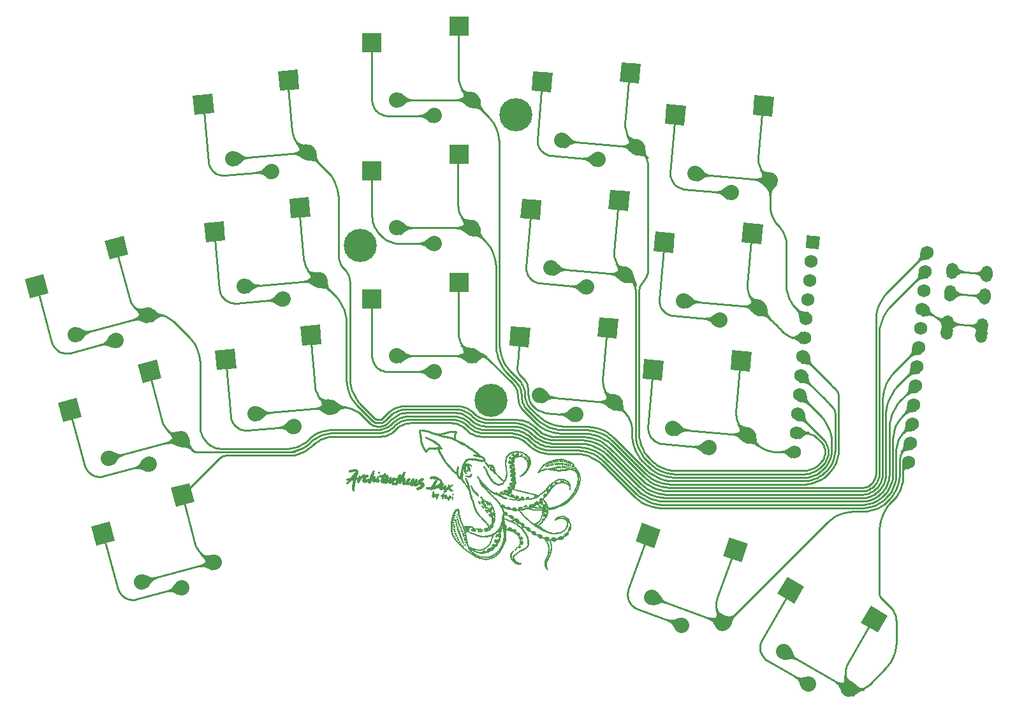
<source format=gbr>
%TF.GenerationSoftware,KiCad,Pcbnew,(5.1.10)-1*%
%TF.CreationDate,2021-08-06T22:16:46+02:00*%
%TF.ProjectId,architeuthis_dux,61726368-6974-4657-9574-6869735f6475,VERSION_HERE*%
%TF.SameCoordinates,Original*%
%TF.FileFunction,Copper,L1,Top*%
%TF.FilePolarity,Positive*%
%FSLAX46Y46*%
G04 Gerber Fmt 4.6, Leading zero omitted, Abs format (unit mm)*
G04 Created by KiCad (PCBNEW (5.1.10)-1) date 2021-08-06 22:16:46*
%MOMM*%
%LPD*%
G01*
G04 APERTURE LIST*
%TA.AperFunction,EtchedComponent*%
%ADD10C,0.010000*%
%TD*%
%TA.AperFunction,ComponentPad*%
%ADD11C,4.400000*%
%TD*%
%TA.AperFunction,SMDPad,CuDef*%
%ADD12C,0.100000*%
%TD*%
%TA.AperFunction,ComponentPad*%
%ADD13C,2.032000*%
%TD*%
%TA.AperFunction,SMDPad,CuDef*%
%ADD14R,2.600000X2.600000*%
%TD*%
%TA.AperFunction,ComponentPad*%
%ADD15C,0.100000*%
%TD*%
%TA.AperFunction,ComponentPad*%
%ADD16C,1.752600*%
%TD*%
%TA.AperFunction,Conductor*%
%ADD17C,0.250000*%
%TD*%
%TA.AperFunction,Conductor*%
%ADD18C,0.025400*%
%TD*%
%TA.AperFunction,Conductor*%
%ADD19C,0.100000*%
%TD*%
G04 APERTURE END LIST*
D10*
%TO.C,G\u002A\u002A\u002A*%
G36*
X57298423Y2936880D02*
G01*
X57309806Y2895584D01*
X57319920Y2820498D01*
X57327029Y2737137D01*
X57334945Y2664691D01*
X57346787Y2600960D01*
X57360384Y2556814D01*
X57364665Y2548729D01*
X57383422Y2513507D01*
X57388881Y2490741D01*
X57394053Y2466340D01*
X57410518Y2425376D01*
X57417712Y2410299D01*
X57436770Y2365096D01*
X57445577Y2330290D01*
X57445476Y2323802D01*
X57447431Y2294638D01*
X57457029Y2247661D01*
X57462685Y2226245D01*
X57474919Y2178421D01*
X57481229Y2144593D01*
X57481427Y2137373D01*
X57485914Y2114409D01*
X57500099Y2073073D01*
X57507581Y2054264D01*
X57526307Y1993546D01*
X57539451Y1922988D01*
X57541921Y1898026D01*
X57549240Y1842771D01*
X57564048Y1767630D01*
X57583752Y1685072D01*
X57594401Y1645710D01*
X57617565Y1567928D01*
X57636473Y1516744D01*
X57654362Y1485704D01*
X57674466Y1468357D01*
X57686076Y1462911D01*
X57726025Y1437131D01*
X57764622Y1397118D01*
X57768814Y1391385D01*
X57791857Y1340265D01*
X57795418Y1288494D01*
X57781173Y1245612D01*
X57750798Y1221156D01*
X57738504Y1218816D01*
X57701114Y1216126D01*
X57710459Y1092400D01*
X57714821Y1015952D01*
X57716930Y939294D01*
X57716475Y884867D01*
X57715940Y821227D01*
X57718553Y761056D01*
X57720258Y743595D01*
X57723415Y699158D01*
X57725330Y633571D01*
X57725665Y559564D01*
X57725512Y544800D01*
X57725286Y468160D01*
X57726387Y394995D01*
X57728585Y339354D01*
X57729035Y332857D01*
X57730432Y276565D01*
X57728420Y204964D01*
X57724978Y152910D01*
X57720495Y87066D01*
X57716303Y1239D01*
X57713032Y-90667D01*
X57711899Y-136448D01*
X57708126Y-254664D01*
X57700925Y-348255D01*
X57688356Y-426452D01*
X57668484Y-498490D01*
X57639371Y-573597D01*
X57603977Y-650806D01*
X57575893Y-715271D01*
X57545813Y-793044D01*
X57525331Y-852014D01*
X57497383Y-926378D01*
X57462777Y-1002356D01*
X57436110Y-1051357D01*
X57402901Y-1111122D01*
X57374913Y-1171007D01*
X57363950Y-1200355D01*
X57338236Y-1266947D01*
X57300199Y-1346810D01*
X57256875Y-1425400D01*
X57248147Y-1439761D01*
X57231279Y-1469401D01*
X57204345Y-1519245D01*
X57172716Y-1579329D01*
X57167681Y-1589030D01*
X57134824Y-1649767D01*
X57104338Y-1701506D01*
X57082116Y-1734314D01*
X57079849Y-1737001D01*
X57056396Y-1769156D01*
X57026564Y-1817601D01*
X57011085Y-1845318D01*
X56977336Y-1903150D01*
X56934141Y-1970589D01*
X56902353Y-2016772D01*
X56868441Y-2065230D01*
X56843811Y-2102583D01*
X56833871Y-2120578D01*
X56822546Y-2137770D01*
X56795704Y-2171264D01*
X56760786Y-2212433D01*
X56725229Y-2252650D01*
X56696474Y-2283290D01*
X56683364Y-2295110D01*
X56665989Y-2310525D01*
X56634862Y-2341516D01*
X56619981Y-2356942D01*
X56585780Y-2389709D01*
X56560624Y-2408283D01*
X56554862Y-2409982D01*
X56541374Y-2421742D01*
X56537840Y-2433332D01*
X56519591Y-2455387D01*
X56490433Y-2466978D01*
X56451896Y-2483445D01*
X56405828Y-2515135D01*
X56389049Y-2529664D01*
X56323503Y-2585268D01*
X56243757Y-2644633D01*
X56157281Y-2703026D01*
X56071548Y-2755715D01*
X55994028Y-2797969D01*
X55932191Y-2825054D01*
X55914221Y-2830418D01*
X55870056Y-2842650D01*
X55844710Y-2851382D01*
X55817439Y-2860553D01*
X55765811Y-2876526D01*
X55698053Y-2896790D01*
X55644684Y-2912402D01*
X55570234Y-2934824D01*
X55505949Y-2955739D01*
X55460150Y-2972349D01*
X55443508Y-2979944D01*
X55405358Y-2994036D01*
X55344042Y-3007303D01*
X55270280Y-3018259D01*
X55194788Y-3025419D01*
X55128284Y-3027298D01*
X55108406Y-3026381D01*
X55055709Y-3023828D01*
X55014539Y-3024302D01*
X55005361Y-3025296D01*
X54966229Y-3025531D01*
X54899549Y-3018529D01*
X54810672Y-3005172D01*
X54704954Y-2986341D01*
X54587746Y-2962919D01*
X54470311Y-2937145D01*
X54340674Y-2904901D01*
X54219525Y-2868740D01*
X54096323Y-2825043D01*
X53960525Y-2770193D01*
X53870029Y-2731046D01*
X53782750Y-2688518D01*
X53674726Y-2629330D01*
X53552289Y-2557194D01*
X53421773Y-2475825D01*
X53308665Y-2401809D01*
X53247085Y-2360666D01*
X53203900Y-2332171D01*
X53169366Y-2310085D01*
X53133741Y-2288163D01*
X53092271Y-2263161D01*
X53043516Y-2232793D01*
X53006401Y-2207723D01*
X52992206Y-2196387D01*
X52970011Y-2179656D01*
X52929086Y-2153633D01*
X52899540Y-2136197D01*
X52852780Y-2107657D01*
X52818408Y-2083535D01*
X52808114Y-2074099D01*
X52780050Y-2054978D01*
X52772208Y-2052824D01*
X52744738Y-2040237D01*
X52695683Y-2010154D01*
X52630002Y-1966140D01*
X52552657Y-1911761D01*
X52468609Y-1850586D01*
X52382820Y-1786179D01*
X52300251Y-1722109D01*
X52225863Y-1661941D01*
X52209897Y-1648578D01*
X52150894Y-1599777D01*
X52092914Y-1553428D01*
X52047818Y-1518996D01*
X52045171Y-1517075D01*
X51992271Y-1477833D01*
X51948322Y-1441770D01*
X51905540Y-1401593D01*
X51856145Y-1350005D01*
X51794319Y-1281900D01*
X51730634Y-1215267D01*
X51659873Y-1148047D01*
X51594042Y-1091449D01*
X51572552Y-1074862D01*
X51494354Y-1007251D01*
X51403077Y-910397D01*
X51304278Y-791084D01*
X51243375Y-715196D01*
X51185003Y-644958D01*
X51134467Y-586580D01*
X51097068Y-546272D01*
X51086617Y-536278D01*
X51024636Y-476094D01*
X50963553Y-404961D01*
X50898236Y-316386D01*
X50823554Y-203874D01*
X50821727Y-201017D01*
X50738968Y-69309D01*
X50674147Y39274D01*
X50625034Y128846D01*
X50589405Y203521D01*
X50565031Y267414D01*
X50560667Y281412D01*
X50544952Y324880D01*
X50521542Y380172D01*
X50512061Y400724D01*
X50489395Y462637D01*
X50471727Y535770D01*
X50466661Y569555D01*
X50456666Y641528D01*
X50443159Y715291D01*
X50436599Y744444D01*
X50424441Y799354D01*
X50416643Y845189D01*
X50415376Y858355D01*
X50412729Y904049D01*
X50410720Y931570D01*
X50407164Y1015511D01*
X50407751Y1114219D01*
X50412358Y1208838D01*
X50412513Y1210852D01*
X50415363Y1265786D01*
X50415135Y1309335D01*
X50413768Y1322470D01*
X50411171Y1341934D01*
X50410050Y1371028D01*
X50410479Y1415502D01*
X50412533Y1481103D01*
X50416285Y1573580D01*
X50417304Y1597142D01*
X50427055Y1780123D01*
X50439413Y1944635D01*
X50453891Y2084801D01*
X50463696Y2156761D01*
X50477042Y2242576D01*
X50482527Y2275430D01*
X50635199Y2248510D01*
X50613745Y2124134D01*
X50594884Y1980028D01*
X50579329Y1823258D01*
X50567793Y1660897D01*
X50560991Y1500011D01*
X50559487Y1365599D01*
X50558728Y1282644D01*
X50555941Y1198158D01*
X50551696Y1128614D01*
X50550972Y1120514D01*
X50549580Y1062382D01*
X50552962Y981466D01*
X50560152Y888383D01*
X50570187Y793750D01*
X50582100Y708183D01*
X50594164Y645434D01*
X50602709Y599229D01*
X50606968Y565749D01*
X50614733Y537130D01*
X50633089Y485885D01*
X50658909Y419508D01*
X50689065Y345495D01*
X50720432Y271344D01*
X50749883Y204547D01*
X50774291Y152600D01*
X50790529Y123001D01*
X50792896Y120021D01*
X50804823Y101149D01*
X50827961Y59632D01*
X50858144Y3028D01*
X50871654Y-22911D01*
X50939574Y-141702D01*
X51025580Y-272662D01*
X51122525Y-405335D01*
X51194510Y-495358D01*
X51230243Y-540465D01*
X51279398Y-605545D01*
X51336116Y-682701D01*
X51394537Y-764033D01*
X51408742Y-784121D01*
X51469526Y-867207D01*
X51524911Y-936916D01*
X51570764Y-988327D01*
X51602950Y-1016521D01*
X51605114Y-1017795D01*
X51648244Y-1046834D01*
X51699079Y-1088214D01*
X51723029Y-1110211D01*
X51761940Y-1146146D01*
X51791321Y-1170264D01*
X51801382Y-1176194D01*
X51818674Y-1189515D01*
X51848067Y-1220644D01*
X51862759Y-1237935D01*
X51896745Y-1274915D01*
X51924931Y-1298339D01*
X51932565Y-1301862D01*
X51950231Y-1315245D01*
X51950719Y-1320881D01*
X51961878Y-1338725D01*
X51992628Y-1363328D01*
X51998487Y-1367113D01*
X52033521Y-1391993D01*
X52085399Y-1432337D01*
X52145449Y-1481305D01*
X52175988Y-1507024D01*
X52228748Y-1550559D01*
X52296554Y-1604399D01*
X52374801Y-1665107D01*
X52458884Y-1729249D01*
X52544199Y-1793388D01*
X52626140Y-1854089D01*
X52700103Y-1907917D01*
X52761483Y-1951438D01*
X52805673Y-1981215D01*
X52828071Y-1993812D01*
X52828694Y-1993960D01*
X52856612Y-2006565D01*
X52873274Y-2018137D01*
X52909320Y-2045106D01*
X52959567Y-2080417D01*
X53016390Y-2119005D01*
X53072168Y-2155802D01*
X53119275Y-2185739D01*
X53150088Y-2203753D01*
X53156982Y-2206701D01*
X53181271Y-2218682D01*
X53213766Y-2241893D01*
X53302985Y-2307311D01*
X53416267Y-2380467D01*
X53545951Y-2457176D01*
X53684376Y-2533254D01*
X53823879Y-2604519D01*
X53956802Y-2666788D01*
X54075482Y-2715877D01*
X54095105Y-2723122D01*
X54146672Y-2742438D01*
X54191536Y-2760320D01*
X54191765Y-2760416D01*
X54234537Y-2774792D01*
X54303068Y-2793710D01*
X54389810Y-2815440D01*
X54487220Y-2838247D01*
X54587752Y-2860399D01*
X54683861Y-2880163D01*
X54768001Y-2895806D01*
X54811880Y-2902826D01*
X54900856Y-2913853D01*
X54996857Y-2922862D01*
X55081050Y-2928123D01*
X55091257Y-2928475D01*
X55172348Y-2928496D01*
X55244669Y-2921959D01*
X55318357Y-2906848D01*
X55403548Y-2881148D01*
X55497439Y-2847665D01*
X55559191Y-2825123D01*
X55607620Y-2808201D01*
X55634938Y-2799589D01*
X55638102Y-2799043D01*
X55668460Y-2795778D01*
X55720719Y-2782345D01*
X55785630Y-2761930D01*
X55853942Y-2737710D01*
X55916407Y-2712869D01*
X55963776Y-2690589D01*
X55977778Y-2682194D01*
X56031502Y-2649591D01*
X56084829Y-2623776D01*
X56100964Y-2617843D01*
X56137608Y-2600185D01*
X56191906Y-2566664D01*
X56255244Y-2522822D01*
X56295024Y-2493077D01*
X56363508Y-2440267D01*
X56431188Y-2388082D01*
X56487716Y-2344501D01*
X56509093Y-2328023D01*
X56550908Y-2293145D01*
X56579417Y-2264354D01*
X56586983Y-2252207D01*
X56602392Y-2227426D01*
X56614608Y-2216858D01*
X56643288Y-2189810D01*
X56687452Y-2139397D01*
X56743497Y-2070256D01*
X56807818Y-1987027D01*
X56876816Y-1894347D01*
X56946886Y-1796852D01*
X56997899Y-1723473D01*
X57049207Y-1643398D01*
X57108877Y-1542159D01*
X57171474Y-1429551D01*
X57231568Y-1315366D01*
X57283728Y-1209395D01*
X57287425Y-1201501D01*
X57313430Y-1157967D01*
X57337758Y-1138485D01*
X57343295Y-1138227D01*
X57365419Y-1129635D01*
X57372953Y-1106257D01*
X57361043Y-1086871D01*
X57356831Y-1066173D01*
X57369533Y-1022513D01*
X57372820Y-1014388D01*
X57390916Y-964710D01*
X57412271Y-897076D01*
X57431484Y-828987D01*
X57453546Y-756346D01*
X57479814Y-685706D01*
X57502832Y-635868D01*
X57529734Y-572572D01*
X57555943Y-486306D01*
X57579025Y-387947D01*
X57596550Y-288369D01*
X57606085Y-198446D01*
X57607103Y-169588D01*
X57608257Y-96983D01*
X57610652Y-29552D01*
X57614878Y44428D01*
X57621522Y136675D01*
X57624253Y171952D01*
X57629229Y255815D01*
X57629329Y309632D01*
X57625474Y332661D01*
X57618589Y324159D01*
X57609595Y283381D01*
X57599414Y209586D01*
X57597601Y193414D01*
X57585711Y99230D01*
X57569484Y-8224D01*
X57550226Y-122143D01*
X57529239Y-235728D01*
X57507830Y-342175D01*
X57487300Y-434681D01*
X57468956Y-506443D01*
X57455584Y-547213D01*
X57435247Y-601390D01*
X57412577Y-668739D01*
X57401067Y-705919D01*
X57381157Y-764464D01*
X57351758Y-840707D01*
X57317944Y-921744D01*
X57303089Y-955336D01*
X57270030Y-1029762D01*
X57239655Y-1100237D01*
X57216534Y-1156063D01*
X57209027Y-1175402D01*
X57190506Y-1220420D01*
X57174361Y-1251633D01*
X57171172Y-1255964D01*
X57153309Y-1285482D01*
X57127762Y-1343355D01*
X57102312Y-1408383D01*
X57075796Y-1452063D01*
X57047556Y-1480456D01*
X57022669Y-1501487D01*
X57017257Y-1510888D01*
X57012237Y-1523984D01*
X56991254Y-1556941D01*
X56958844Y-1602639D01*
X56958700Y-1602835D01*
X56924279Y-1651097D01*
X56899298Y-1689063D01*
X56889443Y-1707833D01*
X56878769Y-1729562D01*
X56855014Y-1766847D01*
X56844124Y-1782536D01*
X56805365Y-1837337D01*
X56766183Y-1893066D01*
X56761196Y-1900190D01*
X56732936Y-1935402D01*
X56710790Y-1954053D01*
X56706249Y-1955025D01*
X56689595Y-1965193D01*
X56688577Y-1968780D01*
X56675317Y-1990900D01*
X56644232Y-2028912D01*
X56602167Y-2075476D01*
X56555966Y-2123247D01*
X56512472Y-2164881D01*
X56481759Y-2190696D01*
X56436459Y-2228867D01*
X56399113Y-2266496D01*
X56371758Y-2294317D01*
X56354221Y-2305841D01*
X56353709Y-2305807D01*
X56336455Y-2313901D01*
X56297502Y-2337096D01*
X56243213Y-2371497D01*
X56198744Y-2400657D01*
X56128332Y-2445644D01*
X56059488Y-2486576D01*
X56002552Y-2517432D01*
X55980417Y-2527779D01*
X55922875Y-2554487D01*
X55869392Y-2583382D01*
X55857474Y-2590750D01*
X55804867Y-2617246D01*
X55728093Y-2646363D01*
X55636444Y-2675361D01*
X55539219Y-2701504D01*
X55445710Y-2722055D01*
X55372785Y-2733467D01*
X55300077Y-2738950D01*
X55208142Y-2741968D01*
X55111576Y-2742168D01*
X55061757Y-2740951D01*
X54974252Y-2740020D01*
X54888542Y-2742932D01*
X54816787Y-2749100D01*
X54784083Y-2754421D01*
X54699916Y-2763879D01*
X54636956Y-2749493D01*
X54591474Y-2710362D01*
X54589432Y-2707512D01*
X54572509Y-2686632D01*
X54565265Y-2693051D01*
X54563230Y-2702918D01*
X54550351Y-2719029D01*
X54515537Y-2721627D01*
X54487408Y-2718209D01*
X54374379Y-2700152D01*
X54290036Y-2684944D01*
X54229390Y-2671592D01*
X54187456Y-2659105D01*
X54184042Y-2657844D01*
X54140625Y-2643044D01*
X54080346Y-2624377D01*
X54037296Y-2611862D01*
X53948418Y-2583389D01*
X53855249Y-2547877D01*
X53769073Y-2510035D01*
X53701173Y-2474576D01*
X53686574Y-2465452D01*
X53591793Y-2403007D01*
X53522045Y-2357818D01*
X53474377Y-2328030D01*
X53445838Y-2311789D01*
X53434875Y-2307319D01*
X53410026Y-2293475D01*
X53366547Y-2259855D01*
X53309423Y-2210992D01*
X53243639Y-2151415D01*
X53174181Y-2085656D01*
X53106033Y-2018247D01*
X53044180Y-1953719D01*
X53035613Y-1944415D01*
X52919157Y-1811900D01*
X52829237Y-1697624D01*
X52764849Y-1600087D01*
X52753104Y-1575839D01*
X52928410Y-1606750D01*
X52930887Y-1626231D01*
X52952447Y-1662769D01*
X52960025Y-1674025D01*
X52999847Y-1728329D01*
X53042600Y-1780686D01*
X53053350Y-1792688D01*
X53092299Y-1836123D01*
X53139101Y-1890099D01*
X53164219Y-1919775D01*
X53201314Y-1961258D01*
X53231544Y-1990019D01*
X53244989Y-1998539D01*
X53266469Y-2012294D01*
X53298275Y-2042686D01*
X53307494Y-2052835D01*
X53339908Y-2089534D01*
X53363688Y-2116216D01*
X53366984Y-2119858D01*
X53392418Y-2141870D01*
X53433340Y-2172049D01*
X53479287Y-2203295D01*
X53519797Y-2228505D01*
X53544407Y-2240580D01*
X53545056Y-2240716D01*
X53570708Y-2251985D01*
X53608287Y-2275038D01*
X53611882Y-2277508D01*
X53660356Y-2309340D01*
X53721521Y-2347018D01*
X53786503Y-2385373D01*
X53846431Y-2419239D01*
X53892430Y-2443446D01*
X53910705Y-2451568D01*
X53939979Y-2462053D01*
X53992531Y-2480921D01*
X54059751Y-2505083D01*
X54104880Y-2521315D01*
X54196082Y-2551706D01*
X54302821Y-2583633D01*
X54407420Y-2611919D01*
X54448464Y-2621936D01*
X54528558Y-2640733D01*
X54601600Y-2658074D01*
X54658077Y-2671691D01*
X54683342Y-2677966D01*
X54738245Y-2680511D01*
X54812923Y-2667478D01*
X54843683Y-2658921D01*
X54931311Y-2639299D01*
X55005363Y-2636434D01*
X55018805Y-2638226D01*
X55064445Y-2642568D01*
X55095084Y-2638731D01*
X55099354Y-2635975D01*
X55122945Y-2630015D01*
X55131420Y-2633403D01*
X55157349Y-2636948D01*
X55205421Y-2634515D01*
X55256580Y-2627917D01*
X55322335Y-2617927D01*
X55382515Y-2609887D01*
X55414739Y-2606409D01*
X55480170Y-2595212D01*
X55565293Y-2572662D01*
X55659357Y-2542296D01*
X55751610Y-2507648D01*
X55831302Y-2472256D01*
X55846998Y-2464238D01*
X55903123Y-2436654D01*
X55949288Y-2417679D01*
X55975988Y-2411190D01*
X55976778Y-2411284D01*
X55996846Y-2403018D01*
X56038629Y-2378181D01*
X56096710Y-2340511D01*
X56165678Y-2293746D01*
X56240116Y-2241624D01*
X56314608Y-2187882D01*
X56383743Y-2136260D01*
X56442101Y-2090495D01*
X56445683Y-2087575D01*
X56497861Y-2040806D01*
X56557912Y-1980546D01*
X56620971Y-1912474D01*
X56682171Y-1842270D01*
X56736648Y-1775613D01*
X56779533Y-1718181D01*
X56805965Y-1675655D01*
X56811805Y-1660243D01*
X56822905Y-1635319D01*
X56846783Y-1595494D01*
X56858060Y-1578581D01*
X56932883Y-1467718D01*
X56991225Y-1376276D01*
X57037392Y-1296911D01*
X57075691Y-1222280D01*
X57105515Y-1156522D01*
X57136715Y-1084722D01*
X57166257Y-1017750D01*
X57189222Y-966730D01*
X57195038Y-954180D01*
X57209685Y-915571D01*
X57229766Y-852468D01*
X57252735Y-773316D01*
X57276050Y-686559D01*
X57278161Y-678343D01*
X57299636Y-596681D01*
X57319053Y-527013D01*
X57334508Y-475880D01*
X57344098Y-449819D01*
X57345131Y-448207D01*
X57351693Y-428083D01*
X57362789Y-380266D01*
X57377228Y-310459D01*
X57393820Y-224370D01*
X57407854Y-147550D01*
X57429964Y-16111D01*
X57444124Y89783D01*
X57450587Y177470D01*
X57449611Y254283D01*
X57441449Y327562D01*
X57426961Y401966D01*
X57418270Y453619D01*
X57417192Y474712D01*
X57615591Y439729D01*
X57612370Y410913D01*
X57617151Y407482D01*
X57618079Y408852D01*
X57627222Y441398D01*
X57627525Y458805D01*
X57623413Y466546D01*
X57616615Y444892D01*
X57615591Y439729D01*
X57417192Y474712D01*
X57416124Y495576D01*
X57416897Y502862D01*
X57416131Y537079D01*
X57407970Y589028D01*
X57401083Y619690D01*
X57388916Y668965D01*
X57611331Y629747D01*
X57618203Y619932D01*
X57628017Y626805D01*
X57621145Y636619D01*
X57611331Y629747D01*
X57388916Y668965D01*
X57380197Y704271D01*
X57365795Y767293D01*
X57355775Y819982D01*
X57348039Y873561D01*
X57340485Y939257D01*
X57339390Y949430D01*
X57331494Y1016954D01*
X57323692Y1057504D01*
X57313027Y1077862D01*
X57296545Y1084803D01*
X57280150Y1085313D01*
X57238168Y1085910D01*
X57178444Y1088285D01*
X57137681Y1090508D01*
X57084984Y1092561D01*
X57048933Y1091744D01*
X57038506Y1089143D01*
X57042733Y1070639D01*
X57055088Y1028488D01*
X57073054Y971217D01*
X57076209Y961443D01*
X57101958Y840903D01*
X57096681Y730161D01*
X57060021Y624600D01*
X57048640Y603254D01*
X57006370Y544008D01*
X56956683Y497763D01*
X56905986Y468086D01*
X56860679Y458541D01*
X56827169Y472695D01*
X56823124Y477689D01*
X56824864Y498517D01*
X56839170Y531553D01*
X56858520Y562838D01*
X56875395Y578403D01*
X56877411Y578493D01*
X56893891Y589296D01*
X56921634Y618744D01*
X56932480Y632008D01*
X56976844Y714886D01*
X56992319Y812294D01*
X56978432Y920291D01*
X56970512Y947870D01*
X56952216Y1001641D01*
X56938638Y1027939D01*
X56925760Y1032035D01*
X56913287Y1022896D01*
X56896234Y992078D01*
X56901044Y974902D01*
X56910697Y943297D01*
X56917328Y895504D01*
X56917980Y885838D01*
X56912144Y831090D01*
X56892588Y771799D01*
X56864298Y717698D01*
X56832261Y678522D01*
X56804399Y664077D01*
X56777293Y655016D01*
X56771246Y646824D01*
X56756381Y635276D01*
X56726982Y641609D01*
X56694271Y661680D01*
X56674929Y682370D01*
X56660108Y701286D01*
X56646167Y706199D01*
X56626633Y693979D01*
X56595033Y661493D01*
X56566769Y630056D01*
X56429704Y500966D01*
X56299112Y412352D01*
X56253898Y382865D01*
X56204039Y346074D01*
X56196548Y340105D01*
X56157333Y312813D01*
X56126534Y298943D01*
X56120387Y298489D01*
X56092548Y292416D01*
X56053462Y273426D01*
X56051089Y271994D01*
X56030270Y257783D01*
X56014936Y240627D01*
X56002700Y214089D01*
X55991173Y171727D01*
X55977968Y107104D01*
X55965933Y42368D01*
X55940439Y-80984D01*
X55910609Y-199752D01*
X55878634Y-306572D01*
X55846706Y-394088D01*
X55818588Y-452353D01*
X55782110Y-524886D01*
X55742378Y-624530D01*
X55701897Y-745005D01*
X55701731Y-745539D01*
X55658916Y-849544D01*
X55593848Y-963924D01*
X55512257Y-1079936D01*
X55419868Y-1188829D01*
X55393685Y-1216006D01*
X55329129Y-1277970D01*
X55254748Y-1344381D01*
X55175294Y-1411545D01*
X55095519Y-1475762D01*
X55020174Y-1533340D01*
X54954013Y-1580579D01*
X54901787Y-1613782D01*
X54868249Y-1629256D01*
X54861733Y-1629787D01*
X54839429Y-1636022D01*
X54836241Y-1642497D01*
X54820114Y-1654919D01*
X54808267Y-1654771D01*
X54784770Y-1657631D01*
X54780924Y-1662854D01*
X54765113Y-1676394D01*
X54728906Y-1694113D01*
X54718784Y-1698133D01*
X54560666Y-1750868D01*
X54408304Y-1784852D01*
X54254252Y-1800516D01*
X54091064Y-1798294D01*
X53911291Y-1778614D01*
X53764864Y-1753387D01*
X53577917Y-1713518D01*
X53421281Y-1671643D01*
X53291382Y-1626500D01*
X53184649Y-1576827D01*
X53097510Y-1521361D01*
X53087817Y-1513956D01*
X53039131Y-1478077D01*
X53000831Y-1453686D01*
X52980378Y-1445474D01*
X52979448Y-1445818D01*
X52977400Y-1464913D01*
X52997999Y-1497183D01*
X53035606Y-1537144D01*
X53084578Y-1579309D01*
X53139271Y-1618195D01*
X53181678Y-1642423D01*
X53246955Y-1676395D01*
X53308905Y-1710808D01*
X53351585Y-1736621D01*
X53394798Y-1763021D01*
X53429085Y-1780673D01*
X53435001Y-1782907D01*
X53556823Y-1828634D01*
X53663030Y-1882790D01*
X53727283Y-1913403D01*
X53807014Y-1943475D01*
X53880753Y-1965355D01*
X53947954Y-1982762D01*
X54006791Y-1999482D01*
X54045605Y-2012182D01*
X54048219Y-2013218D01*
X54170443Y-2050522D01*
X54307505Y-2070716D01*
X54398945Y-2073341D01*
X54482510Y-2073143D01*
X54579521Y-2075373D01*
X54669660Y-2079553D01*
X54673688Y-2079808D01*
X54751629Y-2082826D01*
X54826736Y-2082343D01*
X54885007Y-2078516D01*
X54893693Y-2077318D01*
X54949964Y-2073901D01*
X54976391Y-2086316D01*
X54973145Y-2114664D01*
X54969141Y-2121938D01*
X54938000Y-2145720D01*
X54879819Y-2164856D01*
X54801298Y-2177876D01*
X54709136Y-2183311D01*
X54689255Y-2183355D01*
X54618368Y-2183864D01*
X54553844Y-2186104D01*
X54509074Y-2189603D01*
X54507451Y-2189822D01*
X54436445Y-2191785D01*
X54340966Y-2182926D01*
X54228066Y-2164862D01*
X54104795Y-2139212D01*
X53978204Y-2107596D01*
X53855342Y-2071631D01*
X53743263Y-2032935D01*
X53649016Y-1993129D01*
X53647545Y-1992422D01*
X53587815Y-1963701D01*
X53533166Y-1937578D01*
X53504738Y-1924097D01*
X53450362Y-1896404D01*
X53380921Y-1857992D01*
X53302656Y-1812665D01*
X53221806Y-1764232D01*
X53144611Y-1716498D01*
X53077310Y-1673269D01*
X53026145Y-1638353D01*
X52997354Y-1615554D01*
X52995280Y-1613332D01*
X52961596Y-1594106D01*
X52943352Y-1596600D01*
X52928410Y-1606750D01*
X52753104Y-1575839D01*
X52726007Y-1519893D01*
X52941296Y-1557855D01*
X52948168Y-1567670D01*
X52957984Y-1560797D01*
X52951111Y-1550983D01*
X52941296Y-1557855D01*
X52726007Y-1519893D01*
X52724984Y-1517784D01*
X52709574Y-1458262D01*
X52699826Y-1422974D01*
X52678947Y-1368149D01*
X52651085Y-1304504D01*
X52645233Y-1292063D01*
X52614953Y-1224930D01*
X52589289Y-1161660D01*
X52573196Y-1114578D01*
X52571969Y-1109898D01*
X52560070Y-1070818D01*
X52549400Y-1050474D01*
X52548028Y-1049757D01*
X52540201Y-1033643D01*
X52527664Y-992163D01*
X52512682Y-933112D01*
X52507162Y-909205D01*
X52490509Y-837434D01*
X52474526Y-772239D01*
X52462158Y-725555D01*
X52460187Y-718865D01*
X52450686Y-671054D01*
X52450463Y-633462D01*
X52449164Y-595853D01*
X52438425Y-545330D01*
X52434699Y-533142D01*
X52418216Y-477703D01*
X52400423Y-409854D01*
X52383337Y-338441D01*
X52368968Y-272312D01*
X52359331Y-220310D01*
X52356440Y-191283D01*
X52356595Y-190013D01*
X52354152Y-164950D01*
X52344500Y-117151D01*
X52329659Y-56487D01*
X52327997Y-50206D01*
X52310497Y28839D01*
X52297264Y113221D01*
X52291818Y174032D01*
X52286885Y247622D01*
X52277008Y319595D01*
X52260256Y400909D01*
X52234698Y502520D01*
X52232326Y511437D01*
X52216146Y581138D01*
X52204407Y645579D01*
X52344715Y620839D01*
X52348009Y595593D01*
X52359715Y553722D01*
X52362677Y544895D01*
X52373517Y503002D01*
X52386337Y437521D01*
X52399290Y358537D01*
X52407545Y299877D01*
X52419519Y213263D01*
X52432349Y128902D01*
X52444174Y58675D01*
X52450370Y26563D01*
X52463980Y-46829D01*
X52475798Y-125490D01*
X52478838Y-150517D01*
X52487937Y-206983D01*
X52504028Y-283046D01*
X52524292Y-365862D01*
X52534064Y-402070D01*
X52554835Y-480736D01*
X52572508Y-555476D01*
X52584465Y-614859D01*
X52587475Y-635166D01*
X52596226Y-689409D01*
X52610948Y-759448D01*
X52625434Y-818402D01*
X52641372Y-883713D01*
X52653323Y-942551D01*
X52658381Y-979066D01*
X52667522Y-1020374D01*
X52689207Y-1083463D01*
X52719943Y-1160263D01*
X52756237Y-1242702D01*
X52794594Y-1322707D01*
X52831521Y-1392206D01*
X52851702Y-1425760D01*
X52880841Y-1470227D01*
X52901674Y-1500498D01*
X52908641Y-1509082D01*
X52908494Y-1495067D01*
X52903032Y-1460198D01*
X52902579Y-1457774D01*
X52902869Y-1404943D01*
X52925884Y-1374782D01*
X52968645Y-1367873D01*
X53028174Y-1384798D01*
X53093124Y-1420558D01*
X53133644Y-1445123D01*
X53160043Y-1457405D01*
X53165547Y-1457030D01*
X53175841Y-1459762D01*
X53189863Y-1473864D01*
X53223038Y-1496582D01*
X53287143Y-1522556D01*
X53382930Y-1552030D01*
X53511153Y-1585247D01*
X53603666Y-1607003D01*
X53681040Y-1625157D01*
X53746961Y-1641538D01*
X53793951Y-1654230D01*
X53813821Y-1660883D01*
X53847100Y-1669696D01*
X53906024Y-1677305D01*
X53982359Y-1683326D01*
X54067868Y-1687377D01*
X54154320Y-1689074D01*
X54233479Y-1688035D01*
X54297111Y-1683877D01*
X54300352Y-1683508D01*
X54373191Y-1672063D01*
X54457464Y-1654366D01*
X54544567Y-1632741D01*
X54625898Y-1609515D01*
X54692853Y-1587009D01*
X54736829Y-1567550D01*
X54742315Y-1564086D01*
X54770758Y-1548991D01*
X54782224Y-1546943D01*
X54801382Y-1538913D01*
X54839130Y-1515821D01*
X54882004Y-1486391D01*
X54936861Y-1447575D01*
X54987835Y-1412382D01*
X55015659Y-1393818D01*
X55046620Y-1371394D01*
X55096494Y-1332582D01*
X55158329Y-1282892D01*
X55223386Y-1229316D01*
X55354631Y-1107655D01*
X55466148Y-979242D01*
X55554065Y-849260D01*
X55614507Y-722894D01*
X55625090Y-691763D01*
X55649742Y-618858D01*
X55681748Y-533174D01*
X55714361Y-452746D01*
X55715689Y-449647D01*
X55749112Y-359737D01*
X55779394Y-257223D01*
X55798536Y-172740D01*
X55812004Y-105232D01*
X55824995Y-50511D01*
X55835383Y-17174D01*
X55838336Y-11752D01*
X55845049Y12145D01*
X55848546Y58203D01*
X55848501Y97238D01*
X55845654Y191630D01*
X55772326Y159754D01*
X55728540Y138125D01*
X55700956Y119554D01*
X55696447Y113408D01*
X55680378Y104113D01*
X55660521Y104823D01*
X55632172Y102616D01*
X55624205Y94021D01*
X55607881Y82627D01*
X55589931Y82858D01*
X55550923Y77239D01*
X55533412Y67014D01*
X55501008Y50851D01*
X55484762Y49784D01*
X55457279Y47254D01*
X55408497Y36586D01*
X55353299Y21346D01*
X55292603Y5333D01*
X55241055Y-4229D01*
X55212265Y-5404D01*
X55172413Y-3680D01*
X55105793Y-6761D01*
X55019121Y-14208D01*
X54936443Y-23429D01*
X54895443Y-28289D01*
X54871853Y-30817D01*
X54870918Y-30883D01*
X54850892Y-34880D01*
X54810620Y-44339D01*
X54795065Y-48163D01*
X54761628Y-53638D01*
X54719509Y-54311D01*
X54662965Y-49656D01*
X54586255Y-39146D01*
X54483637Y-22256D01*
X54451872Y-16731D01*
X54334145Y5162D01*
X54223842Y28029D01*
X54125527Y50701D01*
X54043763Y72015D01*
X53983111Y90806D01*
X53948135Y105908D01*
X53941364Y113624D01*
X53927415Y122470D01*
X53890048Y133578D01*
X53864154Y139250D01*
X53810754Y154946D01*
X53741604Y182306D01*
X53670211Y215896D01*
X53658608Y221948D01*
X53525460Y289986D01*
X53404706Y345142D01*
X53282104Y393372D01*
X53143407Y440635D01*
X53111103Y450932D01*
X53041930Y477151D01*
X52958654Y515124D01*
X52875597Y558150D01*
X52846763Y574612D01*
X52775453Y615518D01*
X52722503Y641813D01*
X52677796Y657253D01*
X52631212Y665595D01*
X52591884Y669236D01*
X52522212Y670059D01*
X52454121Y663532D01*
X52396161Y651332D01*
X52356879Y635129D01*
X52344715Y620839D01*
X52204407Y645579D01*
X52203006Y653266D01*
X52199262Y680724D01*
X52186769Y748509D01*
X52167108Y817138D01*
X52161989Y830894D01*
X52142943Y881704D01*
X52118363Y951211D01*
X52093033Y1025834D01*
X52088785Y1038694D01*
X52059428Y1123141D01*
X52023573Y1219385D01*
X51988402Y1308216D01*
X51984411Y1317842D01*
X51958417Y1382055D01*
X51938734Y1434360D01*
X51928210Y1467002D01*
X51927249Y1473403D01*
X51921902Y1497472D01*
X51904777Y1543001D01*
X51879778Y1601407D01*
X51850809Y1664109D01*
X51821777Y1722526D01*
X51796589Y1768075D01*
X51785428Y1785018D01*
X51762217Y1821415D01*
X51752546Y1847459D01*
X51752660Y1849398D01*
X51747091Y1876271D01*
X51737179Y1896445D01*
X51724009Y1925280D01*
X51704433Y1976539D01*
X51681003Y2042519D01*
X51656273Y2115516D01*
X51632796Y2187829D01*
X51613126Y2251753D01*
X51599814Y2299587D01*
X51595413Y2323627D01*
X51595467Y2324032D01*
X51589691Y2350925D01*
X51578708Y2372552D01*
X51561586Y2407646D01*
X51541913Y2458823D01*
X51523474Y2514547D01*
X51510056Y2563289D01*
X51505442Y2593512D01*
X51505630Y2595185D01*
X51499768Y2620119D01*
X51481347Y2659689D01*
X51475751Y2669687D01*
X51455448Y2714307D01*
X51447618Y2751406D01*
X51448034Y2756440D01*
X51442656Y2790567D01*
X51422399Y2831721D01*
X51421602Y2832907D01*
X51401347Y2880977D01*
X51388378Y2948842D01*
X51385766Y2982996D01*
X51381465Y3049236D01*
X51374779Y3110217D01*
X51369618Y3140698D01*
X51361494Y3184176D01*
X51351265Y3248201D01*
X51341012Y3319687D01*
X51340028Y3327018D01*
X51323691Y3422952D01*
X51304100Y3487259D01*
X51280442Y3522109D01*
X51264230Y3529736D01*
X51240876Y3520498D01*
X51208471Y3494326D01*
X51178112Y3461539D01*
X51161447Y3434168D01*
X51146399Y3412739D01*
X51114958Y3377993D01*
X51093053Y3356040D01*
X51041177Y3291353D01*
X51005351Y3218998D01*
X51005195Y3218531D01*
X50977752Y3156278D01*
X50939581Y3092339D01*
X50925135Y3072690D01*
X50890868Y3024634D01*
X50865500Y2980324D01*
X50858862Y2963933D01*
X50840407Y2918909D01*
X50819084Y2880249D01*
X50796358Y2838599D01*
X50775021Y2784637D01*
X50752918Y2711869D01*
X50727891Y2613800D01*
X50720926Y2584570D01*
X50700774Y2502748D01*
X50678183Y2416460D01*
X50658530Y2346085D01*
X50635199Y2248510D01*
X50482527Y2275430D01*
X50487239Y2303660D01*
X50496057Y2348816D01*
X50505264Y2386845D01*
X50516630Y2426546D01*
X50520468Y2439253D01*
X50534400Y2488700D01*
X50552914Y2559254D01*
X50572923Y2639016D01*
X50582003Y2676452D01*
X50599589Y2746995D01*
X50615269Y2804696D01*
X50626887Y2841877D01*
X50631151Y2851313D01*
X50640884Y2872554D01*
X50655789Y2915982D01*
X50668498Y2958006D01*
X50688841Y3017692D01*
X50711828Y3068956D01*
X50725609Y3091323D01*
X50753182Y3137356D01*
X50788893Y3215742D01*
X50832846Y3326708D01*
X50839377Y3344093D01*
X50856931Y3379203D01*
X50886722Y3428720D01*
X50921800Y3482129D01*
X50955214Y3528920D01*
X50980017Y3558581D01*
X50982915Y3561195D01*
X51014898Y3587558D01*
X51054332Y3620108D01*
X51054484Y3620234D01*
X51101139Y3649725D01*
X51164635Y3678641D01*
X51233629Y3703017D01*
X51296776Y3718890D01*
X51342736Y3722293D01*
X51345378Y3721900D01*
X51374653Y3714761D01*
X51397804Y3702029D01*
X51416542Y3679323D01*
X51432573Y3642261D01*
X51447605Y3586463D01*
X51463347Y3507546D01*
X51481505Y3401132D01*
X51489424Y3352380D01*
X51496654Y3303859D01*
X51506670Y3231683D01*
X51518117Y3145833D01*
X51528979Y3061506D01*
X51541003Y2972978D01*
X51553777Y2889836D01*
X51565745Y2821640D01*
X51575010Y2779162D01*
X51586235Y2730850D01*
X51591144Y2695231D01*
X51590882Y2688353D01*
X51595945Y2660942D01*
X51612940Y2621124D01*
X51614400Y2618360D01*
X51638217Y2565199D01*
X51668662Y2481996D01*
X51706067Y2367781D01*
X51750764Y2221581D01*
X51753718Y2211659D01*
X51780669Y2127382D01*
X51813970Y2032733D01*
X51850287Y1936294D01*
X51886290Y1846645D01*
X51918644Y1772368D01*
X51943478Y1722974D01*
X51962173Y1683273D01*
X51986101Y1622207D01*
X52010976Y1550938D01*
X52018585Y1527326D01*
X52043586Y1455227D01*
X52069242Y1393307D01*
X52092861Y1346692D01*
X52111756Y1320510D01*
X52123236Y1319889D01*
X52124744Y1324922D01*
X52140749Y1340011D01*
X52179035Y1361749D01*
X52216066Y1378812D01*
X52277086Y1397215D01*
X52359857Y1412502D01*
X52452627Y1423498D01*
X52543641Y1429022D01*
X52621148Y1427897D01*
X52658243Y1423141D01*
X52689608Y1417971D01*
X52747289Y1409725D01*
X52823958Y1399407D01*
X52912288Y1388019D01*
X52943854Y1384058D01*
X53090553Y1362412D01*
X53212420Y1337353D01*
X53306997Y1309561D01*
X53371825Y1279716D01*
X53397671Y1258586D01*
X53410107Y1239056D01*
X53402043Y1227805D01*
X53368338Y1221674D01*
X53333381Y1219125D01*
X53290234Y1218982D01*
X53220256Y1221476D01*
X53130360Y1226119D01*
X53027457Y1232422D01*
X52918462Y1239899D01*
X52810290Y1248064D01*
X52709850Y1256427D01*
X52624059Y1264502D01*
X52559828Y1271800D01*
X52535983Y1275345D01*
X52422260Y1283282D01*
X52311766Y1269381D01*
X52220344Y1236831D01*
X52155014Y1203062D01*
X52180479Y1128317D01*
X52199580Y1072261D01*
X52216594Y1022358D01*
X52220741Y1010200D01*
X52236526Y977240D01*
X52250192Y964247D01*
X52263449Y947594D01*
X52269987Y922042D01*
X52281977Y877080D01*
X52299193Y837145D01*
X52315019Y794146D01*
X52317766Y760745D01*
X52316665Y736639D01*
X52329309Y729334D01*
X52362252Y737891D01*
X52393550Y749871D01*
X52444654Y761833D01*
X52516486Y767888D01*
X52585668Y767448D01*
X52650782Y763311D01*
X52699547Y755967D01*
X52743798Y741787D01*
X52795365Y717145D01*
X52853823Y685247D01*
X52924542Y649078D01*
X53015418Y607174D01*
X53114560Y564817D01*
X53206984Y528435D01*
X53294087Y495682D01*
X53376365Y464329D01*
X53445207Y437685D01*
X53492004Y419058D01*
X53496057Y417382D01*
X53549637Y395075D01*
X53596428Y375624D01*
X53607517Y371021D01*
X53641504Y356820D01*
X53696164Y333869D01*
X53760947Y306599D01*
X53775723Y300370D01*
X53854303Y269383D01*
X53938075Y239700D01*
X54009323Y217585D01*
X54011323Y217039D01*
X54102429Y193035D01*
X54201058Y168285D01*
X54299485Y144599D01*
X54389985Y123788D01*
X54464833Y107662D01*
X54516304Y98032D01*
X54523542Y96988D01*
X54595522Y91050D01*
X54675926Y89669D01*
X54752717Y92564D01*
X54813860Y99450D01*
X54834794Y104301D01*
X54873512Y112201D01*
X54934715Y120170D01*
X55007028Y126800D01*
X55029025Y128309D01*
X55186798Y142228D01*
X55325227Y163911D01*
X55458414Y195677D01*
X55484561Y203122D01*
X55543183Y219307D01*
X55588978Y230287D01*
X55612314Y233756D01*
X55612591Y233717D01*
X55635871Y241406D01*
X55653908Y254034D01*
X55679926Y268794D01*
X55730403Y291747D01*
X55797891Y319667D01*
X55869547Y347326D01*
X55993391Y399154D01*
X56102398Y455704D01*
X56169572Y499102D01*
X56223668Y536567D01*
X56268668Y563977D01*
X56296762Y576684D01*
X56300513Y576980D01*
X56321249Y586973D01*
X56355389Y616440D01*
X56388943Y651719D01*
X56433716Y700708D01*
X56476460Y744412D01*
X56499181Y765628D01*
X56550692Y813311D01*
X56597403Y862231D01*
X56632617Y904847D01*
X56649633Y933612D01*
X56650096Y935544D01*
X56666875Y962047D01*
X56682712Y974151D01*
X56709066Y999438D01*
X56715665Y1014663D01*
X56729297Y1040257D01*
X56759227Y1078349D01*
X56779309Y1100269D01*
X56824449Y1156319D01*
X56874256Y1232964D01*
X56889705Y1260756D01*
X57046755Y1233064D01*
X57061780Y1228175D01*
X57102362Y1219309D01*
X57160643Y1208141D01*
X57179414Y1204768D01*
X57241483Y1194340D01*
X57288399Y1187537D01*
X57312212Y1185478D01*
X57313659Y1185917D01*
X57310714Y1204534D01*
X57301926Y1247242D01*
X57289274Y1305157D01*
X57274738Y1369398D01*
X57260300Y1431083D01*
X57247938Y1481326D01*
X57247005Y1484943D01*
X57228454Y1556515D01*
X57202838Y1484127D01*
X57177989Y1429881D01*
X57140948Y1366381D01*
X57112361Y1324731D01*
X57078875Y1279288D01*
X57055184Y1246136D01*
X57046755Y1233064D01*
X56889705Y1260756D01*
X56922016Y1318879D01*
X56961011Y1402737D01*
X56965757Y1414614D01*
X56978379Y1455379D01*
X56993660Y1516547D01*
X57008367Y1585147D01*
X57008862Y1587677D01*
X57025628Y1657101D01*
X57247249Y1618023D01*
X57253594Y1599033D01*
X57269065Y1593414D01*
X57297431Y1574203D01*
X57304820Y1556999D01*
X57317840Y1514487D01*
X57325945Y1497355D01*
X57338141Y1470128D01*
X57355284Y1425953D01*
X57373593Y1375439D01*
X57389289Y1329194D01*
X57398592Y1297826D01*
X57399582Y1290657D01*
X57399784Y1279501D01*
X57403714Y1249716D01*
X57412124Y1196140D01*
X57423462Y1127436D01*
X57434593Y1055996D01*
X57445901Y976226D01*
X57450361Y942029D01*
X57460555Y873167D01*
X57472704Y809434D01*
X57484935Y759129D01*
X57495379Y730549D01*
X57498855Y727007D01*
X57500440Y735330D01*
X57609355Y716125D01*
X57616227Y706311D01*
X57626043Y713183D01*
X57619170Y722997D01*
X57609355Y716125D01*
X57500440Y735330D01*
X57501561Y741208D01*
X57500645Y777923D01*
X57499664Y791386D01*
X57488347Y898956D01*
X57471917Y1015799D01*
X57468946Y1033386D01*
X57592628Y1011577D01*
X57599500Y1001762D01*
X57609314Y1008635D01*
X57602442Y1018450D01*
X57592628Y1011577D01*
X57468946Y1033386D01*
X57451682Y1135563D01*
X57428950Y1251899D01*
X57405030Y1358452D01*
X57381228Y1448872D01*
X57358851Y1516807D01*
X57343550Y1549580D01*
X57328456Y1580229D01*
X57308626Y1627574D01*
X57301374Y1646390D01*
X57274317Y1718437D01*
X57256417Y1658619D01*
X57247249Y1618023D01*
X57025628Y1657101D01*
X57025986Y1658582D01*
X57047519Y1724509D01*
X57068781Y1771150D01*
X57093904Y1827953D01*
X57103207Y1882165D01*
X57103201Y1882407D01*
X57109149Y1932200D01*
X57125410Y1990141D01*
X57130716Y2003832D01*
X57152770Y2068944D01*
X57173716Y2152191D01*
X57180334Y2185461D01*
X57342760Y2156821D01*
X57331806Y2031051D01*
X57327746Y1958543D01*
X57331412Y1911747D01*
X57343614Y1883195D01*
X57348457Y1877667D01*
X57376258Y1839999D01*
X57408341Y1782705D01*
X57438626Y1718422D01*
X57461035Y1659789D01*
X57469034Y1626979D01*
X57481361Y1581696D01*
X57503930Y1531726D01*
X57505535Y1528890D01*
X57525396Y1489686D01*
X57534177Y1462942D01*
X57534127Y1460446D01*
X57535702Y1434969D01*
X57542780Y1395718D01*
X57550811Y1357420D01*
X57554325Y1336642D01*
X57556494Y1316915D01*
X57561934Y1272155D01*
X57569594Y1210944D01*
X57572053Y1191567D01*
X57582233Y1119501D01*
X57590855Y1073273D01*
X57597246Y1054828D01*
X57600732Y1066111D01*
X57600639Y1109068D01*
X57600637Y1109099D01*
X57592551Y1202130D01*
X57574686Y1320048D01*
X57548309Y1455704D01*
X57514688Y1601945D01*
X57510148Y1620174D01*
X57488458Y1708019D01*
X57468372Y1791980D01*
X57452208Y1862214D01*
X57442660Y1906925D01*
X57425134Y1971110D01*
X57398598Y2042014D01*
X57384900Y2071964D01*
X57342760Y2156821D01*
X57180334Y2185461D01*
X57192111Y2244665D01*
X57206514Y2337457D01*
X57215483Y2421660D01*
X57217574Y2488366D01*
X57214227Y2519651D01*
X57208452Y2561551D01*
X57210210Y2612012D01*
X57220288Y2679217D01*
X57237506Y2762543D01*
X57254293Y2835137D01*
X57269332Y2894386D01*
X57280717Y2933119D01*
X57285764Y2944427D01*
X57298423Y2936880D01*
G37*
X57298423Y2936880D02*
X57309806Y2895584D01*
X57319920Y2820498D01*
X57327029Y2737137D01*
X57334945Y2664691D01*
X57346787Y2600960D01*
X57360384Y2556814D01*
X57364665Y2548729D01*
X57383422Y2513507D01*
X57388881Y2490741D01*
X57394053Y2466340D01*
X57410518Y2425376D01*
X57417712Y2410299D01*
X57436770Y2365096D01*
X57445577Y2330290D01*
X57445476Y2323802D01*
X57447431Y2294638D01*
X57457029Y2247661D01*
X57462685Y2226245D01*
X57474919Y2178421D01*
X57481229Y2144593D01*
X57481427Y2137373D01*
X57485914Y2114409D01*
X57500099Y2073073D01*
X57507581Y2054264D01*
X57526307Y1993546D01*
X57539451Y1922988D01*
X57541921Y1898026D01*
X57549240Y1842771D01*
X57564048Y1767630D01*
X57583752Y1685072D01*
X57594401Y1645710D01*
X57617565Y1567928D01*
X57636473Y1516744D01*
X57654362Y1485704D01*
X57674466Y1468357D01*
X57686076Y1462911D01*
X57726025Y1437131D01*
X57764622Y1397118D01*
X57768814Y1391385D01*
X57791857Y1340265D01*
X57795418Y1288494D01*
X57781173Y1245612D01*
X57750798Y1221156D01*
X57738504Y1218816D01*
X57701114Y1216126D01*
X57710459Y1092400D01*
X57714821Y1015952D01*
X57716930Y939294D01*
X57716475Y884867D01*
X57715940Y821227D01*
X57718553Y761056D01*
X57720258Y743595D01*
X57723415Y699158D01*
X57725330Y633571D01*
X57725665Y559564D01*
X57725512Y544800D01*
X57725286Y468160D01*
X57726387Y394995D01*
X57728585Y339354D01*
X57729035Y332857D01*
X57730432Y276565D01*
X57728420Y204964D01*
X57724978Y152910D01*
X57720495Y87066D01*
X57716303Y1239D01*
X57713032Y-90667D01*
X57711899Y-136448D01*
X57708126Y-254664D01*
X57700925Y-348255D01*
X57688356Y-426452D01*
X57668484Y-498490D01*
X57639371Y-573597D01*
X57603977Y-650806D01*
X57575893Y-715271D01*
X57545813Y-793044D01*
X57525331Y-852014D01*
X57497383Y-926378D01*
X57462777Y-1002356D01*
X57436110Y-1051357D01*
X57402901Y-1111122D01*
X57374913Y-1171007D01*
X57363950Y-1200355D01*
X57338236Y-1266947D01*
X57300199Y-1346810D01*
X57256875Y-1425400D01*
X57248147Y-1439761D01*
X57231279Y-1469401D01*
X57204345Y-1519245D01*
X57172716Y-1579329D01*
X57167681Y-1589030D01*
X57134824Y-1649767D01*
X57104338Y-1701506D01*
X57082116Y-1734314D01*
X57079849Y-1737001D01*
X57056396Y-1769156D01*
X57026564Y-1817601D01*
X57011085Y-1845318D01*
X56977336Y-1903150D01*
X56934141Y-1970589D01*
X56902353Y-2016772D01*
X56868441Y-2065230D01*
X56843811Y-2102583D01*
X56833871Y-2120578D01*
X56822546Y-2137770D01*
X56795704Y-2171264D01*
X56760786Y-2212433D01*
X56725229Y-2252650D01*
X56696474Y-2283290D01*
X56683364Y-2295110D01*
X56665989Y-2310525D01*
X56634862Y-2341516D01*
X56619981Y-2356942D01*
X56585780Y-2389709D01*
X56560624Y-2408283D01*
X56554862Y-2409982D01*
X56541374Y-2421742D01*
X56537840Y-2433332D01*
X56519591Y-2455387D01*
X56490433Y-2466978D01*
X56451896Y-2483445D01*
X56405828Y-2515135D01*
X56389049Y-2529664D01*
X56323503Y-2585268D01*
X56243757Y-2644633D01*
X56157281Y-2703026D01*
X56071548Y-2755715D01*
X55994028Y-2797969D01*
X55932191Y-2825054D01*
X55914221Y-2830418D01*
X55870056Y-2842650D01*
X55844710Y-2851382D01*
X55817439Y-2860553D01*
X55765811Y-2876526D01*
X55698053Y-2896790D01*
X55644684Y-2912402D01*
X55570234Y-2934824D01*
X55505949Y-2955739D01*
X55460150Y-2972349D01*
X55443508Y-2979944D01*
X55405358Y-2994036D01*
X55344042Y-3007303D01*
X55270280Y-3018259D01*
X55194788Y-3025419D01*
X55128284Y-3027298D01*
X55108406Y-3026381D01*
X55055709Y-3023828D01*
X55014539Y-3024302D01*
X55005361Y-3025296D01*
X54966229Y-3025531D01*
X54899549Y-3018529D01*
X54810672Y-3005172D01*
X54704954Y-2986341D01*
X54587746Y-2962919D01*
X54470311Y-2937145D01*
X54340674Y-2904901D01*
X54219525Y-2868740D01*
X54096323Y-2825043D01*
X53960525Y-2770193D01*
X53870029Y-2731046D01*
X53782750Y-2688518D01*
X53674726Y-2629330D01*
X53552289Y-2557194D01*
X53421773Y-2475825D01*
X53308665Y-2401809D01*
X53247085Y-2360666D01*
X53203900Y-2332171D01*
X53169366Y-2310085D01*
X53133741Y-2288163D01*
X53092271Y-2263161D01*
X53043516Y-2232793D01*
X53006401Y-2207723D01*
X52992206Y-2196387D01*
X52970011Y-2179656D01*
X52929086Y-2153633D01*
X52899540Y-2136197D01*
X52852780Y-2107657D01*
X52818408Y-2083535D01*
X52808114Y-2074099D01*
X52780050Y-2054978D01*
X52772208Y-2052824D01*
X52744738Y-2040237D01*
X52695683Y-2010154D01*
X52630002Y-1966140D01*
X52552657Y-1911761D01*
X52468609Y-1850586D01*
X52382820Y-1786179D01*
X52300251Y-1722109D01*
X52225863Y-1661941D01*
X52209897Y-1648578D01*
X52150894Y-1599777D01*
X52092914Y-1553428D01*
X52047818Y-1518996D01*
X52045171Y-1517075D01*
X51992271Y-1477833D01*
X51948322Y-1441770D01*
X51905540Y-1401593D01*
X51856145Y-1350005D01*
X51794319Y-1281900D01*
X51730634Y-1215267D01*
X51659873Y-1148047D01*
X51594042Y-1091449D01*
X51572552Y-1074862D01*
X51494354Y-1007251D01*
X51403077Y-910397D01*
X51304278Y-791084D01*
X51243375Y-715196D01*
X51185003Y-644958D01*
X51134467Y-586580D01*
X51097068Y-546272D01*
X51086617Y-536278D01*
X51024636Y-476094D01*
X50963553Y-404961D01*
X50898236Y-316386D01*
X50823554Y-203874D01*
X50821727Y-201017D01*
X50738968Y-69309D01*
X50674147Y39274D01*
X50625034Y128846D01*
X50589405Y203521D01*
X50565031Y267414D01*
X50560667Y281412D01*
X50544952Y324880D01*
X50521542Y380172D01*
X50512061Y400724D01*
X50489395Y462637D01*
X50471727Y535770D01*
X50466661Y569555D01*
X50456666Y641528D01*
X50443159Y715291D01*
X50436599Y744444D01*
X50424441Y799354D01*
X50416643Y845189D01*
X50415376Y858355D01*
X50412729Y904049D01*
X50410720Y931570D01*
X50407164Y1015511D01*
X50407751Y1114219D01*
X50412358Y1208838D01*
X50412513Y1210852D01*
X50415363Y1265786D01*
X50415135Y1309335D01*
X50413768Y1322470D01*
X50411171Y1341934D01*
X50410050Y1371028D01*
X50410479Y1415502D01*
X50412533Y1481103D01*
X50416285Y1573580D01*
X50417304Y1597142D01*
X50427055Y1780123D01*
X50439413Y1944635D01*
X50453891Y2084801D01*
X50463696Y2156761D01*
X50477042Y2242576D01*
X50482527Y2275430D01*
X50635199Y2248510D01*
X50613745Y2124134D01*
X50594884Y1980028D01*
X50579329Y1823258D01*
X50567793Y1660897D01*
X50560991Y1500011D01*
X50559487Y1365599D01*
X50558728Y1282644D01*
X50555941Y1198158D01*
X50551696Y1128614D01*
X50550972Y1120514D01*
X50549580Y1062382D01*
X50552962Y981466D01*
X50560152Y888383D01*
X50570187Y793750D01*
X50582100Y708183D01*
X50594164Y645434D01*
X50602709Y599229D01*
X50606968Y565749D01*
X50614733Y537130D01*
X50633089Y485885D01*
X50658909Y419508D01*
X50689065Y345495D01*
X50720432Y271344D01*
X50749883Y204547D01*
X50774291Y152600D01*
X50790529Y123001D01*
X50792896Y120021D01*
X50804823Y101149D01*
X50827961Y59632D01*
X50858144Y3028D01*
X50871654Y-22911D01*
X50939574Y-141702D01*
X51025580Y-272662D01*
X51122525Y-405335D01*
X51194510Y-495358D01*
X51230243Y-540465D01*
X51279398Y-605545D01*
X51336116Y-682701D01*
X51394537Y-764033D01*
X51408742Y-784121D01*
X51469526Y-867207D01*
X51524911Y-936916D01*
X51570764Y-988327D01*
X51602950Y-1016521D01*
X51605114Y-1017795D01*
X51648244Y-1046834D01*
X51699079Y-1088214D01*
X51723029Y-1110211D01*
X51761940Y-1146146D01*
X51791321Y-1170264D01*
X51801382Y-1176194D01*
X51818674Y-1189515D01*
X51848067Y-1220644D01*
X51862759Y-1237935D01*
X51896745Y-1274915D01*
X51924931Y-1298339D01*
X51932565Y-1301862D01*
X51950231Y-1315245D01*
X51950719Y-1320881D01*
X51961878Y-1338725D01*
X51992628Y-1363328D01*
X51998487Y-1367113D01*
X52033521Y-1391993D01*
X52085399Y-1432337D01*
X52145449Y-1481305D01*
X52175988Y-1507024D01*
X52228748Y-1550559D01*
X52296554Y-1604399D01*
X52374801Y-1665107D01*
X52458884Y-1729249D01*
X52544199Y-1793388D01*
X52626140Y-1854089D01*
X52700103Y-1907917D01*
X52761483Y-1951438D01*
X52805673Y-1981215D01*
X52828071Y-1993812D01*
X52828694Y-1993960D01*
X52856612Y-2006565D01*
X52873274Y-2018137D01*
X52909320Y-2045106D01*
X52959567Y-2080417D01*
X53016390Y-2119005D01*
X53072168Y-2155802D01*
X53119275Y-2185739D01*
X53150088Y-2203753D01*
X53156982Y-2206701D01*
X53181271Y-2218682D01*
X53213766Y-2241893D01*
X53302985Y-2307311D01*
X53416267Y-2380467D01*
X53545951Y-2457176D01*
X53684376Y-2533254D01*
X53823879Y-2604519D01*
X53956802Y-2666788D01*
X54075482Y-2715877D01*
X54095105Y-2723122D01*
X54146672Y-2742438D01*
X54191536Y-2760320D01*
X54191765Y-2760416D01*
X54234537Y-2774792D01*
X54303068Y-2793710D01*
X54389810Y-2815440D01*
X54487220Y-2838247D01*
X54587752Y-2860399D01*
X54683861Y-2880163D01*
X54768001Y-2895806D01*
X54811880Y-2902826D01*
X54900856Y-2913853D01*
X54996857Y-2922862D01*
X55081050Y-2928123D01*
X55091257Y-2928475D01*
X55172348Y-2928496D01*
X55244669Y-2921959D01*
X55318357Y-2906848D01*
X55403548Y-2881148D01*
X55497439Y-2847665D01*
X55559191Y-2825123D01*
X55607620Y-2808201D01*
X55634938Y-2799589D01*
X55638102Y-2799043D01*
X55668460Y-2795778D01*
X55720719Y-2782345D01*
X55785630Y-2761930D01*
X55853942Y-2737710D01*
X55916407Y-2712869D01*
X55963776Y-2690589D01*
X55977778Y-2682194D01*
X56031502Y-2649591D01*
X56084829Y-2623776D01*
X56100964Y-2617843D01*
X56137608Y-2600185D01*
X56191906Y-2566664D01*
X56255244Y-2522822D01*
X56295024Y-2493077D01*
X56363508Y-2440267D01*
X56431188Y-2388082D01*
X56487716Y-2344501D01*
X56509093Y-2328023D01*
X56550908Y-2293145D01*
X56579417Y-2264354D01*
X56586983Y-2252207D01*
X56602392Y-2227426D01*
X56614608Y-2216858D01*
X56643288Y-2189810D01*
X56687452Y-2139397D01*
X56743497Y-2070256D01*
X56807818Y-1987027D01*
X56876816Y-1894347D01*
X56946886Y-1796852D01*
X56997899Y-1723473D01*
X57049207Y-1643398D01*
X57108877Y-1542159D01*
X57171474Y-1429551D01*
X57231568Y-1315366D01*
X57283728Y-1209395D01*
X57287425Y-1201501D01*
X57313430Y-1157967D01*
X57337758Y-1138485D01*
X57343295Y-1138227D01*
X57365419Y-1129635D01*
X57372953Y-1106257D01*
X57361043Y-1086871D01*
X57356831Y-1066173D01*
X57369533Y-1022513D01*
X57372820Y-1014388D01*
X57390916Y-964710D01*
X57412271Y-897076D01*
X57431484Y-828987D01*
X57453546Y-756346D01*
X57479814Y-685706D01*
X57502832Y-635868D01*
X57529734Y-572572D01*
X57555943Y-486306D01*
X57579025Y-387947D01*
X57596550Y-288369D01*
X57606085Y-198446D01*
X57607103Y-169588D01*
X57608257Y-96983D01*
X57610652Y-29552D01*
X57614878Y44428D01*
X57621522Y136675D01*
X57624253Y171952D01*
X57629229Y255815D01*
X57629329Y309632D01*
X57625474Y332661D01*
X57618589Y324159D01*
X57609595Y283381D01*
X57599414Y209586D01*
X57597601Y193414D01*
X57585711Y99230D01*
X57569484Y-8224D01*
X57550226Y-122143D01*
X57529239Y-235728D01*
X57507830Y-342175D01*
X57487300Y-434681D01*
X57468956Y-506443D01*
X57455584Y-547213D01*
X57435247Y-601390D01*
X57412577Y-668739D01*
X57401067Y-705919D01*
X57381157Y-764464D01*
X57351758Y-840707D01*
X57317944Y-921744D01*
X57303089Y-955336D01*
X57270030Y-1029762D01*
X57239655Y-1100237D01*
X57216534Y-1156063D01*
X57209027Y-1175402D01*
X57190506Y-1220420D01*
X57174361Y-1251633D01*
X57171172Y-1255964D01*
X57153309Y-1285482D01*
X57127762Y-1343355D01*
X57102312Y-1408383D01*
X57075796Y-1452063D01*
X57047556Y-1480456D01*
X57022669Y-1501487D01*
X57017257Y-1510888D01*
X57012237Y-1523984D01*
X56991254Y-1556941D01*
X56958844Y-1602639D01*
X56958700Y-1602835D01*
X56924279Y-1651097D01*
X56899298Y-1689063D01*
X56889443Y-1707833D01*
X56878769Y-1729562D01*
X56855014Y-1766847D01*
X56844124Y-1782536D01*
X56805365Y-1837337D01*
X56766183Y-1893066D01*
X56761196Y-1900190D01*
X56732936Y-1935402D01*
X56710790Y-1954053D01*
X56706249Y-1955025D01*
X56689595Y-1965193D01*
X56688577Y-1968780D01*
X56675317Y-1990900D01*
X56644232Y-2028912D01*
X56602167Y-2075476D01*
X56555966Y-2123247D01*
X56512472Y-2164881D01*
X56481759Y-2190696D01*
X56436459Y-2228867D01*
X56399113Y-2266496D01*
X56371758Y-2294317D01*
X56354221Y-2305841D01*
X56353709Y-2305807D01*
X56336455Y-2313901D01*
X56297502Y-2337096D01*
X56243213Y-2371497D01*
X56198744Y-2400657D01*
X56128332Y-2445644D01*
X56059488Y-2486576D01*
X56002552Y-2517432D01*
X55980417Y-2527779D01*
X55922875Y-2554487D01*
X55869392Y-2583382D01*
X55857474Y-2590750D01*
X55804867Y-2617246D01*
X55728093Y-2646363D01*
X55636444Y-2675361D01*
X55539219Y-2701504D01*
X55445710Y-2722055D01*
X55372785Y-2733467D01*
X55300077Y-2738950D01*
X55208142Y-2741968D01*
X55111576Y-2742168D01*
X55061757Y-2740951D01*
X54974252Y-2740020D01*
X54888542Y-2742932D01*
X54816787Y-2749100D01*
X54784083Y-2754421D01*
X54699916Y-2763879D01*
X54636956Y-2749493D01*
X54591474Y-2710362D01*
X54589432Y-2707512D01*
X54572509Y-2686632D01*
X54565265Y-2693051D01*
X54563230Y-2702918D01*
X54550351Y-2719029D01*
X54515537Y-2721627D01*
X54487408Y-2718209D01*
X54374379Y-2700152D01*
X54290036Y-2684944D01*
X54229390Y-2671592D01*
X54187456Y-2659105D01*
X54184042Y-2657844D01*
X54140625Y-2643044D01*
X54080346Y-2624377D01*
X54037296Y-2611862D01*
X53948418Y-2583389D01*
X53855249Y-2547877D01*
X53769073Y-2510035D01*
X53701173Y-2474576D01*
X53686574Y-2465452D01*
X53591793Y-2403007D01*
X53522045Y-2357818D01*
X53474377Y-2328030D01*
X53445838Y-2311789D01*
X53434875Y-2307319D01*
X53410026Y-2293475D01*
X53366547Y-2259855D01*
X53309423Y-2210992D01*
X53243639Y-2151415D01*
X53174181Y-2085656D01*
X53106033Y-2018247D01*
X53044180Y-1953719D01*
X53035613Y-1944415D01*
X52919157Y-1811900D01*
X52829237Y-1697624D01*
X52764849Y-1600087D01*
X52753104Y-1575839D01*
X52928410Y-1606750D01*
X52930887Y-1626231D01*
X52952447Y-1662769D01*
X52960025Y-1674025D01*
X52999847Y-1728329D01*
X53042600Y-1780686D01*
X53053350Y-1792688D01*
X53092299Y-1836123D01*
X53139101Y-1890099D01*
X53164219Y-1919775D01*
X53201314Y-1961258D01*
X53231544Y-1990019D01*
X53244989Y-1998539D01*
X53266469Y-2012294D01*
X53298275Y-2042686D01*
X53307494Y-2052835D01*
X53339908Y-2089534D01*
X53363688Y-2116216D01*
X53366984Y-2119858D01*
X53392418Y-2141870D01*
X53433340Y-2172049D01*
X53479287Y-2203295D01*
X53519797Y-2228505D01*
X53544407Y-2240580D01*
X53545056Y-2240716D01*
X53570708Y-2251985D01*
X53608287Y-2275038D01*
X53611882Y-2277508D01*
X53660356Y-2309340D01*
X53721521Y-2347018D01*
X53786503Y-2385373D01*
X53846431Y-2419239D01*
X53892430Y-2443446D01*
X53910705Y-2451568D01*
X53939979Y-2462053D01*
X53992531Y-2480921D01*
X54059751Y-2505083D01*
X54104880Y-2521315D01*
X54196082Y-2551706D01*
X54302821Y-2583633D01*
X54407420Y-2611919D01*
X54448464Y-2621936D01*
X54528558Y-2640733D01*
X54601600Y-2658074D01*
X54658077Y-2671691D01*
X54683342Y-2677966D01*
X54738245Y-2680511D01*
X54812923Y-2667478D01*
X54843683Y-2658921D01*
X54931311Y-2639299D01*
X55005363Y-2636434D01*
X55018805Y-2638226D01*
X55064445Y-2642568D01*
X55095084Y-2638731D01*
X55099354Y-2635975D01*
X55122945Y-2630015D01*
X55131420Y-2633403D01*
X55157349Y-2636948D01*
X55205421Y-2634515D01*
X55256580Y-2627917D01*
X55322335Y-2617927D01*
X55382515Y-2609887D01*
X55414739Y-2606409D01*
X55480170Y-2595212D01*
X55565293Y-2572662D01*
X55659357Y-2542296D01*
X55751610Y-2507648D01*
X55831302Y-2472256D01*
X55846998Y-2464238D01*
X55903123Y-2436654D01*
X55949288Y-2417679D01*
X55975988Y-2411190D01*
X55976778Y-2411284D01*
X55996846Y-2403018D01*
X56038629Y-2378181D01*
X56096710Y-2340511D01*
X56165678Y-2293746D01*
X56240116Y-2241624D01*
X56314608Y-2187882D01*
X56383743Y-2136260D01*
X56442101Y-2090495D01*
X56445683Y-2087575D01*
X56497861Y-2040806D01*
X56557912Y-1980546D01*
X56620971Y-1912474D01*
X56682171Y-1842270D01*
X56736648Y-1775613D01*
X56779533Y-1718181D01*
X56805965Y-1675655D01*
X56811805Y-1660243D01*
X56822905Y-1635319D01*
X56846783Y-1595494D01*
X56858060Y-1578581D01*
X56932883Y-1467718D01*
X56991225Y-1376276D01*
X57037392Y-1296911D01*
X57075691Y-1222280D01*
X57105515Y-1156522D01*
X57136715Y-1084722D01*
X57166257Y-1017750D01*
X57189222Y-966730D01*
X57195038Y-954180D01*
X57209685Y-915571D01*
X57229766Y-852468D01*
X57252735Y-773316D01*
X57276050Y-686559D01*
X57278161Y-678343D01*
X57299636Y-596681D01*
X57319053Y-527013D01*
X57334508Y-475880D01*
X57344098Y-449819D01*
X57345131Y-448207D01*
X57351693Y-428083D01*
X57362789Y-380266D01*
X57377228Y-310459D01*
X57393820Y-224370D01*
X57407854Y-147550D01*
X57429964Y-16111D01*
X57444124Y89783D01*
X57450587Y177470D01*
X57449611Y254283D01*
X57441449Y327562D01*
X57426961Y401966D01*
X57418270Y453619D01*
X57417192Y474712D01*
X57615591Y439729D01*
X57612370Y410913D01*
X57617151Y407482D01*
X57618079Y408852D01*
X57627222Y441398D01*
X57627525Y458805D01*
X57623413Y466546D01*
X57616615Y444892D01*
X57615591Y439729D01*
X57417192Y474712D01*
X57416124Y495576D01*
X57416897Y502862D01*
X57416131Y537079D01*
X57407970Y589028D01*
X57401083Y619690D01*
X57388916Y668965D01*
X57611331Y629747D01*
X57618203Y619932D01*
X57628017Y626805D01*
X57621145Y636619D01*
X57611331Y629747D01*
X57388916Y668965D01*
X57380197Y704271D01*
X57365795Y767293D01*
X57355775Y819982D01*
X57348039Y873561D01*
X57340485Y939257D01*
X57339390Y949430D01*
X57331494Y1016954D01*
X57323692Y1057504D01*
X57313027Y1077862D01*
X57296545Y1084803D01*
X57280150Y1085313D01*
X57238168Y1085910D01*
X57178444Y1088285D01*
X57137681Y1090508D01*
X57084984Y1092561D01*
X57048933Y1091744D01*
X57038506Y1089143D01*
X57042733Y1070639D01*
X57055088Y1028488D01*
X57073054Y971217D01*
X57076209Y961443D01*
X57101958Y840903D01*
X57096681Y730161D01*
X57060021Y624600D01*
X57048640Y603254D01*
X57006370Y544008D01*
X56956683Y497763D01*
X56905986Y468086D01*
X56860679Y458541D01*
X56827169Y472695D01*
X56823124Y477689D01*
X56824864Y498517D01*
X56839170Y531553D01*
X56858520Y562838D01*
X56875395Y578403D01*
X56877411Y578493D01*
X56893891Y589296D01*
X56921634Y618744D01*
X56932480Y632008D01*
X56976844Y714886D01*
X56992319Y812294D01*
X56978432Y920291D01*
X56970512Y947870D01*
X56952216Y1001641D01*
X56938638Y1027939D01*
X56925760Y1032035D01*
X56913287Y1022896D01*
X56896234Y992078D01*
X56901044Y974902D01*
X56910697Y943297D01*
X56917328Y895504D01*
X56917980Y885838D01*
X56912144Y831090D01*
X56892588Y771799D01*
X56864298Y717698D01*
X56832261Y678522D01*
X56804399Y664077D01*
X56777293Y655016D01*
X56771246Y646824D01*
X56756381Y635276D01*
X56726982Y641609D01*
X56694271Y661680D01*
X56674929Y682370D01*
X56660108Y701286D01*
X56646167Y706199D01*
X56626633Y693979D01*
X56595033Y661493D01*
X56566769Y630056D01*
X56429704Y500966D01*
X56299112Y412352D01*
X56253898Y382865D01*
X56204039Y346074D01*
X56196548Y340105D01*
X56157333Y312813D01*
X56126534Y298943D01*
X56120387Y298489D01*
X56092548Y292416D01*
X56053462Y273426D01*
X56051089Y271994D01*
X56030270Y257783D01*
X56014936Y240627D01*
X56002700Y214089D01*
X55991173Y171727D01*
X55977968Y107104D01*
X55965933Y42368D01*
X55940439Y-80984D01*
X55910609Y-199752D01*
X55878634Y-306572D01*
X55846706Y-394088D01*
X55818588Y-452353D01*
X55782110Y-524886D01*
X55742378Y-624530D01*
X55701897Y-745005D01*
X55701731Y-745539D01*
X55658916Y-849544D01*
X55593848Y-963924D01*
X55512257Y-1079936D01*
X55419868Y-1188829D01*
X55393685Y-1216006D01*
X55329129Y-1277970D01*
X55254748Y-1344381D01*
X55175294Y-1411545D01*
X55095519Y-1475762D01*
X55020174Y-1533340D01*
X54954013Y-1580579D01*
X54901787Y-1613782D01*
X54868249Y-1629256D01*
X54861733Y-1629787D01*
X54839429Y-1636022D01*
X54836241Y-1642497D01*
X54820114Y-1654919D01*
X54808267Y-1654771D01*
X54784770Y-1657631D01*
X54780924Y-1662854D01*
X54765113Y-1676394D01*
X54728906Y-1694113D01*
X54718784Y-1698133D01*
X54560666Y-1750868D01*
X54408304Y-1784852D01*
X54254252Y-1800516D01*
X54091064Y-1798294D01*
X53911291Y-1778614D01*
X53764864Y-1753387D01*
X53577917Y-1713518D01*
X53421281Y-1671643D01*
X53291382Y-1626500D01*
X53184649Y-1576827D01*
X53097510Y-1521361D01*
X53087817Y-1513956D01*
X53039131Y-1478077D01*
X53000831Y-1453686D01*
X52980378Y-1445474D01*
X52979448Y-1445818D01*
X52977400Y-1464913D01*
X52997999Y-1497183D01*
X53035606Y-1537144D01*
X53084578Y-1579309D01*
X53139271Y-1618195D01*
X53181678Y-1642423D01*
X53246955Y-1676395D01*
X53308905Y-1710808D01*
X53351585Y-1736621D01*
X53394798Y-1763021D01*
X53429085Y-1780673D01*
X53435001Y-1782907D01*
X53556823Y-1828634D01*
X53663030Y-1882790D01*
X53727283Y-1913403D01*
X53807014Y-1943475D01*
X53880753Y-1965355D01*
X53947954Y-1982762D01*
X54006791Y-1999482D01*
X54045605Y-2012182D01*
X54048219Y-2013218D01*
X54170443Y-2050522D01*
X54307505Y-2070716D01*
X54398945Y-2073341D01*
X54482510Y-2073143D01*
X54579521Y-2075373D01*
X54669660Y-2079553D01*
X54673688Y-2079808D01*
X54751629Y-2082826D01*
X54826736Y-2082343D01*
X54885007Y-2078516D01*
X54893693Y-2077318D01*
X54949964Y-2073901D01*
X54976391Y-2086316D01*
X54973145Y-2114664D01*
X54969141Y-2121938D01*
X54938000Y-2145720D01*
X54879819Y-2164856D01*
X54801298Y-2177876D01*
X54709136Y-2183311D01*
X54689255Y-2183355D01*
X54618368Y-2183864D01*
X54553844Y-2186104D01*
X54509074Y-2189603D01*
X54507451Y-2189822D01*
X54436445Y-2191785D01*
X54340966Y-2182926D01*
X54228066Y-2164862D01*
X54104795Y-2139212D01*
X53978204Y-2107596D01*
X53855342Y-2071631D01*
X53743263Y-2032935D01*
X53649016Y-1993129D01*
X53647545Y-1992422D01*
X53587815Y-1963701D01*
X53533166Y-1937578D01*
X53504738Y-1924097D01*
X53450362Y-1896404D01*
X53380921Y-1857992D01*
X53302656Y-1812665D01*
X53221806Y-1764232D01*
X53144611Y-1716498D01*
X53077310Y-1673269D01*
X53026145Y-1638353D01*
X52997354Y-1615554D01*
X52995280Y-1613332D01*
X52961596Y-1594106D01*
X52943352Y-1596600D01*
X52928410Y-1606750D01*
X52753104Y-1575839D01*
X52726007Y-1519893D01*
X52941296Y-1557855D01*
X52948168Y-1567670D01*
X52957984Y-1560797D01*
X52951111Y-1550983D01*
X52941296Y-1557855D01*
X52726007Y-1519893D01*
X52724984Y-1517784D01*
X52709574Y-1458262D01*
X52699826Y-1422974D01*
X52678947Y-1368149D01*
X52651085Y-1304504D01*
X52645233Y-1292063D01*
X52614953Y-1224930D01*
X52589289Y-1161660D01*
X52573196Y-1114578D01*
X52571969Y-1109898D01*
X52560070Y-1070818D01*
X52549400Y-1050474D01*
X52548028Y-1049757D01*
X52540201Y-1033643D01*
X52527664Y-992163D01*
X52512682Y-933112D01*
X52507162Y-909205D01*
X52490509Y-837434D01*
X52474526Y-772239D01*
X52462158Y-725555D01*
X52460187Y-718865D01*
X52450686Y-671054D01*
X52450463Y-633462D01*
X52449164Y-595853D01*
X52438425Y-545330D01*
X52434699Y-533142D01*
X52418216Y-477703D01*
X52400423Y-409854D01*
X52383337Y-338441D01*
X52368968Y-272312D01*
X52359331Y-220310D01*
X52356440Y-191283D01*
X52356595Y-190013D01*
X52354152Y-164950D01*
X52344500Y-117151D01*
X52329659Y-56487D01*
X52327997Y-50206D01*
X52310497Y28839D01*
X52297264Y113221D01*
X52291818Y174032D01*
X52286885Y247622D01*
X52277008Y319595D01*
X52260256Y400909D01*
X52234698Y502520D01*
X52232326Y511437D01*
X52216146Y581138D01*
X52204407Y645579D01*
X52344715Y620839D01*
X52348009Y595593D01*
X52359715Y553722D01*
X52362677Y544895D01*
X52373517Y503002D01*
X52386337Y437521D01*
X52399290Y358537D01*
X52407545Y299877D01*
X52419519Y213263D01*
X52432349Y128902D01*
X52444174Y58675D01*
X52450370Y26563D01*
X52463980Y-46829D01*
X52475798Y-125490D01*
X52478838Y-150517D01*
X52487937Y-206983D01*
X52504028Y-283046D01*
X52524292Y-365862D01*
X52534064Y-402070D01*
X52554835Y-480736D01*
X52572508Y-555476D01*
X52584465Y-614859D01*
X52587475Y-635166D01*
X52596226Y-689409D01*
X52610948Y-759448D01*
X52625434Y-818402D01*
X52641372Y-883713D01*
X52653323Y-942551D01*
X52658381Y-979066D01*
X52667522Y-1020374D01*
X52689207Y-1083463D01*
X52719943Y-1160263D01*
X52756237Y-1242702D01*
X52794594Y-1322707D01*
X52831521Y-1392206D01*
X52851702Y-1425760D01*
X52880841Y-1470227D01*
X52901674Y-1500498D01*
X52908641Y-1509082D01*
X52908494Y-1495067D01*
X52903032Y-1460198D01*
X52902579Y-1457774D01*
X52902869Y-1404943D01*
X52925884Y-1374782D01*
X52968645Y-1367873D01*
X53028174Y-1384798D01*
X53093124Y-1420558D01*
X53133644Y-1445123D01*
X53160043Y-1457405D01*
X53165547Y-1457030D01*
X53175841Y-1459762D01*
X53189863Y-1473864D01*
X53223038Y-1496582D01*
X53287143Y-1522556D01*
X53382930Y-1552030D01*
X53511153Y-1585247D01*
X53603666Y-1607003D01*
X53681040Y-1625157D01*
X53746961Y-1641538D01*
X53793951Y-1654230D01*
X53813821Y-1660883D01*
X53847100Y-1669696D01*
X53906024Y-1677305D01*
X53982359Y-1683326D01*
X54067868Y-1687377D01*
X54154320Y-1689074D01*
X54233479Y-1688035D01*
X54297111Y-1683877D01*
X54300352Y-1683508D01*
X54373191Y-1672063D01*
X54457464Y-1654366D01*
X54544567Y-1632741D01*
X54625898Y-1609515D01*
X54692853Y-1587009D01*
X54736829Y-1567550D01*
X54742315Y-1564086D01*
X54770758Y-1548991D01*
X54782224Y-1546943D01*
X54801382Y-1538913D01*
X54839130Y-1515821D01*
X54882004Y-1486391D01*
X54936861Y-1447575D01*
X54987835Y-1412382D01*
X55015659Y-1393818D01*
X55046620Y-1371394D01*
X55096494Y-1332582D01*
X55158329Y-1282892D01*
X55223386Y-1229316D01*
X55354631Y-1107655D01*
X55466148Y-979242D01*
X55554065Y-849260D01*
X55614507Y-722894D01*
X55625090Y-691763D01*
X55649742Y-618858D01*
X55681748Y-533174D01*
X55714361Y-452746D01*
X55715689Y-449647D01*
X55749112Y-359737D01*
X55779394Y-257223D01*
X55798536Y-172740D01*
X55812004Y-105232D01*
X55824995Y-50511D01*
X55835383Y-17174D01*
X55838336Y-11752D01*
X55845049Y12145D01*
X55848546Y58203D01*
X55848501Y97238D01*
X55845654Y191630D01*
X55772326Y159754D01*
X55728540Y138125D01*
X55700956Y119554D01*
X55696447Y113408D01*
X55680378Y104113D01*
X55660521Y104823D01*
X55632172Y102616D01*
X55624205Y94021D01*
X55607881Y82627D01*
X55589931Y82858D01*
X55550923Y77239D01*
X55533412Y67014D01*
X55501008Y50851D01*
X55484762Y49784D01*
X55457279Y47254D01*
X55408497Y36586D01*
X55353299Y21346D01*
X55292603Y5333D01*
X55241055Y-4229D01*
X55212265Y-5404D01*
X55172413Y-3680D01*
X55105793Y-6761D01*
X55019121Y-14208D01*
X54936443Y-23429D01*
X54895443Y-28289D01*
X54871853Y-30817D01*
X54870918Y-30883D01*
X54850892Y-34880D01*
X54810620Y-44339D01*
X54795065Y-48163D01*
X54761628Y-53638D01*
X54719509Y-54311D01*
X54662965Y-49656D01*
X54586255Y-39146D01*
X54483637Y-22256D01*
X54451872Y-16731D01*
X54334145Y5162D01*
X54223842Y28029D01*
X54125527Y50701D01*
X54043763Y72015D01*
X53983111Y90806D01*
X53948135Y105908D01*
X53941364Y113624D01*
X53927415Y122470D01*
X53890048Y133578D01*
X53864154Y139250D01*
X53810754Y154946D01*
X53741604Y182306D01*
X53670211Y215896D01*
X53658608Y221948D01*
X53525460Y289986D01*
X53404706Y345142D01*
X53282104Y393372D01*
X53143407Y440635D01*
X53111103Y450932D01*
X53041930Y477151D01*
X52958654Y515124D01*
X52875597Y558150D01*
X52846763Y574612D01*
X52775453Y615518D01*
X52722503Y641813D01*
X52677796Y657253D01*
X52631212Y665595D01*
X52591884Y669236D01*
X52522212Y670059D01*
X52454121Y663532D01*
X52396161Y651332D01*
X52356879Y635129D01*
X52344715Y620839D01*
X52204407Y645579D01*
X52203006Y653266D01*
X52199262Y680724D01*
X52186769Y748509D01*
X52167108Y817138D01*
X52161989Y830894D01*
X52142943Y881704D01*
X52118363Y951211D01*
X52093033Y1025834D01*
X52088785Y1038694D01*
X52059428Y1123141D01*
X52023573Y1219385D01*
X51988402Y1308216D01*
X51984411Y1317842D01*
X51958417Y1382055D01*
X51938734Y1434360D01*
X51928210Y1467002D01*
X51927249Y1473403D01*
X51921902Y1497472D01*
X51904777Y1543001D01*
X51879778Y1601407D01*
X51850809Y1664109D01*
X51821777Y1722526D01*
X51796589Y1768075D01*
X51785428Y1785018D01*
X51762217Y1821415D01*
X51752546Y1847459D01*
X51752660Y1849398D01*
X51747091Y1876271D01*
X51737179Y1896445D01*
X51724009Y1925280D01*
X51704433Y1976539D01*
X51681003Y2042519D01*
X51656273Y2115516D01*
X51632796Y2187829D01*
X51613126Y2251753D01*
X51599814Y2299587D01*
X51595413Y2323627D01*
X51595467Y2324032D01*
X51589691Y2350925D01*
X51578708Y2372552D01*
X51561586Y2407646D01*
X51541913Y2458823D01*
X51523474Y2514547D01*
X51510056Y2563289D01*
X51505442Y2593512D01*
X51505630Y2595185D01*
X51499768Y2620119D01*
X51481347Y2659689D01*
X51475751Y2669687D01*
X51455448Y2714307D01*
X51447618Y2751406D01*
X51448034Y2756440D01*
X51442656Y2790567D01*
X51422399Y2831721D01*
X51421602Y2832907D01*
X51401347Y2880977D01*
X51388378Y2948842D01*
X51385766Y2982996D01*
X51381465Y3049236D01*
X51374779Y3110217D01*
X51369618Y3140698D01*
X51361494Y3184176D01*
X51351265Y3248201D01*
X51341012Y3319687D01*
X51340028Y3327018D01*
X51323691Y3422952D01*
X51304100Y3487259D01*
X51280442Y3522109D01*
X51264230Y3529736D01*
X51240876Y3520498D01*
X51208471Y3494326D01*
X51178112Y3461539D01*
X51161447Y3434168D01*
X51146399Y3412739D01*
X51114958Y3377993D01*
X51093053Y3356040D01*
X51041177Y3291353D01*
X51005351Y3218998D01*
X51005195Y3218531D01*
X50977752Y3156278D01*
X50939581Y3092339D01*
X50925135Y3072690D01*
X50890868Y3024634D01*
X50865500Y2980324D01*
X50858862Y2963933D01*
X50840407Y2918909D01*
X50819084Y2880249D01*
X50796358Y2838599D01*
X50775021Y2784637D01*
X50752918Y2711869D01*
X50727891Y2613800D01*
X50720926Y2584570D01*
X50700774Y2502748D01*
X50678183Y2416460D01*
X50658530Y2346085D01*
X50635199Y2248510D01*
X50482527Y2275430D01*
X50487239Y2303660D01*
X50496057Y2348816D01*
X50505264Y2386845D01*
X50516630Y2426546D01*
X50520468Y2439253D01*
X50534400Y2488700D01*
X50552914Y2559254D01*
X50572923Y2639016D01*
X50582003Y2676452D01*
X50599589Y2746995D01*
X50615269Y2804696D01*
X50626887Y2841877D01*
X50631151Y2851313D01*
X50640884Y2872554D01*
X50655789Y2915982D01*
X50668498Y2958006D01*
X50688841Y3017692D01*
X50711828Y3068956D01*
X50725609Y3091323D01*
X50753182Y3137356D01*
X50788893Y3215742D01*
X50832846Y3326708D01*
X50839377Y3344093D01*
X50856931Y3379203D01*
X50886722Y3428720D01*
X50921800Y3482129D01*
X50955214Y3528920D01*
X50980017Y3558581D01*
X50982915Y3561195D01*
X51014898Y3587558D01*
X51054332Y3620108D01*
X51054484Y3620234D01*
X51101139Y3649725D01*
X51164635Y3678641D01*
X51233629Y3703017D01*
X51296776Y3718890D01*
X51342736Y3722293D01*
X51345378Y3721900D01*
X51374653Y3714761D01*
X51397804Y3702029D01*
X51416542Y3679323D01*
X51432573Y3642261D01*
X51447605Y3586463D01*
X51463347Y3507546D01*
X51481505Y3401132D01*
X51489424Y3352380D01*
X51496654Y3303859D01*
X51506670Y3231683D01*
X51518117Y3145833D01*
X51528979Y3061506D01*
X51541003Y2972978D01*
X51553777Y2889836D01*
X51565745Y2821640D01*
X51575010Y2779162D01*
X51586235Y2730850D01*
X51591144Y2695231D01*
X51590882Y2688353D01*
X51595945Y2660942D01*
X51612940Y2621124D01*
X51614400Y2618360D01*
X51638217Y2565199D01*
X51668662Y2481996D01*
X51706067Y2367781D01*
X51750764Y2221581D01*
X51753718Y2211659D01*
X51780669Y2127382D01*
X51813970Y2032733D01*
X51850287Y1936294D01*
X51886290Y1846645D01*
X51918644Y1772368D01*
X51943478Y1722974D01*
X51962173Y1683273D01*
X51986101Y1622207D01*
X52010976Y1550938D01*
X52018585Y1527326D01*
X52043586Y1455227D01*
X52069242Y1393307D01*
X52092861Y1346692D01*
X52111756Y1320510D01*
X52123236Y1319889D01*
X52124744Y1324922D01*
X52140749Y1340011D01*
X52179035Y1361749D01*
X52216066Y1378812D01*
X52277086Y1397215D01*
X52359857Y1412502D01*
X52452627Y1423498D01*
X52543641Y1429022D01*
X52621148Y1427897D01*
X52658243Y1423141D01*
X52689608Y1417971D01*
X52747289Y1409725D01*
X52823958Y1399407D01*
X52912288Y1388019D01*
X52943854Y1384058D01*
X53090553Y1362412D01*
X53212420Y1337353D01*
X53306997Y1309561D01*
X53371825Y1279716D01*
X53397671Y1258586D01*
X53410107Y1239056D01*
X53402043Y1227805D01*
X53368338Y1221674D01*
X53333381Y1219125D01*
X53290234Y1218982D01*
X53220256Y1221476D01*
X53130360Y1226119D01*
X53027457Y1232422D01*
X52918462Y1239899D01*
X52810290Y1248064D01*
X52709850Y1256427D01*
X52624059Y1264502D01*
X52559828Y1271800D01*
X52535983Y1275345D01*
X52422260Y1283282D01*
X52311766Y1269381D01*
X52220344Y1236831D01*
X52155014Y1203062D01*
X52180479Y1128317D01*
X52199580Y1072261D01*
X52216594Y1022358D01*
X52220741Y1010200D01*
X52236526Y977240D01*
X52250192Y964247D01*
X52263449Y947594D01*
X52269987Y922042D01*
X52281977Y877080D01*
X52299193Y837145D01*
X52315019Y794146D01*
X52317766Y760745D01*
X52316665Y736639D01*
X52329309Y729334D01*
X52362252Y737891D01*
X52393550Y749871D01*
X52444654Y761833D01*
X52516486Y767888D01*
X52585668Y767448D01*
X52650782Y763311D01*
X52699547Y755967D01*
X52743798Y741787D01*
X52795365Y717145D01*
X52853823Y685247D01*
X52924542Y649078D01*
X53015418Y607174D01*
X53114560Y564817D01*
X53206984Y528435D01*
X53294087Y495682D01*
X53376365Y464329D01*
X53445207Y437685D01*
X53492004Y419058D01*
X53496057Y417382D01*
X53549637Y395075D01*
X53596428Y375624D01*
X53607517Y371021D01*
X53641504Y356820D01*
X53696164Y333869D01*
X53760947Y306599D01*
X53775723Y300370D01*
X53854303Y269383D01*
X53938075Y239700D01*
X54009323Y217585D01*
X54011323Y217039D01*
X54102429Y193035D01*
X54201058Y168285D01*
X54299485Y144599D01*
X54389985Y123788D01*
X54464833Y107662D01*
X54516304Y98032D01*
X54523542Y96988D01*
X54595522Y91050D01*
X54675926Y89669D01*
X54752717Y92564D01*
X54813860Y99450D01*
X54834794Y104301D01*
X54873512Y112201D01*
X54934715Y120170D01*
X55007028Y126800D01*
X55029025Y128309D01*
X55186798Y142228D01*
X55325227Y163911D01*
X55458414Y195677D01*
X55484561Y203122D01*
X55543183Y219307D01*
X55588978Y230287D01*
X55612314Y233756D01*
X55612591Y233717D01*
X55635871Y241406D01*
X55653908Y254034D01*
X55679926Y268794D01*
X55730403Y291747D01*
X55797891Y319667D01*
X55869547Y347326D01*
X55993391Y399154D01*
X56102398Y455704D01*
X56169572Y499102D01*
X56223668Y536567D01*
X56268668Y563977D01*
X56296762Y576684D01*
X56300513Y576980D01*
X56321249Y586973D01*
X56355389Y616440D01*
X56388943Y651719D01*
X56433716Y700708D01*
X56476460Y744412D01*
X56499181Y765628D01*
X56550692Y813311D01*
X56597403Y862231D01*
X56632617Y904847D01*
X56649633Y933612D01*
X56650096Y935544D01*
X56666875Y962047D01*
X56682712Y974151D01*
X56709066Y999438D01*
X56715665Y1014663D01*
X56729297Y1040257D01*
X56759227Y1078349D01*
X56779309Y1100269D01*
X56824449Y1156319D01*
X56874256Y1232964D01*
X56889705Y1260756D01*
X57046755Y1233064D01*
X57061780Y1228175D01*
X57102362Y1219309D01*
X57160643Y1208141D01*
X57179414Y1204768D01*
X57241483Y1194340D01*
X57288399Y1187537D01*
X57312212Y1185478D01*
X57313659Y1185917D01*
X57310714Y1204534D01*
X57301926Y1247242D01*
X57289274Y1305157D01*
X57274738Y1369398D01*
X57260300Y1431083D01*
X57247938Y1481326D01*
X57247005Y1484943D01*
X57228454Y1556515D01*
X57202838Y1484127D01*
X57177989Y1429881D01*
X57140948Y1366381D01*
X57112361Y1324731D01*
X57078875Y1279288D01*
X57055184Y1246136D01*
X57046755Y1233064D01*
X56889705Y1260756D01*
X56922016Y1318879D01*
X56961011Y1402737D01*
X56965757Y1414614D01*
X56978379Y1455379D01*
X56993660Y1516547D01*
X57008367Y1585147D01*
X57008862Y1587677D01*
X57025628Y1657101D01*
X57247249Y1618023D01*
X57253594Y1599033D01*
X57269065Y1593414D01*
X57297431Y1574203D01*
X57304820Y1556999D01*
X57317840Y1514487D01*
X57325945Y1497355D01*
X57338141Y1470128D01*
X57355284Y1425953D01*
X57373593Y1375439D01*
X57389289Y1329194D01*
X57398592Y1297826D01*
X57399582Y1290657D01*
X57399784Y1279501D01*
X57403714Y1249716D01*
X57412124Y1196140D01*
X57423462Y1127436D01*
X57434593Y1055996D01*
X57445901Y976226D01*
X57450361Y942029D01*
X57460555Y873167D01*
X57472704Y809434D01*
X57484935Y759129D01*
X57495379Y730549D01*
X57498855Y727007D01*
X57500440Y735330D01*
X57609355Y716125D01*
X57616227Y706311D01*
X57626043Y713183D01*
X57619170Y722997D01*
X57609355Y716125D01*
X57500440Y735330D01*
X57501561Y741208D01*
X57500645Y777923D01*
X57499664Y791386D01*
X57488347Y898956D01*
X57471917Y1015799D01*
X57468946Y1033386D01*
X57592628Y1011577D01*
X57599500Y1001762D01*
X57609314Y1008635D01*
X57602442Y1018450D01*
X57592628Y1011577D01*
X57468946Y1033386D01*
X57451682Y1135563D01*
X57428950Y1251899D01*
X57405030Y1358452D01*
X57381228Y1448872D01*
X57358851Y1516807D01*
X57343550Y1549580D01*
X57328456Y1580229D01*
X57308626Y1627574D01*
X57301374Y1646390D01*
X57274317Y1718437D01*
X57256417Y1658619D01*
X57247249Y1618023D01*
X57025628Y1657101D01*
X57025986Y1658582D01*
X57047519Y1724509D01*
X57068781Y1771150D01*
X57093904Y1827953D01*
X57103207Y1882165D01*
X57103201Y1882407D01*
X57109149Y1932200D01*
X57125410Y1990141D01*
X57130716Y2003832D01*
X57152770Y2068944D01*
X57173716Y2152191D01*
X57180334Y2185461D01*
X57342760Y2156821D01*
X57331806Y2031051D01*
X57327746Y1958543D01*
X57331412Y1911747D01*
X57343614Y1883195D01*
X57348457Y1877667D01*
X57376258Y1839999D01*
X57408341Y1782705D01*
X57438626Y1718422D01*
X57461035Y1659789D01*
X57469034Y1626979D01*
X57481361Y1581696D01*
X57503930Y1531726D01*
X57505535Y1528890D01*
X57525396Y1489686D01*
X57534177Y1462942D01*
X57534127Y1460446D01*
X57535702Y1434969D01*
X57542780Y1395718D01*
X57550811Y1357420D01*
X57554325Y1336642D01*
X57556494Y1316915D01*
X57561934Y1272155D01*
X57569594Y1210944D01*
X57572053Y1191567D01*
X57582233Y1119501D01*
X57590855Y1073273D01*
X57597246Y1054828D01*
X57600732Y1066111D01*
X57600639Y1109068D01*
X57600637Y1109099D01*
X57592551Y1202130D01*
X57574686Y1320048D01*
X57548309Y1455704D01*
X57514688Y1601945D01*
X57510148Y1620174D01*
X57488458Y1708019D01*
X57468372Y1791980D01*
X57452208Y1862214D01*
X57442660Y1906925D01*
X57425134Y1971110D01*
X57398598Y2042014D01*
X57384900Y2071964D01*
X57342760Y2156821D01*
X57180334Y2185461D01*
X57192111Y2244665D01*
X57206514Y2337457D01*
X57215483Y2421660D01*
X57217574Y2488366D01*
X57214227Y2519651D01*
X57208452Y2561551D01*
X57210210Y2612012D01*
X57220288Y2679217D01*
X57237506Y2762543D01*
X57254293Y2835137D01*
X57269332Y2894386D01*
X57280717Y2933119D01*
X57285764Y2944427D01*
X57298423Y2936880D01*
G36*
X59162622Y2433758D02*
G01*
X59219103Y2384708D01*
X59253591Y2349129D01*
X59292257Y2310849D01*
X59324048Y2284898D01*
X59336591Y2278421D01*
X59364565Y2260254D01*
X59397826Y2220984D01*
X59429729Y2171226D01*
X59453634Y2121595D01*
X59462895Y2082709D01*
X59462435Y2077318D01*
X59450198Y2041239D01*
X59423990Y2019764D01*
X59375744Y2007924D01*
X59344037Y2004354D01*
X59301431Y2002947D01*
X59269942Y2012222D01*
X59236331Y2037869D01*
X59212088Y2061069D01*
X59173218Y2095416D01*
X59149728Y2109000D01*
X59145021Y2101700D01*
X59162495Y2073390D01*
X59171108Y2062554D01*
X59218098Y2015194D01*
X59272937Y1974063D01*
X59325576Y1945679D01*
X59365420Y1936518D01*
X59399572Y1931536D01*
X59413732Y1919745D01*
X59436303Y1902961D01*
X59477126Y1897050D01*
X59522079Y1902866D01*
X59544294Y1911846D01*
X59566270Y1919745D01*
X59590786Y1914447D01*
X59626890Y1892654D01*
X59657394Y1870649D01*
X59703345Y1837985D01*
X59731199Y1823600D01*
X59749359Y1824648D01*
X59762836Y1834958D01*
X59798606Y1847590D01*
X59851730Y1840483D01*
X59914759Y1816987D01*
X59980244Y1780454D01*
X60040734Y1734236D01*
X60081196Y1691701D01*
X60103068Y1666051D01*
X60135801Y1629485D01*
X60142131Y1622566D01*
X60171774Y1578610D01*
X60180451Y1539026D01*
X60180170Y1537130D01*
X60158886Y1498553D01*
X60117040Y1464779D01*
X60067633Y1445285D01*
X60051840Y1443601D01*
X60046648Y1436420D01*
X60065374Y1418145D01*
X60101535Y1392666D01*
X60148652Y1363872D01*
X60200244Y1335652D01*
X60249830Y1311895D01*
X60290929Y1296489D01*
X60301182Y1293968D01*
X60348462Y1291286D01*
X60385390Y1299978D01*
X60385444Y1300009D01*
X60428037Y1309510D01*
X60463598Y1286530D01*
X60490847Y1231981D01*
X60493760Y1222452D01*
X60514630Y1150179D01*
X60533996Y1206531D01*
X60560276Y1255684D01*
X60597955Y1277192D01*
X60650397Y1271581D01*
X60720967Y1239379D01*
X60725927Y1236569D01*
X60812824Y1179332D01*
X60879524Y1120026D01*
X60923958Y1062120D01*
X60944056Y1009083D01*
X60937748Y964383D01*
X60906714Y933532D01*
X60859330Y924396D01*
X60797558Y937653D01*
X60728925Y969848D01*
X60660961Y1017525D01*
X60605952Y1071558D01*
X60586513Y1093430D01*
X60586429Y1088444D01*
X60596758Y1068206D01*
X60618897Y1037882D01*
X60657627Y995070D01*
X60698993Y954349D01*
X60750491Y912475D01*
X60811260Y876114D01*
X60887524Y842478D01*
X60985508Y808775D01*
X61095631Y776572D01*
X61125895Y759080D01*
X61132265Y740384D01*
X61141658Y715567D01*
X61171922Y673395D01*
X61218548Y618969D01*
X61277026Y557393D01*
X61342847Y493768D01*
X61379469Y460695D01*
X61452983Y401485D01*
X61515042Y365961D01*
X61574279Y350515D01*
X61639329Y351542D01*
X61640428Y351668D01*
X61727990Y357366D01*
X61813245Y355061D01*
X61890001Y345863D01*
X61952062Y330882D01*
X61993231Y311232D01*
X62007316Y288020D01*
X62007065Y285917D01*
X62013224Y258687D01*
X62038092Y251973D01*
X62071824Y268038D01*
X62074620Y270384D01*
X62099285Y285108D01*
X62134071Y290446D01*
X62187920Y287045D01*
X62229598Y281583D01*
X62325230Y260496D01*
X62407017Y228508D01*
X62471885Y188788D01*
X62516759Y144506D01*
X62538564Y98833D01*
X62534225Y54936D01*
X62500664Y15987D01*
X62492573Y10548D01*
X62461615Y-2409D01*
X62424560Y-614D01*
X62376925Y13340D01*
X62323457Y31441D01*
X62278978Y46125D01*
X62266458Y50105D01*
X62231329Y65646D01*
X62185279Y91477D01*
X62173965Y98555D01*
X62129489Y126324D01*
X62109088Y134669D01*
X62108439Y122664D01*
X62123220Y89384D01*
X62123957Y87838D01*
X62163311Y39241D01*
X62229462Y-5252D01*
X62315326Y-42258D01*
X62413816Y-68393D01*
X62468515Y-76660D01*
X62532053Y-81901D01*
X62584421Y-82968D01*
X62614615Y-79652D01*
X62615145Y-79449D01*
X62665210Y-69969D01*
X62730032Y-71446D01*
X62797546Y-81983D01*
X62855683Y-99683D01*
X62892373Y-122648D01*
X62892751Y-123084D01*
X62909352Y-140201D01*
X62909434Y-128943D01*
X62905153Y-114430D01*
X62903338Y-65930D01*
X62932088Y-21698D01*
X62948054Y-7540D01*
X62967255Y2471D01*
X62996151Y5214D01*
X63041741Y294D01*
X63111020Y-12681D01*
X63137495Y-18209D01*
X63212361Y-34029D01*
X63279078Y-48067D01*
X63327667Y-58223D01*
X63342147Y-61213D01*
X63378830Y-79890D01*
X63405773Y-123166D01*
X63410357Y-134729D01*
X63424218Y-192364D01*
X63414696Y-231809D01*
X63380349Y-253612D01*
X63319739Y-258327D01*
X63231424Y-246501D01*
X63159747Y-230519D01*
X62998406Y-190675D01*
X63059368Y-243976D01*
X63144048Y-306242D01*
X63226409Y-344760D01*
X63300548Y-357102D01*
X63326932Y-354089D01*
X63373686Y-346331D01*
X63439600Y-338223D01*
X63506905Y-331821D01*
X63577332Y-325157D01*
X63642491Y-317254D01*
X63686400Y-310163D01*
X63730985Y-305449D01*
X63767542Y-317143D01*
X63796393Y-335840D01*
X63850112Y-367171D01*
X63919162Y-398195D01*
X63991498Y-424401D01*
X64055076Y-441277D01*
X64088126Y-445122D01*
X64156133Y-441463D01*
X64195838Y-431682D01*
X64205045Y-422055D01*
X64221630Y-412358D01*
X64258491Y-407419D01*
X64260404Y-407367D01*
X64304568Y-396650D01*
X64360325Y-370204D01*
X64395644Y-347835D01*
X64441141Y-316712D01*
X64465743Y-304463D01*
X64475536Y-309458D01*
X64476762Y-326104D01*
X64466270Y-359786D01*
X64440576Y-406765D01*
X64418908Y-438306D01*
X64381692Y-481968D01*
X64340988Y-513280D01*
X64285422Y-539749D01*
X64239760Y-556589D01*
X64178769Y-577094D01*
X64134377Y-587657D01*
X64094099Y-588644D01*
X64045450Y-580423D01*
X63979510Y-564272D01*
X63895431Y-539854D01*
X63835660Y-514298D01*
X63790751Y-483459D01*
X63786128Y-479401D01*
X63745255Y-444615D01*
X63710767Y-418417D01*
X63703260Y-413597D01*
X63681617Y-392455D01*
X63678898Y-380988D01*
X63668386Y-369204D01*
X63655116Y-369492D01*
X63630472Y-389317D01*
X63621020Y-428706D01*
X63629089Y-475871D01*
X63632471Y-484034D01*
X63645399Y-524884D01*
X63656021Y-579151D01*
X63657618Y-591231D01*
X63665032Y-636730D01*
X63678613Y-704950D01*
X63696257Y-785744D01*
X63711301Y-850184D01*
X63731420Y-934055D01*
X63750339Y-1013347D01*
X63765613Y-1077793D01*
X63773297Y-1110603D01*
X63778554Y-1152514D01*
X63782026Y-1220410D01*
X63783519Y-1306427D01*
X63782842Y-1402698D01*
X63781624Y-1452455D01*
X63776595Y-1576410D01*
X63768934Y-1680083D01*
X63757030Y-1777071D01*
X63739272Y-1880962D01*
X63718686Y-1983347D01*
X63698303Y-2077691D01*
X63678477Y-2160832D01*
X63657328Y-2237673D01*
X63632976Y-2313120D01*
X63603539Y-2392072D01*
X63567140Y-2479437D01*
X63521896Y-2580117D01*
X63465928Y-2699015D01*
X63397355Y-2841035D01*
X63362009Y-2913539D01*
X63277950Y-3089472D01*
X63210506Y-3239764D01*
X63158621Y-3367691D01*
X63121234Y-3476526D01*
X63097289Y-3569548D01*
X63085726Y-3650027D01*
X63085489Y-3721242D01*
X63089621Y-3756522D01*
X63096897Y-3808694D01*
X63100360Y-3847403D01*
X63100147Y-3858416D01*
X63102657Y-3889185D01*
X63114069Y-3941276D01*
X63131403Y-4004275D01*
X63151679Y-4067766D01*
X63171919Y-4121335D01*
X63180919Y-4140801D01*
X63199920Y-4183602D01*
X63208616Y-4214830D01*
X63208560Y-4219375D01*
X63215714Y-4242959D01*
X63237549Y-4282430D01*
X63253430Y-4306435D01*
X63287247Y-4362301D01*
X63297091Y-4396015D01*
X63285477Y-4406569D01*
X63254913Y-4392957D01*
X63207913Y-4354172D01*
X63186777Y-4333155D01*
X63144772Y-4294089D01*
X63106979Y-4266314D01*
X63090657Y-4258606D01*
X63053001Y-4233370D01*
X63012621Y-4178854D01*
X62971372Y-4099357D01*
X62931112Y-3999179D01*
X62893696Y-3882618D01*
X62860981Y-3753974D01*
X62849751Y-3700722D01*
X62842070Y-3596131D01*
X62970345Y-3618750D01*
X62977219Y-3628564D01*
X62987033Y-3621692D01*
X62980161Y-3611878D01*
X62970345Y-3618750D01*
X62842070Y-3596131D01*
X62841369Y-3586583D01*
X62844129Y-3562082D01*
X62976230Y-3585375D01*
X62983103Y-3595190D01*
X62992918Y-3588318D01*
X62986046Y-3578502D01*
X62976230Y-3585375D01*
X62844129Y-3562082D01*
X62848879Y-3519904D01*
X62966900Y-3540715D01*
X62970584Y-3555526D01*
X62976062Y-3553802D01*
X62981552Y-3534349D01*
X62979986Y-3531552D01*
X62969662Y-3532093D01*
X62966900Y-3540715D01*
X62848879Y-3519904D01*
X62856886Y-3448809D01*
X62896321Y-3287318D01*
X62959694Y-3102036D01*
X63047024Y-2892884D01*
X63050810Y-2884476D01*
X63107904Y-2750616D01*
X63168999Y-2594093D01*
X63230108Y-2425173D01*
X63238354Y-2401364D01*
X63256502Y-2336361D01*
X63275239Y-2248024D01*
X63292505Y-2146807D01*
X63302211Y-2077105D01*
X63315779Y-1972639D01*
X63331155Y-1859478D01*
X63346251Y-1752757D01*
X63356693Y-1682371D01*
X63367849Y-1601765D01*
X63376082Y-1527153D01*
X63380338Y-1468986D01*
X63380515Y-1445687D01*
X63363757Y-1336497D01*
X63324279Y-1206698D01*
X63263251Y-1059712D01*
X63214968Y-961191D01*
X63177084Y-886799D01*
X63145835Y-823417D01*
X63124074Y-776984D01*
X63114656Y-753443D01*
X63114502Y-752015D01*
X63108367Y-728634D01*
X63088947Y-683321D01*
X63059990Y-623439D01*
X63025242Y-556355D01*
X62988449Y-489436D01*
X62953360Y-430046D01*
X62940216Y-409400D01*
X62933091Y-399926D01*
X63076238Y-425167D01*
X63084811Y-442365D01*
X63102679Y-473547D01*
X63111259Y-486290D01*
X63121894Y-505956D01*
X63141550Y-547539D01*
X63164597Y-598931D01*
X63192455Y-660737D01*
X63219042Y-716919D01*
X63235310Y-749048D01*
X63252462Y-788395D01*
X63257745Y-816550D01*
X63257726Y-816669D01*
X63265800Y-845035D01*
X63273215Y-853812D01*
X63284510Y-866305D01*
X63297329Y-886692D01*
X63314475Y-920574D01*
X63338751Y-973555D01*
X63372959Y-1051236D01*
X63379664Y-1066612D01*
X63437173Y-1233135D01*
X63466145Y-1405971D01*
X63467336Y-1591039D01*
X63458612Y-1683136D01*
X63449331Y-1762528D01*
X63440998Y-1841102D01*
X63435209Y-1903679D01*
X63434625Y-1911187D01*
X63419652Y-2053849D01*
X63395220Y-2196861D01*
X63359835Y-2345509D01*
X63312003Y-2505079D01*
X63250230Y-2680855D01*
X63173023Y-2878124D01*
X63135790Y-2968284D01*
X63112106Y-3030645D01*
X63083685Y-3114107D01*
X63053428Y-3209128D01*
X63024242Y-3306169D01*
X62999035Y-3395694D01*
X62980709Y-3468160D01*
X62974558Y-3497617D01*
X62974755Y-3512736D01*
X62984395Y-3501137D01*
X63000771Y-3467742D01*
X63021176Y-3417468D01*
X63026368Y-3403449D01*
X63047529Y-3347966D01*
X63066184Y-3303613D01*
X63075685Y-3284600D01*
X63087585Y-3261541D01*
X63110576Y-3213688D01*
X63141789Y-3147128D01*
X63178356Y-3067947D01*
X63195513Y-3030433D01*
X63241382Y-2930698D01*
X63290834Y-2824594D01*
X63338257Y-2724080D01*
X63378038Y-2641117D01*
X63381915Y-2633149D01*
X63449326Y-2482339D01*
X63512095Y-2318212D01*
X63567073Y-2150583D01*
X63611114Y-1989268D01*
X63641071Y-1844082D01*
X63646435Y-1808185D01*
X63657813Y-1716709D01*
X63668643Y-1617099D01*
X63678499Y-1514944D01*
X63686954Y-1415828D01*
X63693578Y-1325341D01*
X63697945Y-1249067D01*
X63699629Y-1192593D01*
X63698199Y-1161508D01*
X63696258Y-1157240D01*
X63685852Y-1139616D01*
X63671580Y-1091962D01*
X63654408Y-1017791D01*
X63644160Y-967391D01*
X63637035Y-934155D01*
X63624580Y-878930D01*
X63609281Y-812705D01*
X63606652Y-801470D01*
X63592666Y-735792D01*
X63583410Y-680375D01*
X63580549Y-645525D01*
X63580867Y-642069D01*
X63579704Y-608406D01*
X63571144Y-558282D01*
X63566264Y-537648D01*
X63546902Y-462348D01*
X63420542Y-482759D01*
X63305531Y-491438D01*
X63205362Y-475683D01*
X63109746Y-433795D01*
X63104106Y-430517D01*
X63078348Y-417162D01*
X63076238Y-425167D01*
X62933091Y-399926D01*
X62887253Y-338980D01*
X62835635Y-293975D01*
X62806631Y-278087D01*
X62758065Y-250715D01*
X62742993Y-228122D01*
X62761438Y-210341D01*
X62764117Y-209223D01*
X62769491Y-193428D01*
X62751370Y-168690D01*
X62725127Y-147063D01*
X62704061Y-150283D01*
X62685983Y-164560D01*
X62610622Y-208353D01*
X62516540Y-227777D01*
X62408598Y-222805D01*
X62291649Y-193414D01*
X62225596Y-166987D01*
X62140051Y-125604D01*
X62074524Y-88499D01*
X62032884Y-58125D01*
X62018997Y-36928D01*
X62019085Y-36234D01*
X62012080Y-16021D01*
X61991180Y25480D01*
X61960293Y80720D01*
X61946072Y104878D01*
X61902391Y173389D01*
X61867994Y215543D01*
X61838707Y236085D01*
X61827816Y239253D01*
X61786410Y252662D01*
X61763899Y266384D01*
X61738936Y272573D01*
X61696802Y257448D01*
X61666773Y240911D01*
X61614978Y214216D01*
X61575086Y206066D01*
X61532741Y213585D01*
X61531797Y213867D01*
X61439603Y246168D01*
X61380376Y277821D01*
X61358854Y298642D01*
X61332084Y323141D01*
X61318002Y328884D01*
X61295137Y341263D01*
X61292272Y346756D01*
X61278532Y366296D01*
X61248871Y396620D01*
X61241969Y402942D01*
X61209732Y436304D01*
X61165708Y487522D01*
X61118025Y547034D01*
X61104995Y564053D01*
X61015043Y682892D01*
X60900412Y704935D01*
X60790744Y730861D01*
X60705415Y763699D01*
X60634944Y808151D01*
X60569913Y868852D01*
X60530326Y911362D01*
X60494028Y950273D01*
X60492669Y951728D01*
X60466124Y986234D01*
X60432485Y1038006D01*
X60407123Y1081468D01*
X60374502Y1140474D01*
X60552065Y1109165D01*
X60558938Y1099350D01*
X60568753Y1106223D01*
X60561881Y1116038D01*
X60552065Y1109165D01*
X60374502Y1140474D01*
X60355427Y1174978D01*
X60205237Y1201363D01*
X60126849Y1212903D01*
X60068051Y1217009D01*
X60034990Y1213302D01*
X60032488Y1211952D01*
X59999519Y1199941D01*
X59987700Y1200075D01*
X59957400Y1199123D01*
X59911365Y1191736D01*
X59902210Y1189766D01*
X59838949Y1175537D01*
X59885906Y1118565D01*
X59920768Y1078483D01*
X59969748Y1024910D01*
X60023125Y968450D01*
X60031120Y960171D01*
X60075915Y912553D01*
X60109528Y874182D01*
X60126513Y851376D01*
X60127535Y848301D01*
X60135815Y829344D01*
X60160038Y789414D01*
X60195895Y734712D01*
X60239078Y671435D01*
X60285275Y605781D01*
X60330179Y543951D01*
X60369478Y492144D01*
X60398864Y456559D01*
X60402892Y452224D01*
X60443321Y399549D01*
X60489120Y323267D01*
X60536142Y232302D01*
X60580239Y135573D01*
X60617263Y42002D01*
X60643065Y-39492D01*
X60652136Y-83835D01*
X60662466Y-144220D01*
X60677127Y-209963D01*
X60680125Y-221486D01*
X60693101Y-282748D01*
X60700514Y-342467D01*
X60701019Y-353459D01*
X60706390Y-409638D01*
X60717044Y-459109D01*
X60724034Y-507746D01*
X60721402Y-564114D01*
X60720589Y-569158D01*
X60716415Y-622099D01*
X60720921Y-667317D01*
X60722111Y-671417D01*
X60728213Y-710929D01*
X60729284Y-767197D01*
X60727721Y-796019D01*
X60725633Y-852770D01*
X60728284Y-899628D01*
X60731336Y-914747D01*
X60734790Y-954007D01*
X60730044Y-1014154D01*
X60718859Y-1083679D01*
X60702993Y-1151075D01*
X60688530Y-1194696D01*
X60643760Y-1276924D01*
X60576353Y-1364343D01*
X60494030Y-1449610D01*
X60404514Y-1525382D01*
X60315527Y-1584314D01*
X60245679Y-1615810D01*
X60185608Y-1641399D01*
X60128066Y-1674966D01*
X60123802Y-1678010D01*
X60073299Y-1708124D01*
X60022254Y-1728753D01*
X60015625Y-1730425D01*
X59978550Y-1742621D01*
X59960831Y-1756167D01*
X59960708Y-1756690D01*
X59945071Y-1768048D01*
X59937249Y-1767754D01*
X59911480Y-1773911D01*
X59869554Y-1793620D01*
X59845396Y-1807477D01*
X59785160Y-1842297D01*
X59717292Y-1878826D01*
X59692990Y-1891171D01*
X59629599Y-1924425D01*
X59565474Y-1960816D01*
X59543868Y-1973942D01*
X59484462Y-2010220D01*
X59419836Y-2048385D01*
X59403318Y-2057887D01*
X59348971Y-2093640D01*
X59287784Y-2140752D01*
X59252130Y-2171650D01*
X59200036Y-2218134D01*
X59148653Y-2261537D01*
X59120437Y-2283826D01*
X59074858Y-2322471D01*
X59025886Y-2370414D01*
X59012240Y-2385190D01*
X58968748Y-2430755D01*
X58925488Y-2471339D01*
X58912995Y-2481782D01*
X58852948Y-2536905D01*
X58801809Y-2597592D01*
X58767581Y-2653798D01*
X58760207Y-2673530D01*
X58756072Y-2743292D01*
X58774346Y-2828959D01*
X58811757Y-2924322D01*
X58865034Y-3023176D01*
X58930904Y-3119310D01*
X59006095Y-3206520D01*
X59073569Y-3267945D01*
X59121382Y-3303458D01*
X59161954Y-3329052D01*
X59182521Y-3337989D01*
X59215539Y-3354441D01*
X59224292Y-3363753D01*
X59252063Y-3388821D01*
X59261207Y-3393473D01*
X59295948Y-3410459D01*
X59306664Y-3416770D01*
X59359207Y-3441832D01*
X59433415Y-3467352D01*
X59517307Y-3489761D01*
X59598897Y-3505489D01*
X59609321Y-3506937D01*
X59670010Y-3516486D01*
X59702952Y-3526547D01*
X59714246Y-3539364D01*
X59714123Y-3545467D01*
X59695945Y-3569742D01*
X59683125Y-3574891D01*
X59657727Y-3593943D01*
X59651044Y-3610461D01*
X59633309Y-3639012D01*
X59597702Y-3666533D01*
X59595621Y-3667672D01*
X59539649Y-3681929D01*
X59459912Y-3680196D01*
X59361840Y-3663685D01*
X59250865Y-3633609D01*
X59132415Y-3591185D01*
X59011924Y-3537626D01*
X59010206Y-3536783D01*
X58916901Y-3484341D01*
X58818999Y-3417945D01*
X58765349Y-3376270D01*
X59080334Y-3431810D01*
X59087206Y-3441626D01*
X59097021Y-3434752D01*
X59090149Y-3424938D01*
X59080334Y-3431810D01*
X58765349Y-3376270D01*
X58721234Y-3342001D01*
X58711062Y-3333121D01*
X59009578Y-3385758D01*
X59009740Y-3393750D01*
X59025148Y-3410731D01*
X59043866Y-3416425D01*
X59049588Y-3411023D01*
X59038387Y-3397998D01*
X59026599Y-3389961D01*
X59009578Y-3385758D01*
X58711062Y-3333121D01*
X58628341Y-3260916D01*
X58545057Y-3179099D01*
X58476115Y-3100957D01*
X58426251Y-3030898D01*
X58400200Y-2973330D01*
X58398962Y-2967802D01*
X58385258Y-2942428D01*
X58376508Y-2937778D01*
X58361965Y-2923000D01*
X58362107Y-2918805D01*
X58359451Y-2895414D01*
X58349793Y-2849280D01*
X58335211Y-2790312D01*
X58334937Y-2789270D01*
X58311585Y-2694934D01*
X58298133Y-2619811D01*
X58293766Y-2550960D01*
X58297672Y-2475439D01*
X58309039Y-2380309D01*
X58309186Y-2379227D01*
X58320939Y-2298460D01*
X58332023Y-2242257D01*
X58345349Y-2201480D01*
X58363830Y-2166991D01*
X58387558Y-2133406D01*
X58421274Y-2095808D01*
X58470699Y-2049586D01*
X58529372Y-1999772D01*
X58590837Y-1951391D01*
X58648633Y-1909475D01*
X58696304Y-1879053D01*
X58727392Y-1865152D01*
X58732342Y-1864922D01*
X58754976Y-1878324D01*
X58757164Y-1882204D01*
X58750806Y-1903967D01*
X58727309Y-1943391D01*
X58692204Y-1992945D01*
X58651022Y-2045104D01*
X58609295Y-2092335D01*
X58585389Y-2116014D01*
X58550063Y-2152688D01*
X58527824Y-2183799D01*
X58524654Y-2192113D01*
X58507932Y-2222586D01*
X58495886Y-2233547D01*
X58479262Y-2260206D01*
X58461314Y-2314927D01*
X58444865Y-2387148D01*
X58432179Y-2461753D01*
X58428249Y-2521236D01*
X58433372Y-2580834D01*
X58447844Y-2655785D01*
X58450303Y-2666889D01*
X58473311Y-2766731D01*
X58492771Y-2840978D01*
X58511452Y-2897331D01*
X58532126Y-2943491D01*
X58557567Y-2987158D01*
X58575111Y-3013662D01*
X58668135Y-3134081D01*
X58766513Y-3227673D01*
X58832694Y-3274965D01*
X58880734Y-3307128D01*
X58917067Y-3334172D01*
X58930965Y-3347034D01*
X58958484Y-3365513D01*
X58970178Y-3368594D01*
X58973774Y-3361925D01*
X58954387Y-3340700D01*
X58933844Y-3323474D01*
X58890587Y-3285218D01*
X58846205Y-3239199D01*
X58807255Y-3193157D01*
X58780298Y-3154827D01*
X58771816Y-3132323D01*
X58763697Y-3112543D01*
X58740231Y-3075077D01*
X58714304Y-3038664D01*
X58669848Y-2967041D01*
X58635647Y-2889049D01*
X58617352Y-2818310D01*
X58615840Y-2801434D01*
X58611498Y-2769128D01*
X58607417Y-2749557D01*
X58608235Y-2712962D01*
X58619200Y-2659995D01*
X58636273Y-2605065D01*
X58655417Y-2562575D01*
X58662687Y-2552360D01*
X58682932Y-2520001D01*
X58685786Y-2512777D01*
X58702254Y-2489684D01*
X58735609Y-2454863D01*
X58776184Y-2417231D01*
X58814312Y-2385700D01*
X58840322Y-2369186D01*
X58842122Y-2368646D01*
X58860182Y-2355308D01*
X58893855Y-2323294D01*
X58936210Y-2279236D01*
X58940847Y-2274215D01*
X59026910Y-2193464D01*
X59142866Y-2105021D01*
X59286053Y-2010608D01*
X59453807Y-1911951D01*
X59643468Y-1810770D01*
X59704913Y-1779847D01*
X59764654Y-1749283D01*
X59815880Y-1721496D01*
X59847722Y-1702385D01*
X59848182Y-1702065D01*
X59881159Y-1682511D01*
X59932170Y-1655923D01*
X59973533Y-1635913D01*
X60038797Y-1603461D01*
X60103828Y-1568063D01*
X60134591Y-1549778D01*
X60192654Y-1515968D01*
X60252482Y-1484882D01*
X60266384Y-1478384D01*
X60313431Y-1452562D01*
X60349232Y-1424983D01*
X60354037Y-1419671D01*
X60382600Y-1389295D01*
X60422940Y-1351990D01*
X60432741Y-1343585D01*
X60474460Y-1297816D01*
X60506265Y-1244921D01*
X60509610Y-1236641D01*
X60533066Y-1184109D01*
X60565548Y-1124454D01*
X60578280Y-1103828D01*
X60624658Y-1031975D01*
X60613618Y-877778D01*
X60607604Y-805271D01*
X60600934Y-742878D01*
X60594715Y-700381D01*
X60592483Y-690752D01*
X60587312Y-656638D01*
X60584283Y-601964D01*
X60583948Y-552856D01*
X60583545Y-494160D01*
X60580915Y-448176D01*
X60577460Y-427906D01*
X60570115Y-392369D01*
X60569958Y-385461D01*
X60566062Y-356572D01*
X60555560Y-309034D01*
X60548829Y-282988D01*
X60536542Y-234522D01*
X60529588Y-200837D01*
X60528948Y-192903D01*
X60526096Y-168409D01*
X60515143Y-117061D01*
X60497340Y-44575D01*
X60492133Y-24467D01*
X60478316Y19465D01*
X60457832Y75440D01*
X60450156Y94774D01*
X60430777Y143886D01*
X60416907Y181801D01*
X60413881Y191403D01*
X60399120Y208022D01*
X60391619Y207437D01*
X60368132Y209545D01*
X60338332Y234318D01*
X60307316Y274814D01*
X60385316Y261060D01*
X60392188Y251246D01*
X60402003Y258118D01*
X60395131Y267933D01*
X60385316Y261060D01*
X60307316Y274814D01*
X60300071Y284274D01*
X60251202Y361935D01*
X60231678Y395292D01*
X60153657Y524828D01*
X60069863Y654101D01*
X59983874Y778295D01*
X59899272Y892594D01*
X59819636Y992185D01*
X59748550Y1072249D01*
X59689590Y1127973D01*
X59683018Y1133166D01*
X59641704Y1168135D01*
X59611424Y1199522D01*
X59605098Y1208443D01*
X59581108Y1233865D01*
X59567856Y1239693D01*
X59545465Y1252014D01*
X59542902Y1256997D01*
X59528556Y1273599D01*
X59494624Y1303189D01*
X59456033Y1333550D01*
X59400124Y1376164D01*
X59331803Y1428806D01*
X59265270Y1480528D01*
X59261375Y1483574D01*
X59188313Y1536851D01*
X59104616Y1592149D01*
X59030241Y1636446D01*
X58951376Y1680459D01*
X58863928Y1730314D01*
X58793375Y1771377D01*
X58726308Y1809933D01*
X58659895Y1846381D01*
X58607812Y1873229D01*
X58605092Y1874538D01*
X58547339Y1903345D01*
X58480338Y1938428D01*
X58447446Y1956284D01*
X58387406Y1986509D01*
X58311402Y2020788D01*
X58235433Y2051919D01*
X58232243Y2053141D01*
X58152506Y2083624D01*
X58105589Y2101592D01*
X58477149Y2036076D01*
X58491348Y2034500D01*
X58513615Y2026575D01*
X58547897Y2007323D01*
X58588739Y1985381D01*
X58619507Y1974334D01*
X58649983Y1961883D01*
X58693857Y1936759D01*
X58712803Y1924312D01*
X58751244Y1899540D01*
X58775355Y1886993D01*
X58779337Y1886932D01*
X58792733Y1882213D01*
X58826341Y1862627D01*
X58866717Y1836493D01*
X58926633Y1798852D01*
X58987442Y1764614D01*
X59019045Y1748983D01*
X59099086Y1708732D01*
X59189710Y1654386D01*
X59289040Y1587989D01*
X59333658Y1557819D01*
X59366158Y1537183D01*
X59377232Y1531395D01*
X59393558Y1519701D01*
X59424602Y1491997D01*
X59440004Y1477313D01*
X59479422Y1443812D01*
X59513538Y1422668D01*
X59522144Y1419814D01*
X59547980Y1406721D01*
X59590120Y1376776D01*
X59639988Y1336134D01*
X59646013Y1330893D01*
X59697449Y1287744D01*
X59730473Y1265717D01*
X59750477Y1261815D01*
X59759321Y1267898D01*
X59786969Y1287368D01*
X59829604Y1305377D01*
X59831038Y1305830D01*
X59871672Y1314156D01*
X59897603Y1311635D01*
X59898699Y1310825D01*
X59919603Y1308323D01*
X59923143Y1311256D01*
X59918837Y1328845D01*
X59894245Y1356749D01*
X59886269Y1363738D01*
X59851864Y1398187D01*
X59814793Y1443663D01*
X59781610Y1490914D01*
X59762908Y1523612D01*
X59965030Y1487973D01*
X59971903Y1478157D01*
X59981718Y1485030D01*
X59974845Y1494845D01*
X59965030Y1487973D01*
X59762908Y1523612D01*
X59758860Y1530689D01*
X59752712Y1552398D01*
X59743112Y1572413D01*
X59715201Y1608817D01*
X59675358Y1654785D01*
X59629964Y1703496D01*
X59585400Y1748126D01*
X59548045Y1781852D01*
X59524281Y1797851D01*
X59522831Y1798225D01*
X59486955Y1795068D01*
X59452338Y1783312D01*
X59413156Y1773122D01*
X59387001Y1777164D01*
X59354577Y1783410D01*
X59318454Y1779033D01*
X59269092Y1780202D01*
X59211319Y1800706D01*
X59159422Y1834717D01*
X59143971Y1850252D01*
X59124354Y1873586D01*
X59092934Y1911302D01*
X59079081Y1927997D01*
X59047117Y1964284D01*
X59023640Y1986844D01*
X59018080Y1990187D01*
X59006858Y2006489D01*
X59002236Y2026158D01*
X58993462Y2056390D01*
X58976276Y2096414D01*
X58955406Y2137365D01*
X58935583Y2170378D01*
X58921537Y2186588D01*
X58917815Y2184374D01*
X58901118Y2172918D01*
X58858299Y2155546D01*
X58796149Y2134417D01*
X58721460Y2111685D01*
X58641023Y2089510D01*
X58561630Y2070045D01*
X58548725Y2067162D01*
X58507595Y2055678D01*
X58481634Y2044119D01*
X58477149Y2036076D01*
X58105589Y2101592D01*
X58067664Y2116117D01*
X57996424Y2143453D01*
X57926141Y2172313D01*
X57855480Y2204244D01*
X57813008Y2225419D01*
X57758125Y2253942D01*
X57687879Y2289387D01*
X57617576Y2324031D01*
X57555523Y2354737D01*
X57501647Y2382420D01*
X57466466Y2401659D01*
X57463790Y2403273D01*
X57438552Y2429439D01*
X57435514Y2455387D01*
X57453658Y2470117D01*
X57469939Y2469913D01*
X57501183Y2460595D01*
X57555653Y2440736D01*
X57625567Y2413473D01*
X57703144Y2381937D01*
X57780603Y2349268D01*
X57850162Y2318598D01*
X57880807Y2304394D01*
X57942919Y2276705D01*
X58027697Y2241389D01*
X58125879Y2202161D01*
X58228196Y2162741D01*
X58304713Y2134324D01*
X58349973Y2119963D01*
X58374334Y2120111D01*
X58387703Y2135155D01*
X58388866Y2137601D01*
X58412135Y2160448D01*
X58454380Y2184814D01*
X58501662Y2204141D01*
X58540046Y2211872D01*
X58545727Y2211399D01*
X58570590Y2216471D01*
X58610494Y2232688D01*
X58618014Y2236337D01*
X58627874Y2239929D01*
X59118819Y2153362D01*
X59125691Y2143548D01*
X59135506Y2150420D01*
X59128633Y2160236D01*
X59118819Y2153362D01*
X58627874Y2239929D01*
X58658591Y2251119D01*
X58705504Y2254687D01*
X58770471Y2247611D01*
X58788635Y2244635D01*
X58903379Y2225102D01*
X58883680Y2271637D01*
X58869263Y2300602D01*
X59053037Y2268198D01*
X59059910Y2258383D01*
X59069725Y2265255D01*
X59062852Y2275071D01*
X59053037Y2268198D01*
X58869263Y2300602D01*
X58859251Y2320719D01*
X58837767Y2355953D01*
X58821072Y2383802D01*
X58826696Y2400337D01*
X58854869Y2417744D01*
X58890780Y2434523D01*
X58917758Y2434426D01*
X58944315Y2413657D01*
X58978965Y2368416D01*
X58985151Y2359620D01*
X59018376Y2313438D01*
X59035134Y2295043D01*
X59037610Y2303926D01*
X59027986Y2339575D01*
X59024638Y2350397D01*
X59018234Y2406984D01*
X59039064Y2445022D01*
X59076529Y2461035D01*
X59116641Y2458224D01*
X59162622Y2433758D01*
G37*
X59162622Y2433758D02*
X59219103Y2384708D01*
X59253591Y2349129D01*
X59292257Y2310849D01*
X59324048Y2284898D01*
X59336591Y2278421D01*
X59364565Y2260254D01*
X59397826Y2220984D01*
X59429729Y2171226D01*
X59453634Y2121595D01*
X59462895Y2082709D01*
X59462435Y2077318D01*
X59450198Y2041239D01*
X59423990Y2019764D01*
X59375744Y2007924D01*
X59344037Y2004354D01*
X59301431Y2002947D01*
X59269942Y2012222D01*
X59236331Y2037869D01*
X59212088Y2061069D01*
X59173218Y2095416D01*
X59149728Y2109000D01*
X59145021Y2101700D01*
X59162495Y2073390D01*
X59171108Y2062554D01*
X59218098Y2015194D01*
X59272937Y1974063D01*
X59325576Y1945679D01*
X59365420Y1936518D01*
X59399572Y1931536D01*
X59413732Y1919745D01*
X59436303Y1902961D01*
X59477126Y1897050D01*
X59522079Y1902866D01*
X59544294Y1911846D01*
X59566270Y1919745D01*
X59590786Y1914447D01*
X59626890Y1892654D01*
X59657394Y1870649D01*
X59703345Y1837985D01*
X59731199Y1823600D01*
X59749359Y1824648D01*
X59762836Y1834958D01*
X59798606Y1847590D01*
X59851730Y1840483D01*
X59914759Y1816987D01*
X59980244Y1780454D01*
X60040734Y1734236D01*
X60081196Y1691701D01*
X60103068Y1666051D01*
X60135801Y1629485D01*
X60142131Y1622566D01*
X60171774Y1578610D01*
X60180451Y1539026D01*
X60180170Y1537130D01*
X60158886Y1498553D01*
X60117040Y1464779D01*
X60067633Y1445285D01*
X60051840Y1443601D01*
X60046648Y1436420D01*
X60065374Y1418145D01*
X60101535Y1392666D01*
X60148652Y1363872D01*
X60200244Y1335652D01*
X60249830Y1311895D01*
X60290929Y1296489D01*
X60301182Y1293968D01*
X60348462Y1291286D01*
X60385390Y1299978D01*
X60385444Y1300009D01*
X60428037Y1309510D01*
X60463598Y1286530D01*
X60490847Y1231981D01*
X60493760Y1222452D01*
X60514630Y1150179D01*
X60533996Y1206531D01*
X60560276Y1255684D01*
X60597955Y1277192D01*
X60650397Y1271581D01*
X60720967Y1239379D01*
X60725927Y1236569D01*
X60812824Y1179332D01*
X60879524Y1120026D01*
X60923958Y1062120D01*
X60944056Y1009083D01*
X60937748Y964383D01*
X60906714Y933532D01*
X60859330Y924396D01*
X60797558Y937653D01*
X60728925Y969848D01*
X60660961Y1017525D01*
X60605952Y1071558D01*
X60586513Y1093430D01*
X60586429Y1088444D01*
X60596758Y1068206D01*
X60618897Y1037882D01*
X60657627Y995070D01*
X60698993Y954349D01*
X60750491Y912475D01*
X60811260Y876114D01*
X60887524Y842478D01*
X60985508Y808775D01*
X61095631Y776572D01*
X61125895Y759080D01*
X61132265Y740384D01*
X61141658Y715567D01*
X61171922Y673395D01*
X61218548Y618969D01*
X61277026Y557393D01*
X61342847Y493768D01*
X61379469Y460695D01*
X61452983Y401485D01*
X61515042Y365961D01*
X61574279Y350515D01*
X61639329Y351542D01*
X61640428Y351668D01*
X61727990Y357366D01*
X61813245Y355061D01*
X61890001Y345863D01*
X61952062Y330882D01*
X61993231Y311232D01*
X62007316Y288020D01*
X62007065Y285917D01*
X62013224Y258687D01*
X62038092Y251973D01*
X62071824Y268038D01*
X62074620Y270384D01*
X62099285Y285108D01*
X62134071Y290446D01*
X62187920Y287045D01*
X62229598Y281583D01*
X62325230Y260496D01*
X62407017Y228508D01*
X62471885Y188788D01*
X62516759Y144506D01*
X62538564Y98833D01*
X62534225Y54936D01*
X62500664Y15987D01*
X62492573Y10548D01*
X62461615Y-2409D01*
X62424560Y-614D01*
X62376925Y13340D01*
X62323457Y31441D01*
X62278978Y46125D01*
X62266458Y50105D01*
X62231329Y65646D01*
X62185279Y91477D01*
X62173965Y98555D01*
X62129489Y126324D01*
X62109088Y134669D01*
X62108439Y122664D01*
X62123220Y89384D01*
X62123957Y87838D01*
X62163311Y39241D01*
X62229462Y-5252D01*
X62315326Y-42258D01*
X62413816Y-68393D01*
X62468515Y-76660D01*
X62532053Y-81901D01*
X62584421Y-82968D01*
X62614615Y-79652D01*
X62615145Y-79449D01*
X62665210Y-69969D01*
X62730032Y-71446D01*
X62797546Y-81983D01*
X62855683Y-99683D01*
X62892373Y-122648D01*
X62892751Y-123084D01*
X62909352Y-140201D01*
X62909434Y-128943D01*
X62905153Y-114430D01*
X62903338Y-65930D01*
X62932088Y-21698D01*
X62948054Y-7540D01*
X62967255Y2471D01*
X62996151Y5214D01*
X63041741Y294D01*
X63111020Y-12681D01*
X63137495Y-18209D01*
X63212361Y-34029D01*
X63279078Y-48067D01*
X63327667Y-58223D01*
X63342147Y-61213D01*
X63378830Y-79890D01*
X63405773Y-123166D01*
X63410357Y-134729D01*
X63424218Y-192364D01*
X63414696Y-231809D01*
X63380349Y-253612D01*
X63319739Y-258327D01*
X63231424Y-246501D01*
X63159747Y-230519D01*
X62998406Y-190675D01*
X63059368Y-243976D01*
X63144048Y-306242D01*
X63226409Y-344760D01*
X63300548Y-357102D01*
X63326932Y-354089D01*
X63373686Y-346331D01*
X63439600Y-338223D01*
X63506905Y-331821D01*
X63577332Y-325157D01*
X63642491Y-317254D01*
X63686400Y-310163D01*
X63730985Y-305449D01*
X63767542Y-317143D01*
X63796393Y-335840D01*
X63850112Y-367171D01*
X63919162Y-398195D01*
X63991498Y-424401D01*
X64055076Y-441277D01*
X64088126Y-445122D01*
X64156133Y-441463D01*
X64195838Y-431682D01*
X64205045Y-422055D01*
X64221630Y-412358D01*
X64258491Y-407419D01*
X64260404Y-407367D01*
X64304568Y-396650D01*
X64360325Y-370204D01*
X64395644Y-347835D01*
X64441141Y-316712D01*
X64465743Y-304463D01*
X64475536Y-309458D01*
X64476762Y-326104D01*
X64466270Y-359786D01*
X64440576Y-406765D01*
X64418908Y-438306D01*
X64381692Y-481968D01*
X64340988Y-513280D01*
X64285422Y-539749D01*
X64239760Y-556589D01*
X64178769Y-577094D01*
X64134377Y-587657D01*
X64094099Y-588644D01*
X64045450Y-580423D01*
X63979510Y-564272D01*
X63895431Y-539854D01*
X63835660Y-514298D01*
X63790751Y-483459D01*
X63786128Y-479401D01*
X63745255Y-444615D01*
X63710767Y-418417D01*
X63703260Y-413597D01*
X63681617Y-392455D01*
X63678898Y-380988D01*
X63668386Y-369204D01*
X63655116Y-369492D01*
X63630472Y-389317D01*
X63621020Y-428706D01*
X63629089Y-475871D01*
X63632471Y-484034D01*
X63645399Y-524884D01*
X63656021Y-579151D01*
X63657618Y-591231D01*
X63665032Y-636730D01*
X63678613Y-704950D01*
X63696257Y-785744D01*
X63711301Y-850184D01*
X63731420Y-934055D01*
X63750339Y-1013347D01*
X63765613Y-1077793D01*
X63773297Y-1110603D01*
X63778554Y-1152514D01*
X63782026Y-1220410D01*
X63783519Y-1306427D01*
X63782842Y-1402698D01*
X63781624Y-1452455D01*
X63776595Y-1576410D01*
X63768934Y-1680083D01*
X63757030Y-1777071D01*
X63739272Y-1880962D01*
X63718686Y-1983347D01*
X63698303Y-2077691D01*
X63678477Y-2160832D01*
X63657328Y-2237673D01*
X63632976Y-2313120D01*
X63603539Y-2392072D01*
X63567140Y-2479437D01*
X63521896Y-2580117D01*
X63465928Y-2699015D01*
X63397355Y-2841035D01*
X63362009Y-2913539D01*
X63277950Y-3089472D01*
X63210506Y-3239764D01*
X63158621Y-3367691D01*
X63121234Y-3476526D01*
X63097289Y-3569548D01*
X63085726Y-3650027D01*
X63085489Y-3721242D01*
X63089621Y-3756522D01*
X63096897Y-3808694D01*
X63100360Y-3847403D01*
X63100147Y-3858416D01*
X63102657Y-3889185D01*
X63114069Y-3941276D01*
X63131403Y-4004275D01*
X63151679Y-4067766D01*
X63171919Y-4121335D01*
X63180919Y-4140801D01*
X63199920Y-4183602D01*
X63208616Y-4214830D01*
X63208560Y-4219375D01*
X63215714Y-4242959D01*
X63237549Y-4282430D01*
X63253430Y-4306435D01*
X63287247Y-4362301D01*
X63297091Y-4396015D01*
X63285477Y-4406569D01*
X63254913Y-4392957D01*
X63207913Y-4354172D01*
X63186777Y-4333155D01*
X63144772Y-4294089D01*
X63106979Y-4266314D01*
X63090657Y-4258606D01*
X63053001Y-4233370D01*
X63012621Y-4178854D01*
X62971372Y-4099357D01*
X62931112Y-3999179D01*
X62893696Y-3882618D01*
X62860981Y-3753974D01*
X62849751Y-3700722D01*
X62842070Y-3596131D01*
X62970345Y-3618750D01*
X62977219Y-3628564D01*
X62987033Y-3621692D01*
X62980161Y-3611878D01*
X62970345Y-3618750D01*
X62842070Y-3596131D01*
X62841369Y-3586583D01*
X62844129Y-3562082D01*
X62976230Y-3585375D01*
X62983103Y-3595190D01*
X62992918Y-3588318D01*
X62986046Y-3578502D01*
X62976230Y-3585375D01*
X62844129Y-3562082D01*
X62848879Y-3519904D01*
X62966900Y-3540715D01*
X62970584Y-3555526D01*
X62976062Y-3553802D01*
X62981552Y-3534349D01*
X62979986Y-3531552D01*
X62969662Y-3532093D01*
X62966900Y-3540715D01*
X62848879Y-3519904D01*
X62856886Y-3448809D01*
X62896321Y-3287318D01*
X62959694Y-3102036D01*
X63047024Y-2892884D01*
X63050810Y-2884476D01*
X63107904Y-2750616D01*
X63168999Y-2594093D01*
X63230108Y-2425173D01*
X63238354Y-2401364D01*
X63256502Y-2336361D01*
X63275239Y-2248024D01*
X63292505Y-2146807D01*
X63302211Y-2077105D01*
X63315779Y-1972639D01*
X63331155Y-1859478D01*
X63346251Y-1752757D01*
X63356693Y-1682371D01*
X63367849Y-1601765D01*
X63376082Y-1527153D01*
X63380338Y-1468986D01*
X63380515Y-1445687D01*
X63363757Y-1336497D01*
X63324279Y-1206698D01*
X63263251Y-1059712D01*
X63214968Y-961191D01*
X63177084Y-886799D01*
X63145835Y-823417D01*
X63124074Y-776984D01*
X63114656Y-753443D01*
X63114502Y-752015D01*
X63108367Y-728634D01*
X63088947Y-683321D01*
X63059990Y-623439D01*
X63025242Y-556355D01*
X62988449Y-489436D01*
X62953360Y-430046D01*
X62940216Y-409400D01*
X62933091Y-399926D01*
X63076238Y-425167D01*
X63084811Y-442365D01*
X63102679Y-473547D01*
X63111259Y-486290D01*
X63121894Y-505956D01*
X63141550Y-547539D01*
X63164597Y-598931D01*
X63192455Y-660737D01*
X63219042Y-716919D01*
X63235310Y-749048D01*
X63252462Y-788395D01*
X63257745Y-816550D01*
X63257726Y-816669D01*
X63265800Y-845035D01*
X63273215Y-853812D01*
X63284510Y-866305D01*
X63297329Y-886692D01*
X63314475Y-920574D01*
X63338751Y-973555D01*
X63372959Y-1051236D01*
X63379664Y-1066612D01*
X63437173Y-1233135D01*
X63466145Y-1405971D01*
X63467336Y-1591039D01*
X63458612Y-1683136D01*
X63449331Y-1762528D01*
X63440998Y-1841102D01*
X63435209Y-1903679D01*
X63434625Y-1911187D01*
X63419652Y-2053849D01*
X63395220Y-2196861D01*
X63359835Y-2345509D01*
X63312003Y-2505079D01*
X63250230Y-2680855D01*
X63173023Y-2878124D01*
X63135790Y-2968284D01*
X63112106Y-3030645D01*
X63083685Y-3114107D01*
X63053428Y-3209128D01*
X63024242Y-3306169D01*
X62999035Y-3395694D01*
X62980709Y-3468160D01*
X62974558Y-3497617D01*
X62974755Y-3512736D01*
X62984395Y-3501137D01*
X63000771Y-3467742D01*
X63021176Y-3417468D01*
X63026368Y-3403449D01*
X63047529Y-3347966D01*
X63066184Y-3303613D01*
X63075685Y-3284600D01*
X63087585Y-3261541D01*
X63110576Y-3213688D01*
X63141789Y-3147128D01*
X63178356Y-3067947D01*
X63195513Y-3030433D01*
X63241382Y-2930698D01*
X63290834Y-2824594D01*
X63338257Y-2724080D01*
X63378038Y-2641117D01*
X63381915Y-2633149D01*
X63449326Y-2482339D01*
X63512095Y-2318212D01*
X63567073Y-2150583D01*
X63611114Y-1989268D01*
X63641071Y-1844082D01*
X63646435Y-1808185D01*
X63657813Y-1716709D01*
X63668643Y-1617099D01*
X63678499Y-1514944D01*
X63686954Y-1415828D01*
X63693578Y-1325341D01*
X63697945Y-1249067D01*
X63699629Y-1192593D01*
X63698199Y-1161508D01*
X63696258Y-1157240D01*
X63685852Y-1139616D01*
X63671580Y-1091962D01*
X63654408Y-1017791D01*
X63644160Y-967391D01*
X63637035Y-934155D01*
X63624580Y-878930D01*
X63609281Y-812705D01*
X63606652Y-801470D01*
X63592666Y-735792D01*
X63583410Y-680375D01*
X63580549Y-645525D01*
X63580867Y-642069D01*
X63579704Y-608406D01*
X63571144Y-558282D01*
X63566264Y-537648D01*
X63546902Y-462348D01*
X63420542Y-482759D01*
X63305531Y-491438D01*
X63205362Y-475683D01*
X63109746Y-433795D01*
X63104106Y-430517D01*
X63078348Y-417162D01*
X63076238Y-425167D01*
X62933091Y-399926D01*
X62887253Y-338980D01*
X62835635Y-293975D01*
X62806631Y-278087D01*
X62758065Y-250715D01*
X62742993Y-228122D01*
X62761438Y-210341D01*
X62764117Y-209223D01*
X62769491Y-193428D01*
X62751370Y-168690D01*
X62725127Y-147063D01*
X62704061Y-150283D01*
X62685983Y-164560D01*
X62610622Y-208353D01*
X62516540Y-227777D01*
X62408598Y-222805D01*
X62291649Y-193414D01*
X62225596Y-166987D01*
X62140051Y-125604D01*
X62074524Y-88499D01*
X62032884Y-58125D01*
X62018997Y-36928D01*
X62019085Y-36234D01*
X62012080Y-16021D01*
X61991180Y25480D01*
X61960293Y80720D01*
X61946072Y104878D01*
X61902391Y173389D01*
X61867994Y215543D01*
X61838707Y236085D01*
X61827816Y239253D01*
X61786410Y252662D01*
X61763899Y266384D01*
X61738936Y272573D01*
X61696802Y257448D01*
X61666773Y240911D01*
X61614978Y214216D01*
X61575086Y206066D01*
X61532741Y213585D01*
X61531797Y213867D01*
X61439603Y246168D01*
X61380376Y277821D01*
X61358854Y298642D01*
X61332084Y323141D01*
X61318002Y328884D01*
X61295137Y341263D01*
X61292272Y346756D01*
X61278532Y366296D01*
X61248871Y396620D01*
X61241969Y402942D01*
X61209732Y436304D01*
X61165708Y487522D01*
X61118025Y547034D01*
X61104995Y564053D01*
X61015043Y682892D01*
X60900412Y704935D01*
X60790744Y730861D01*
X60705415Y763699D01*
X60634944Y808151D01*
X60569913Y868852D01*
X60530326Y911362D01*
X60494028Y950273D01*
X60492669Y951728D01*
X60466124Y986234D01*
X60432485Y1038006D01*
X60407123Y1081468D01*
X60374502Y1140474D01*
X60552065Y1109165D01*
X60558938Y1099350D01*
X60568753Y1106223D01*
X60561881Y1116038D01*
X60552065Y1109165D01*
X60374502Y1140474D01*
X60355427Y1174978D01*
X60205237Y1201363D01*
X60126849Y1212903D01*
X60068051Y1217009D01*
X60034990Y1213302D01*
X60032488Y1211952D01*
X59999519Y1199941D01*
X59987700Y1200075D01*
X59957400Y1199123D01*
X59911365Y1191736D01*
X59902210Y1189766D01*
X59838949Y1175537D01*
X59885906Y1118565D01*
X59920768Y1078483D01*
X59969748Y1024910D01*
X60023125Y968450D01*
X60031120Y960171D01*
X60075915Y912553D01*
X60109528Y874182D01*
X60126513Y851376D01*
X60127535Y848301D01*
X60135815Y829344D01*
X60160038Y789414D01*
X60195895Y734712D01*
X60239078Y671435D01*
X60285275Y605781D01*
X60330179Y543951D01*
X60369478Y492144D01*
X60398864Y456559D01*
X60402892Y452224D01*
X60443321Y399549D01*
X60489120Y323267D01*
X60536142Y232302D01*
X60580239Y135573D01*
X60617263Y42002D01*
X60643065Y-39492D01*
X60652136Y-83835D01*
X60662466Y-144220D01*
X60677127Y-209963D01*
X60680125Y-221486D01*
X60693101Y-282748D01*
X60700514Y-342467D01*
X60701019Y-353459D01*
X60706390Y-409638D01*
X60717044Y-459109D01*
X60724034Y-507746D01*
X60721402Y-564114D01*
X60720589Y-569158D01*
X60716415Y-622099D01*
X60720921Y-667317D01*
X60722111Y-671417D01*
X60728213Y-710929D01*
X60729284Y-767197D01*
X60727721Y-796019D01*
X60725633Y-852770D01*
X60728284Y-899628D01*
X60731336Y-914747D01*
X60734790Y-954007D01*
X60730044Y-1014154D01*
X60718859Y-1083679D01*
X60702993Y-1151075D01*
X60688530Y-1194696D01*
X60643760Y-1276924D01*
X60576353Y-1364343D01*
X60494030Y-1449610D01*
X60404514Y-1525382D01*
X60315527Y-1584314D01*
X60245679Y-1615810D01*
X60185608Y-1641399D01*
X60128066Y-1674966D01*
X60123802Y-1678010D01*
X60073299Y-1708124D01*
X60022254Y-1728753D01*
X60015625Y-1730425D01*
X59978550Y-1742621D01*
X59960831Y-1756167D01*
X59960708Y-1756690D01*
X59945071Y-1768048D01*
X59937249Y-1767754D01*
X59911480Y-1773911D01*
X59869554Y-1793620D01*
X59845396Y-1807477D01*
X59785160Y-1842297D01*
X59717292Y-1878826D01*
X59692990Y-1891171D01*
X59629599Y-1924425D01*
X59565474Y-1960816D01*
X59543868Y-1973942D01*
X59484462Y-2010220D01*
X59419836Y-2048385D01*
X59403318Y-2057887D01*
X59348971Y-2093640D01*
X59287784Y-2140752D01*
X59252130Y-2171650D01*
X59200036Y-2218134D01*
X59148653Y-2261537D01*
X59120437Y-2283826D01*
X59074858Y-2322471D01*
X59025886Y-2370414D01*
X59012240Y-2385190D01*
X58968748Y-2430755D01*
X58925488Y-2471339D01*
X58912995Y-2481782D01*
X58852948Y-2536905D01*
X58801809Y-2597592D01*
X58767581Y-2653798D01*
X58760207Y-2673530D01*
X58756072Y-2743292D01*
X58774346Y-2828959D01*
X58811757Y-2924322D01*
X58865034Y-3023176D01*
X58930904Y-3119310D01*
X59006095Y-3206520D01*
X59073569Y-3267945D01*
X59121382Y-3303458D01*
X59161954Y-3329052D01*
X59182521Y-3337989D01*
X59215539Y-3354441D01*
X59224292Y-3363753D01*
X59252063Y-3388821D01*
X59261207Y-3393473D01*
X59295948Y-3410459D01*
X59306664Y-3416770D01*
X59359207Y-3441832D01*
X59433415Y-3467352D01*
X59517307Y-3489761D01*
X59598897Y-3505489D01*
X59609321Y-3506937D01*
X59670010Y-3516486D01*
X59702952Y-3526547D01*
X59714246Y-3539364D01*
X59714123Y-3545467D01*
X59695945Y-3569742D01*
X59683125Y-3574891D01*
X59657727Y-3593943D01*
X59651044Y-3610461D01*
X59633309Y-3639012D01*
X59597702Y-3666533D01*
X59595621Y-3667672D01*
X59539649Y-3681929D01*
X59459912Y-3680196D01*
X59361840Y-3663685D01*
X59250865Y-3633609D01*
X59132415Y-3591185D01*
X59011924Y-3537626D01*
X59010206Y-3536783D01*
X58916901Y-3484341D01*
X58818999Y-3417945D01*
X58765349Y-3376270D01*
X59080334Y-3431810D01*
X59087206Y-3441626D01*
X59097021Y-3434752D01*
X59090149Y-3424938D01*
X59080334Y-3431810D01*
X58765349Y-3376270D01*
X58721234Y-3342001D01*
X58711062Y-3333121D01*
X59009578Y-3385758D01*
X59009740Y-3393750D01*
X59025148Y-3410731D01*
X59043866Y-3416425D01*
X59049588Y-3411023D01*
X59038387Y-3397998D01*
X59026599Y-3389961D01*
X59009578Y-3385758D01*
X58711062Y-3333121D01*
X58628341Y-3260916D01*
X58545057Y-3179099D01*
X58476115Y-3100957D01*
X58426251Y-3030898D01*
X58400200Y-2973330D01*
X58398962Y-2967802D01*
X58385258Y-2942428D01*
X58376508Y-2937778D01*
X58361965Y-2923000D01*
X58362107Y-2918805D01*
X58359451Y-2895414D01*
X58349793Y-2849280D01*
X58335211Y-2790312D01*
X58334937Y-2789270D01*
X58311585Y-2694934D01*
X58298133Y-2619811D01*
X58293766Y-2550960D01*
X58297672Y-2475439D01*
X58309039Y-2380309D01*
X58309186Y-2379227D01*
X58320939Y-2298460D01*
X58332023Y-2242257D01*
X58345349Y-2201480D01*
X58363830Y-2166991D01*
X58387558Y-2133406D01*
X58421274Y-2095808D01*
X58470699Y-2049586D01*
X58529372Y-1999772D01*
X58590837Y-1951391D01*
X58648633Y-1909475D01*
X58696304Y-1879053D01*
X58727392Y-1865152D01*
X58732342Y-1864922D01*
X58754976Y-1878324D01*
X58757164Y-1882204D01*
X58750806Y-1903967D01*
X58727309Y-1943391D01*
X58692204Y-1992945D01*
X58651022Y-2045104D01*
X58609295Y-2092335D01*
X58585389Y-2116014D01*
X58550063Y-2152688D01*
X58527824Y-2183799D01*
X58524654Y-2192113D01*
X58507932Y-2222586D01*
X58495886Y-2233547D01*
X58479262Y-2260206D01*
X58461314Y-2314927D01*
X58444865Y-2387148D01*
X58432179Y-2461753D01*
X58428249Y-2521236D01*
X58433372Y-2580834D01*
X58447844Y-2655785D01*
X58450303Y-2666889D01*
X58473311Y-2766731D01*
X58492771Y-2840978D01*
X58511452Y-2897331D01*
X58532126Y-2943491D01*
X58557567Y-2987158D01*
X58575111Y-3013662D01*
X58668135Y-3134081D01*
X58766513Y-3227673D01*
X58832694Y-3274965D01*
X58880734Y-3307128D01*
X58917067Y-3334172D01*
X58930965Y-3347034D01*
X58958484Y-3365513D01*
X58970178Y-3368594D01*
X58973774Y-3361925D01*
X58954387Y-3340700D01*
X58933844Y-3323474D01*
X58890587Y-3285218D01*
X58846205Y-3239199D01*
X58807255Y-3193157D01*
X58780298Y-3154827D01*
X58771816Y-3132323D01*
X58763697Y-3112543D01*
X58740231Y-3075077D01*
X58714304Y-3038664D01*
X58669848Y-2967041D01*
X58635647Y-2889049D01*
X58617352Y-2818310D01*
X58615840Y-2801434D01*
X58611498Y-2769128D01*
X58607417Y-2749557D01*
X58608235Y-2712962D01*
X58619200Y-2659995D01*
X58636273Y-2605065D01*
X58655417Y-2562575D01*
X58662687Y-2552360D01*
X58682932Y-2520001D01*
X58685786Y-2512777D01*
X58702254Y-2489684D01*
X58735609Y-2454863D01*
X58776184Y-2417231D01*
X58814312Y-2385700D01*
X58840322Y-2369186D01*
X58842122Y-2368646D01*
X58860182Y-2355308D01*
X58893855Y-2323294D01*
X58936210Y-2279236D01*
X58940847Y-2274215D01*
X59026910Y-2193464D01*
X59142866Y-2105021D01*
X59286053Y-2010608D01*
X59453807Y-1911951D01*
X59643468Y-1810770D01*
X59704913Y-1779847D01*
X59764654Y-1749283D01*
X59815880Y-1721496D01*
X59847722Y-1702385D01*
X59848182Y-1702065D01*
X59881159Y-1682511D01*
X59932170Y-1655923D01*
X59973533Y-1635913D01*
X60038797Y-1603461D01*
X60103828Y-1568063D01*
X60134591Y-1549778D01*
X60192654Y-1515968D01*
X60252482Y-1484882D01*
X60266384Y-1478384D01*
X60313431Y-1452562D01*
X60349232Y-1424983D01*
X60354037Y-1419671D01*
X60382600Y-1389295D01*
X60422940Y-1351990D01*
X60432741Y-1343585D01*
X60474460Y-1297816D01*
X60506265Y-1244921D01*
X60509610Y-1236641D01*
X60533066Y-1184109D01*
X60565548Y-1124454D01*
X60578280Y-1103828D01*
X60624658Y-1031975D01*
X60613618Y-877778D01*
X60607604Y-805271D01*
X60600934Y-742878D01*
X60594715Y-700381D01*
X60592483Y-690752D01*
X60587312Y-656638D01*
X60584283Y-601964D01*
X60583948Y-552856D01*
X60583545Y-494160D01*
X60580915Y-448176D01*
X60577460Y-427906D01*
X60570115Y-392369D01*
X60569958Y-385461D01*
X60566062Y-356572D01*
X60555560Y-309034D01*
X60548829Y-282988D01*
X60536542Y-234522D01*
X60529588Y-200837D01*
X60528948Y-192903D01*
X60526096Y-168409D01*
X60515143Y-117061D01*
X60497340Y-44575D01*
X60492133Y-24467D01*
X60478316Y19465D01*
X60457832Y75440D01*
X60450156Y94774D01*
X60430777Y143886D01*
X60416907Y181801D01*
X60413881Y191403D01*
X60399120Y208022D01*
X60391619Y207437D01*
X60368132Y209545D01*
X60338332Y234318D01*
X60307316Y274814D01*
X60385316Y261060D01*
X60392188Y251246D01*
X60402003Y258118D01*
X60395131Y267933D01*
X60385316Y261060D01*
X60307316Y274814D01*
X60300071Y284274D01*
X60251202Y361935D01*
X60231678Y395292D01*
X60153657Y524828D01*
X60069863Y654101D01*
X59983874Y778295D01*
X59899272Y892594D01*
X59819636Y992185D01*
X59748550Y1072249D01*
X59689590Y1127973D01*
X59683018Y1133166D01*
X59641704Y1168135D01*
X59611424Y1199522D01*
X59605098Y1208443D01*
X59581108Y1233865D01*
X59567856Y1239693D01*
X59545465Y1252014D01*
X59542902Y1256997D01*
X59528556Y1273599D01*
X59494624Y1303189D01*
X59456033Y1333550D01*
X59400124Y1376164D01*
X59331803Y1428806D01*
X59265270Y1480528D01*
X59261375Y1483574D01*
X59188313Y1536851D01*
X59104616Y1592149D01*
X59030241Y1636446D01*
X58951376Y1680459D01*
X58863928Y1730314D01*
X58793375Y1771377D01*
X58726308Y1809933D01*
X58659895Y1846381D01*
X58607812Y1873229D01*
X58605092Y1874538D01*
X58547339Y1903345D01*
X58480338Y1938428D01*
X58447446Y1956284D01*
X58387406Y1986509D01*
X58311402Y2020788D01*
X58235433Y2051919D01*
X58232243Y2053141D01*
X58152506Y2083624D01*
X58105589Y2101592D01*
X58477149Y2036076D01*
X58491348Y2034500D01*
X58513615Y2026575D01*
X58547897Y2007323D01*
X58588739Y1985381D01*
X58619507Y1974334D01*
X58649983Y1961883D01*
X58693857Y1936759D01*
X58712803Y1924312D01*
X58751244Y1899540D01*
X58775355Y1886993D01*
X58779337Y1886932D01*
X58792733Y1882213D01*
X58826341Y1862627D01*
X58866717Y1836493D01*
X58926633Y1798852D01*
X58987442Y1764614D01*
X59019045Y1748983D01*
X59099086Y1708732D01*
X59189710Y1654386D01*
X59289040Y1587989D01*
X59333658Y1557819D01*
X59366158Y1537183D01*
X59377232Y1531395D01*
X59393558Y1519701D01*
X59424602Y1491997D01*
X59440004Y1477313D01*
X59479422Y1443812D01*
X59513538Y1422668D01*
X59522144Y1419814D01*
X59547980Y1406721D01*
X59590120Y1376776D01*
X59639988Y1336134D01*
X59646013Y1330893D01*
X59697449Y1287744D01*
X59730473Y1265717D01*
X59750477Y1261815D01*
X59759321Y1267898D01*
X59786969Y1287368D01*
X59829604Y1305377D01*
X59831038Y1305830D01*
X59871672Y1314156D01*
X59897603Y1311635D01*
X59898699Y1310825D01*
X59919603Y1308323D01*
X59923143Y1311256D01*
X59918837Y1328845D01*
X59894245Y1356749D01*
X59886269Y1363738D01*
X59851864Y1398187D01*
X59814793Y1443663D01*
X59781610Y1490914D01*
X59762908Y1523612D01*
X59965030Y1487973D01*
X59971903Y1478157D01*
X59981718Y1485030D01*
X59974845Y1494845D01*
X59965030Y1487973D01*
X59762908Y1523612D01*
X59758860Y1530689D01*
X59752712Y1552398D01*
X59743112Y1572413D01*
X59715201Y1608817D01*
X59675358Y1654785D01*
X59629964Y1703496D01*
X59585400Y1748126D01*
X59548045Y1781852D01*
X59524281Y1797851D01*
X59522831Y1798225D01*
X59486955Y1795068D01*
X59452338Y1783312D01*
X59413156Y1773122D01*
X59387001Y1777164D01*
X59354577Y1783410D01*
X59318454Y1779033D01*
X59269092Y1780202D01*
X59211319Y1800706D01*
X59159422Y1834717D01*
X59143971Y1850252D01*
X59124354Y1873586D01*
X59092934Y1911302D01*
X59079081Y1927997D01*
X59047117Y1964284D01*
X59023640Y1986844D01*
X59018080Y1990187D01*
X59006858Y2006489D01*
X59002236Y2026158D01*
X58993462Y2056390D01*
X58976276Y2096414D01*
X58955406Y2137365D01*
X58935583Y2170378D01*
X58921537Y2186588D01*
X58917815Y2184374D01*
X58901118Y2172918D01*
X58858299Y2155546D01*
X58796149Y2134417D01*
X58721460Y2111685D01*
X58641023Y2089510D01*
X58561630Y2070045D01*
X58548725Y2067162D01*
X58507595Y2055678D01*
X58481634Y2044119D01*
X58477149Y2036076D01*
X58105589Y2101592D01*
X58067664Y2116117D01*
X57996424Y2143453D01*
X57926141Y2172313D01*
X57855480Y2204244D01*
X57813008Y2225419D01*
X57758125Y2253942D01*
X57687879Y2289387D01*
X57617576Y2324031D01*
X57555523Y2354737D01*
X57501647Y2382420D01*
X57466466Y2401659D01*
X57463790Y2403273D01*
X57438552Y2429439D01*
X57435514Y2455387D01*
X57453658Y2470117D01*
X57469939Y2469913D01*
X57501183Y2460595D01*
X57555653Y2440736D01*
X57625567Y2413473D01*
X57703144Y2381937D01*
X57780603Y2349268D01*
X57850162Y2318598D01*
X57880807Y2304394D01*
X57942919Y2276705D01*
X58027697Y2241389D01*
X58125879Y2202161D01*
X58228196Y2162741D01*
X58304713Y2134324D01*
X58349973Y2119963D01*
X58374334Y2120111D01*
X58387703Y2135155D01*
X58388866Y2137601D01*
X58412135Y2160448D01*
X58454380Y2184814D01*
X58501662Y2204141D01*
X58540046Y2211872D01*
X58545727Y2211399D01*
X58570590Y2216471D01*
X58610494Y2232688D01*
X58618014Y2236337D01*
X58627874Y2239929D01*
X59118819Y2153362D01*
X59125691Y2143548D01*
X59135506Y2150420D01*
X59128633Y2160236D01*
X59118819Y2153362D01*
X58627874Y2239929D01*
X58658591Y2251119D01*
X58705504Y2254687D01*
X58770471Y2247611D01*
X58788635Y2244635D01*
X58903379Y2225102D01*
X58883680Y2271637D01*
X58869263Y2300602D01*
X59053037Y2268198D01*
X59059910Y2258383D01*
X59069725Y2265255D01*
X59062852Y2275071D01*
X59053037Y2268198D01*
X58869263Y2300602D01*
X58859251Y2320719D01*
X58837767Y2355953D01*
X58821072Y2383802D01*
X58826696Y2400337D01*
X58854869Y2417744D01*
X58890780Y2434523D01*
X58917758Y2434426D01*
X58944315Y2413657D01*
X58978965Y2368416D01*
X58985151Y2359620D01*
X59018376Y2313438D01*
X59035134Y2295043D01*
X59037610Y2303926D01*
X59027986Y2339575D01*
X59024638Y2350397D01*
X59018234Y2406984D01*
X59039064Y2445022D01*
X59076529Y2461035D01*
X59116641Y2458224D01*
X59162622Y2433758D01*
G36*
X59054240Y-1651783D02*
G01*
X59069123Y-1681710D01*
X59054061Y-1721264D01*
X59009292Y-1767792D01*
X58996255Y-1778110D01*
X58949283Y-1807029D01*
X58916267Y-1808741D01*
X58891184Y-1783414D01*
X58889820Y-1781074D01*
X58882584Y-1738434D01*
X58899938Y-1693782D01*
X58934469Y-1656247D01*
X58978763Y-1634958D01*
X59009174Y-1634138D01*
X59054240Y-1651783D01*
G37*
X59054240Y-1651783D02*
X59069123Y-1681710D01*
X59054061Y-1721264D01*
X59009292Y-1767792D01*
X58996255Y-1778110D01*
X58949283Y-1807029D01*
X58916267Y-1808741D01*
X58891184Y-1783414D01*
X58889820Y-1781074D01*
X58882584Y-1738434D01*
X58899938Y-1693782D01*
X58934469Y-1656247D01*
X58978763Y-1634958D01*
X59009174Y-1634138D01*
X59054240Y-1651783D01*
G36*
X59266688Y-1362694D02*
G01*
X59266599Y-1386428D01*
X59260010Y-1405259D01*
X59235827Y-1450281D01*
X59199916Y-1498679D01*
X59159608Y-1542513D01*
X59122242Y-1573847D01*
X59095150Y-1584741D01*
X59094265Y-1584619D01*
X59063161Y-1566810D01*
X59050745Y-1551324D01*
X59043216Y-1506847D01*
X59062013Y-1457052D01*
X59102483Y-1410362D01*
X59143952Y-1382606D01*
X59192961Y-1362221D01*
X59234592Y-1352861D01*
X59245305Y-1353161D01*
X59266688Y-1362694D01*
G37*
X59266688Y-1362694D02*
X59266599Y-1386428D01*
X59260010Y-1405259D01*
X59235827Y-1450281D01*
X59199916Y-1498679D01*
X59159608Y-1542513D01*
X59122242Y-1573847D01*
X59095150Y-1584741D01*
X59094265Y-1584619D01*
X59063161Y-1566810D01*
X59050745Y-1551324D01*
X59043216Y-1506847D01*
X59062013Y-1457052D01*
X59102483Y-1410362D01*
X59143952Y-1382606D01*
X59192961Y-1362221D01*
X59234592Y-1352861D01*
X59245305Y-1353161D01*
X59266688Y-1362694D01*
G36*
X59671961Y-1257413D02*
G01*
X59685486Y-1289268D01*
X59675288Y-1330392D01*
X59645417Y-1370637D01*
X59618744Y-1390727D01*
X59567079Y-1421190D01*
X59518542Y-1450221D01*
X59517309Y-1450967D01*
X59463048Y-1472374D01*
X59415849Y-1463165D01*
X59391698Y-1446419D01*
X59370657Y-1411519D01*
X59382603Y-1370866D01*
X59427241Y-1325054D01*
X59467570Y-1296621D01*
X59540968Y-1258641D01*
X59605967Y-1241903D01*
X59656268Y-1247617D01*
X59671961Y-1257413D01*
G37*
X59671961Y-1257413D02*
X59685486Y-1289268D01*
X59675288Y-1330392D01*
X59645417Y-1370637D01*
X59618744Y-1390727D01*
X59567079Y-1421190D01*
X59518542Y-1450221D01*
X59517309Y-1450967D01*
X59463048Y-1472374D01*
X59415849Y-1463165D01*
X59391698Y-1446419D01*
X59370657Y-1411519D01*
X59382603Y-1370866D01*
X59427241Y-1325054D01*
X59467570Y-1296621D01*
X59540968Y-1258641D01*
X59605967Y-1241903D01*
X59656268Y-1247617D01*
X59671961Y-1257413D01*
G36*
X58057049Y1109932D02*
G01*
X58105211Y1081384D01*
X58149141Y1046141D01*
X58168921Y1024659D01*
X58194015Y1004210D01*
X58237890Y986875D01*
X58307182Y970230D01*
X58330575Y965642D01*
X58417731Y948824D01*
X58476767Y936462D01*
X58512919Y927018D01*
X58531423Y918955D01*
X58537514Y910739D01*
X58537366Y904963D01*
X58521039Y888099D01*
X58484881Y868836D01*
X58478230Y866132D01*
X58422079Y844234D01*
X58483465Y822636D01*
X58537979Y805615D01*
X58587943Y793289D01*
X58591309Y792657D01*
X58637768Y784275D01*
X58606431Y854017D01*
X58584241Y914941D01*
X58582935Y958468D01*
X58602413Y993812D01*
X58604856Y996552D01*
X58620612Y1005945D01*
X58638401Y994027D01*
X58664688Y956690D01*
X58689786Y915276D01*
X58705531Y885584D01*
X58707626Y880001D01*
X58726399Y846467D01*
X58765942Y800639D01*
X58818838Y749041D01*
X58877671Y698196D01*
X58935029Y654628D01*
X58983493Y624862D01*
X59007985Y615760D01*
X59029676Y598381D01*
X59031279Y583515D01*
X59036722Y557097D01*
X59054683Y521711D01*
X59077931Y488297D01*
X59099237Y467791D01*
X59108596Y466548D01*
X59111231Y485535D01*
X59105721Y509892D01*
X59099834Y546906D01*
X59101333Y587905D01*
X59108739Y619979D01*
X59119541Y630502D01*
X59133219Y616359D01*
X59159785Y580570D01*
X59194084Y530170D01*
X59202756Y516894D01*
X59238824Y461835D01*
X59260283Y432389D01*
X59270848Y425666D01*
X59274234Y438773D01*
X59274278Y461225D01*
X59283357Y517179D01*
X59309940Y548197D01*
X59349820Y555363D01*
X59398786Y539760D01*
X59452632Y502474D01*
X59507148Y444586D01*
X59543819Y391797D01*
X59574502Y329514D01*
X59577997Y284088D01*
X59553938Y251662D01*
X59529229Y238142D01*
X59503276Y228795D01*
X59481808Y229974D01*
X59456451Y245601D01*
X59418834Y279601D01*
X59398113Y299578D01*
X59354122Y341663D01*
X59319357Y373946D01*
X59301263Y389515D01*
X59301174Y389574D01*
X59295096Y385439D01*
X59300965Y362390D01*
X59314433Y331228D01*
X59331158Y302754D01*
X59340472Y291878D01*
X59370752Y257792D01*
X59408755Y205992D01*
X59448468Y145890D01*
X59483874Y86904D01*
X59508959Y38444D01*
X59517297Y15128D01*
X59525274Y-16647D01*
X59537177Y-19543D01*
X59556047Y-3907D01*
X59578096Y13194D01*
X59592727Y7539D01*
X59610085Y-21799D01*
X59634240Y-67078D01*
X59661693Y-17994D01*
X59687769Y16229D01*
X59719581Y24786D01*
X59736363Y22764D01*
X59782720Y6530D01*
X59822103Y-27690D01*
X59859418Y-85399D01*
X59889841Y-149326D01*
X59913234Y-205316D01*
X59923324Y-242104D01*
X59920907Y-271305D01*
X59906785Y-304533D01*
X59901249Y-315350D01*
X59873316Y-356675D01*
X59844139Y-381173D01*
X59836399Y-383626D01*
X59799252Y-374362D01*
X59760253Y-345209D01*
X59731936Y-306959D01*
X59725792Y-288379D01*
X59713604Y-254545D01*
X59690143Y-210766D01*
X59686078Y-204296D01*
X59662520Y-170758D01*
X59648242Y-162942D01*
X59635877Y-177055D01*
X59635256Y-178130D01*
X59630797Y-211207D01*
X59638611Y-265986D01*
X59648951Y-305942D01*
X59666655Y-382920D01*
X59678713Y-468000D01*
X59681476Y-509546D01*
X59684733Y-584292D01*
X59690972Y-627394D01*
X59702306Y-641089D01*
X59720848Y-627611D01*
X59748711Y-589198D01*
X59752022Y-584176D01*
X59805059Y-519499D01*
X59857286Y-488493D01*
X59893458Y-486704D01*
X59902567Y-499076D01*
X59899330Y-533926D01*
X59885435Y-588766D01*
X59857250Y-687272D01*
X59903386Y-667466D01*
X59953386Y-657404D01*
X59987632Y-677284D01*
X60006197Y-724763D01*
X60007630Y-756636D01*
X59998301Y-795316D01*
X59975612Y-848836D01*
X59948810Y-902502D01*
X59907926Y-975512D01*
X59874282Y-1019328D01*
X59844159Y-1036825D01*
X59813838Y-1030878D01*
X59797105Y-1019748D01*
X59770129Y-978785D01*
X59769122Y-924283D01*
X59789791Y-872519D01*
X59813095Y-824718D01*
X59834179Y-768002D01*
X59836315Y-760951D01*
X59855570Y-695099D01*
X59806447Y-763864D01*
X59771707Y-813209D01*
X59741328Y-857532D01*
X59732251Y-871223D01*
X59703047Y-909578D01*
X59681119Y-932228D01*
X59660369Y-960448D01*
X59636062Y-1007854D01*
X59622973Y-1039386D01*
X59570944Y-1148311D01*
X59508556Y-1229616D01*
X59479921Y-1254558D01*
X59439151Y-1278440D01*
X59417243Y-1274683D01*
X59414710Y-1243396D01*
X59415094Y-1241150D01*
X59430163Y-1201185D01*
X59456764Y-1158166D01*
X59481650Y-1110321D01*
X59506261Y-1033828D01*
X59523059Y-962789D01*
X59542008Y-884354D01*
X59562006Y-822202D01*
X59580409Y-784335D01*
X59583024Y-781070D01*
X59603135Y-747103D01*
X59600286Y-705396D01*
X59599652Y-702897D01*
X59592397Y-661374D01*
X59585698Y-600514D01*
X59581737Y-545550D01*
X59572384Y-467627D01*
X59554666Y-385757D01*
X59540246Y-339576D01*
X59521632Y-286561D01*
X59509751Y-246282D01*
X59507216Y-230204D01*
X59500778Y-208632D01*
X59481515Y-168281D01*
X59462868Y-134227D01*
X59433019Y-78116D01*
X59428249Y-67724D01*
X59634060Y-104014D01*
X59633313Y-126198D01*
X59638963Y-127462D01*
X59646885Y-105829D01*
X59645921Y-95709D01*
X59639625Y-88082D01*
X59634060Y-104014D01*
X59428249Y-67724D01*
X59408819Y-25392D01*
X59400513Y-3080D01*
X59376192Y51167D01*
X59336151Y116548D01*
X59286695Y184948D01*
X59234131Y248253D01*
X59184766Y298346D01*
X59144905Y327113D01*
X59143390Y327795D01*
X59098108Y351884D01*
X59051886Y383172D01*
X59013555Y414784D01*
X58991945Y439844D01*
X58990039Y447215D01*
X58979310Y464441D01*
X58970142Y467579D01*
X58943006Y482282D01*
X58913023Y509570D01*
X58872370Y542414D01*
X58822420Y568485D01*
X58821879Y568688D01*
X58768506Y594464D01*
X58715735Y628468D01*
X58712426Y631013D01*
X58669325Y656299D01*
X58606617Y683234D01*
X58537764Y706049D01*
X58536753Y706329D01*
X58458536Y730054D01*
X58377157Y757902D01*
X58317615Y780863D01*
X58261870Y800893D01*
X58183822Y824471D01*
X58094390Y848473D01*
X58015606Y867315D01*
X57908112Y893548D01*
X57830866Y918099D01*
X57780412Y942802D01*
X57753293Y969494D01*
X57746050Y1000006D01*
X57747160Y1009756D01*
X57767271Y1033536D01*
X57813921Y1042648D01*
X57883014Y1036914D01*
X57960516Y1019051D01*
X58002698Y1007860D01*
X58022966Y1004252D01*
X58020197Y1007219D01*
X57993740Y1033005D01*
X57977810Y1071209D01*
X57976372Y1107716D01*
X57987007Y1125366D01*
X58014400Y1126391D01*
X58057049Y1109932D01*
G37*
X58057049Y1109932D02*
X58105211Y1081384D01*
X58149141Y1046141D01*
X58168921Y1024659D01*
X58194015Y1004210D01*
X58237890Y986875D01*
X58307182Y970230D01*
X58330575Y965642D01*
X58417731Y948824D01*
X58476767Y936462D01*
X58512919Y927018D01*
X58531423Y918955D01*
X58537514Y910739D01*
X58537366Y904963D01*
X58521039Y888099D01*
X58484881Y868836D01*
X58478230Y866132D01*
X58422079Y844234D01*
X58483465Y822636D01*
X58537979Y805615D01*
X58587943Y793289D01*
X58591309Y792657D01*
X58637768Y784275D01*
X58606431Y854017D01*
X58584241Y914941D01*
X58582935Y958468D01*
X58602413Y993812D01*
X58604856Y996552D01*
X58620612Y1005945D01*
X58638401Y994027D01*
X58664688Y956690D01*
X58689786Y915276D01*
X58705531Y885584D01*
X58707626Y880001D01*
X58726399Y846467D01*
X58765942Y800639D01*
X58818838Y749041D01*
X58877671Y698196D01*
X58935029Y654628D01*
X58983493Y624862D01*
X59007985Y615760D01*
X59029676Y598381D01*
X59031279Y583515D01*
X59036722Y557097D01*
X59054683Y521711D01*
X59077931Y488297D01*
X59099237Y467791D01*
X59108596Y466548D01*
X59111231Y485535D01*
X59105721Y509892D01*
X59099834Y546906D01*
X59101333Y587905D01*
X59108739Y619979D01*
X59119541Y630502D01*
X59133219Y616359D01*
X59159785Y580570D01*
X59194084Y530170D01*
X59202756Y516894D01*
X59238824Y461835D01*
X59260283Y432389D01*
X59270848Y425666D01*
X59274234Y438773D01*
X59274278Y461225D01*
X59283357Y517179D01*
X59309940Y548197D01*
X59349820Y555363D01*
X59398786Y539760D01*
X59452632Y502474D01*
X59507148Y444586D01*
X59543819Y391797D01*
X59574502Y329514D01*
X59577997Y284088D01*
X59553938Y251662D01*
X59529229Y238142D01*
X59503276Y228795D01*
X59481808Y229974D01*
X59456451Y245601D01*
X59418834Y279601D01*
X59398113Y299578D01*
X59354122Y341663D01*
X59319357Y373946D01*
X59301263Y389515D01*
X59301174Y389574D01*
X59295096Y385439D01*
X59300965Y362390D01*
X59314433Y331228D01*
X59331158Y302754D01*
X59340472Y291878D01*
X59370752Y257792D01*
X59408755Y205992D01*
X59448468Y145890D01*
X59483874Y86904D01*
X59508959Y38444D01*
X59517297Y15128D01*
X59525274Y-16647D01*
X59537177Y-19543D01*
X59556047Y-3907D01*
X59578096Y13194D01*
X59592727Y7539D01*
X59610085Y-21799D01*
X59634240Y-67078D01*
X59661693Y-17994D01*
X59687769Y16229D01*
X59719581Y24786D01*
X59736363Y22764D01*
X59782720Y6530D01*
X59822103Y-27690D01*
X59859418Y-85399D01*
X59889841Y-149326D01*
X59913234Y-205316D01*
X59923324Y-242104D01*
X59920907Y-271305D01*
X59906785Y-304533D01*
X59901249Y-315350D01*
X59873316Y-356675D01*
X59844139Y-381173D01*
X59836399Y-383626D01*
X59799252Y-374362D01*
X59760253Y-345209D01*
X59731936Y-306959D01*
X59725792Y-288379D01*
X59713604Y-254545D01*
X59690143Y-210766D01*
X59686078Y-204296D01*
X59662520Y-170758D01*
X59648242Y-162942D01*
X59635877Y-177055D01*
X59635256Y-178130D01*
X59630797Y-211207D01*
X59638611Y-265986D01*
X59648951Y-305942D01*
X59666655Y-382920D01*
X59678713Y-468000D01*
X59681476Y-509546D01*
X59684733Y-584292D01*
X59690972Y-627394D01*
X59702306Y-641089D01*
X59720848Y-627611D01*
X59748711Y-589198D01*
X59752022Y-584176D01*
X59805059Y-519499D01*
X59857286Y-488493D01*
X59893458Y-486704D01*
X59902567Y-499076D01*
X59899330Y-533926D01*
X59885435Y-588766D01*
X59857250Y-687272D01*
X59903386Y-667466D01*
X59953386Y-657404D01*
X59987632Y-677284D01*
X60006197Y-724763D01*
X60007630Y-756636D01*
X59998301Y-795316D01*
X59975612Y-848836D01*
X59948810Y-902502D01*
X59907926Y-975512D01*
X59874282Y-1019328D01*
X59844159Y-1036825D01*
X59813838Y-1030878D01*
X59797105Y-1019748D01*
X59770129Y-978785D01*
X59769122Y-924283D01*
X59789791Y-872519D01*
X59813095Y-824718D01*
X59834179Y-768002D01*
X59836315Y-760951D01*
X59855570Y-695099D01*
X59806447Y-763864D01*
X59771707Y-813209D01*
X59741328Y-857532D01*
X59732251Y-871223D01*
X59703047Y-909578D01*
X59681119Y-932228D01*
X59660369Y-960448D01*
X59636062Y-1007854D01*
X59622973Y-1039386D01*
X59570944Y-1148311D01*
X59508556Y-1229616D01*
X59479921Y-1254558D01*
X59439151Y-1278440D01*
X59417243Y-1274683D01*
X59414710Y-1243396D01*
X59415094Y-1241150D01*
X59430163Y-1201185D01*
X59456764Y-1158166D01*
X59481650Y-1110321D01*
X59506261Y-1033828D01*
X59523059Y-962789D01*
X59542008Y-884354D01*
X59562006Y-822202D01*
X59580409Y-784335D01*
X59583024Y-781070D01*
X59603135Y-747103D01*
X59600286Y-705396D01*
X59599652Y-702897D01*
X59592397Y-661374D01*
X59585698Y-600514D01*
X59581737Y-545550D01*
X59572384Y-467627D01*
X59554666Y-385757D01*
X59540246Y-339576D01*
X59521632Y-286561D01*
X59509751Y-246282D01*
X59507216Y-230204D01*
X59500778Y-208632D01*
X59481515Y-168281D01*
X59462868Y-134227D01*
X59433019Y-78116D01*
X59428249Y-67724D01*
X59634060Y-104014D01*
X59633313Y-126198D01*
X59638963Y-127462D01*
X59646885Y-105829D01*
X59645921Y-95709D01*
X59639625Y-88082D01*
X59634060Y-104014D01*
X59428249Y-67724D01*
X59408819Y-25392D01*
X59400513Y-3080D01*
X59376192Y51167D01*
X59336151Y116548D01*
X59286695Y184948D01*
X59234131Y248253D01*
X59184766Y298346D01*
X59144905Y327113D01*
X59143390Y327795D01*
X59098108Y351884D01*
X59051886Y383172D01*
X59013555Y414784D01*
X58991945Y439844D01*
X58990039Y447215D01*
X58979310Y464441D01*
X58970142Y467579D01*
X58943006Y482282D01*
X58913023Y509570D01*
X58872370Y542414D01*
X58822420Y568485D01*
X58821879Y568688D01*
X58768506Y594464D01*
X58715735Y628468D01*
X58712426Y631013D01*
X58669325Y656299D01*
X58606617Y683234D01*
X58537764Y706049D01*
X58536753Y706329D01*
X58458536Y730054D01*
X58377157Y757902D01*
X58317615Y780863D01*
X58261870Y800893D01*
X58183822Y824471D01*
X58094390Y848473D01*
X58015606Y867315D01*
X57908112Y893548D01*
X57830866Y918099D01*
X57780412Y942802D01*
X57753293Y969494D01*
X57746050Y1000006D01*
X57747160Y1009756D01*
X57767271Y1033536D01*
X57813921Y1042648D01*
X57883014Y1036914D01*
X57960516Y1019051D01*
X58002698Y1007860D01*
X58022966Y1004252D01*
X58020197Y1007219D01*
X57993740Y1033005D01*
X57977810Y1071209D01*
X57976372Y1107716D01*
X57987007Y1125366D01*
X58014400Y1126391D01*
X58057049Y1109932D01*
G36*
X52347542Y1027255D02*
G01*
X52347385Y1026297D01*
X52356215Y1000866D01*
X52393392Y977756D01*
X52460742Y956197D01*
X52560093Y935415D01*
X52564074Y934710D01*
X52658854Y922226D01*
X52732642Y922955D01*
X52774271Y930449D01*
X52830192Y940563D01*
X52856044Y935825D01*
X52851477Y917676D01*
X52816141Y887556D01*
X52789056Y869831D01*
X52695762Y830864D01*
X52589876Y821897D01*
X52470261Y842945D01*
X52376508Y876065D01*
X52323641Y907959D01*
X52288764Y948349D01*
X52276348Y989748D01*
X52288934Y1022651D01*
X52318286Y1045033D01*
X52340981Y1046765D01*
X52347542Y1027255D01*
G37*
X52347542Y1027255D02*
X52347385Y1026297D01*
X52356215Y1000866D01*
X52393392Y977756D01*
X52460742Y956197D01*
X52560093Y935415D01*
X52564074Y934710D01*
X52658854Y922226D01*
X52732642Y922955D01*
X52774271Y930449D01*
X52830192Y940563D01*
X52856044Y935825D01*
X52851477Y917676D01*
X52816141Y887556D01*
X52789056Y869831D01*
X52695762Y830864D01*
X52589876Y821897D01*
X52470261Y842945D01*
X52376508Y876065D01*
X52323641Y907959D01*
X52288764Y948349D01*
X52276348Y989748D01*
X52288934Y1022651D01*
X52318286Y1045033D01*
X52340981Y1046765D01*
X52347542Y1027255D01*
G36*
X53513343Y1101831D02*
G01*
X53578508Y1079304D01*
X53617850Y1062004D01*
X53638060Y1045589D01*
X53645824Y1025714D01*
X53646999Y1015047D01*
X53634361Y974828D01*
X53596422Y936393D01*
X53541578Y905121D01*
X53478229Y886391D01*
X53441428Y883388D01*
X53390733Y880525D01*
X53371643Y872162D01*
X53382660Y860075D01*
X53422289Y846044D01*
X53484043Y832715D01*
X53548869Y822752D01*
X53591636Y821535D01*
X53623265Y830018D01*
X53652202Y847409D01*
X53693534Y868406D01*
X53715317Y862792D01*
X53715033Y833256D01*
X53699039Y797402D01*
X53654548Y750781D01*
X53586987Y721641D01*
X53502634Y710513D01*
X53407766Y717925D01*
X53308661Y744411D01*
X53268099Y760978D01*
X53179974Y806842D01*
X53118111Y851982D01*
X53085925Y893870D01*
X53084749Y896962D01*
X53082475Y932199D01*
X53310192Y892047D01*
X53310733Y881722D01*
X53319354Y878960D01*
X53334166Y882644D01*
X53332441Y888124D01*
X53312989Y893613D01*
X53310192Y892047D01*
X53082475Y932199D01*
X53082080Y938323D01*
X53099236Y970168D01*
X53129675Y981102D01*
X53132824Y980675D01*
X53156448Y984524D01*
X53170081Y1011835D01*
X53174095Y1030952D01*
X53198950Y1087487D01*
X53248612Y1122763D01*
X53321175Y1136383D01*
X53414738Y1127947D01*
X53513343Y1101831D01*
G37*
X53513343Y1101831D02*
X53578508Y1079304D01*
X53617850Y1062004D01*
X53638060Y1045589D01*
X53645824Y1025714D01*
X53646999Y1015047D01*
X53634361Y974828D01*
X53596422Y936393D01*
X53541578Y905121D01*
X53478229Y886391D01*
X53441428Y883388D01*
X53390733Y880525D01*
X53371643Y872162D01*
X53382660Y860075D01*
X53422289Y846044D01*
X53484043Y832715D01*
X53548869Y822752D01*
X53591636Y821535D01*
X53623265Y830018D01*
X53652202Y847409D01*
X53693534Y868406D01*
X53715317Y862792D01*
X53715033Y833256D01*
X53699039Y797402D01*
X53654548Y750781D01*
X53586987Y721641D01*
X53502634Y710513D01*
X53407766Y717925D01*
X53308661Y744411D01*
X53268099Y760978D01*
X53179974Y806842D01*
X53118111Y851982D01*
X53085925Y893870D01*
X53084749Y896962D01*
X53082475Y932199D01*
X53310192Y892047D01*
X53310733Y881722D01*
X53319354Y878960D01*
X53334166Y882644D01*
X53332441Y888124D01*
X53312989Y893613D01*
X53310192Y892047D01*
X53082475Y932199D01*
X53082080Y938323D01*
X53099236Y970168D01*
X53129675Y981102D01*
X53132824Y980675D01*
X53156448Y984524D01*
X53170081Y1011835D01*
X53174095Y1030952D01*
X53198950Y1087487D01*
X53248612Y1122763D01*
X53321175Y1136383D01*
X53414738Y1127947D01*
X53513343Y1101831D01*
G36*
X53891917Y1092500D02*
G01*
X53958870Y1041656D01*
X54015294Y966648D01*
X54039979Y916615D01*
X54071744Y843673D01*
X54098290Y795978D01*
X54126108Y766980D01*
X54161691Y750125D01*
X54211534Y738861D01*
X54217083Y737872D01*
X54314128Y731609D01*
X54391413Y751298D01*
X54447078Y792489D01*
X54485626Y829480D01*
X54532404Y868884D01*
X54579134Y904414D01*
X54617542Y929784D01*
X54639351Y938708D01*
X54639545Y938677D01*
X54650285Y923130D01*
X54643791Y889310D01*
X54623816Y845550D01*
X54594119Y800183D01*
X54560504Y763348D01*
X54495255Y706773D01*
X54446546Y669439D01*
X54407209Y646366D01*
X54373836Y633662D01*
X54309883Y626440D01*
X54231836Y634372D01*
X54155021Y655794D01*
X54149311Y658073D01*
X54096015Y688418D01*
X54045917Y731070D01*
X54006424Y777897D01*
X53984944Y820775D01*
X53983527Y839925D01*
X53975909Y877911D01*
X53947280Y925825D01*
X53904756Y974687D01*
X53855450Y1015520D01*
X53834351Y1028158D01*
X53784918Y1060080D01*
X53762819Y1087698D01*
X53768686Y1107240D01*
X53803156Y1114936D01*
X53819850Y1114318D01*
X53891917Y1092500D01*
G37*
X53891917Y1092500D02*
X53958870Y1041656D01*
X54015294Y966648D01*
X54039979Y916615D01*
X54071744Y843673D01*
X54098290Y795978D01*
X54126108Y766980D01*
X54161691Y750125D01*
X54211534Y738861D01*
X54217083Y737872D01*
X54314128Y731609D01*
X54391413Y751298D01*
X54447078Y792489D01*
X54485626Y829480D01*
X54532404Y868884D01*
X54579134Y904414D01*
X54617542Y929784D01*
X54639351Y938708D01*
X54639545Y938677D01*
X54650285Y923130D01*
X54643791Y889310D01*
X54623816Y845550D01*
X54594119Y800183D01*
X54560504Y763348D01*
X54495255Y706773D01*
X54446546Y669439D01*
X54407209Y646366D01*
X54373836Y633662D01*
X54309883Y626440D01*
X54231836Y634372D01*
X54155021Y655794D01*
X54149311Y658073D01*
X54096015Y688418D01*
X54045917Y731070D01*
X54006424Y777897D01*
X53984944Y820775D01*
X53983527Y839925D01*
X53975909Y877911D01*
X53947280Y925825D01*
X53904756Y974687D01*
X53855450Y1015520D01*
X53834351Y1028158D01*
X53784918Y1060080D01*
X53762819Y1087698D01*
X53768686Y1107240D01*
X53803156Y1114936D01*
X53819850Y1114318D01*
X53891917Y1092500D01*
G36*
X52800904Y1202081D02*
G01*
X52835972Y1177780D01*
X52847962Y1144664D01*
X52846394Y1124076D01*
X52828419Y1071758D01*
X52792665Y1038570D01*
X52732830Y1019833D01*
X52699869Y1015239D01*
X52641291Y1009670D01*
X52600688Y1010034D01*
X52562394Y1018177D01*
X52510743Y1035945D01*
X52504351Y1038281D01*
X52443159Y1068680D01*
X52393710Y1107923D01*
X52363179Y1149086D01*
X52357399Y1180057D01*
X52379283Y1210115D01*
X52431219Y1229503D01*
X52510963Y1237822D01*
X52616271Y1234670D01*
X52647302Y1231947D01*
X52739201Y1219494D01*
X52800904Y1202081D01*
G37*
X52800904Y1202081D02*
X52835972Y1177780D01*
X52847962Y1144664D01*
X52846394Y1124076D01*
X52828419Y1071758D01*
X52792665Y1038570D01*
X52732830Y1019833D01*
X52699869Y1015239D01*
X52641291Y1009670D01*
X52600688Y1010034D01*
X52562394Y1018177D01*
X52510743Y1035945D01*
X52504351Y1038281D01*
X52443159Y1068680D01*
X52393710Y1107923D01*
X52363179Y1149086D01*
X52357399Y1180057D01*
X52379283Y1210115D01*
X52431219Y1229503D01*
X52510963Y1237822D01*
X52616271Y1234670D01*
X52647302Y1231947D01*
X52739201Y1219494D01*
X52800904Y1202081D01*
G36*
X55264041Y3912896D02*
G01*
X55270296Y3906089D01*
X55296013Y3880879D01*
X55309698Y3874268D01*
X55310211Y3875349D01*
X55320930Y3875664D01*
X55330317Y3867402D01*
X55352667Y3851238D01*
X55397391Y3824332D01*
X55456650Y3791294D01*
X55488298Y3774432D01*
X55558902Y3733709D01*
X55624811Y3689330D01*
X55674897Y3648990D01*
X55686273Y3637638D01*
X55717415Y3596795D01*
X55740795Y3547890D01*
X55757711Y3485242D01*
X55769464Y3403167D01*
X55777354Y3295985D01*
X55780447Y3226161D01*
X55784206Y3153126D01*
X55788944Y3098495D01*
X55793974Y3065435D01*
X55798608Y3057117D01*
X55802158Y3076706D01*
X55803823Y3118411D01*
X55815294Y3181104D01*
X55847587Y3217104D01*
X55901176Y3226820D01*
X55926293Y3223869D01*
X55979990Y3198067D01*
X56023015Y3144966D01*
X56050852Y3070591D01*
X56054312Y3053029D01*
X56066814Y2976237D01*
X56072963Y2924846D01*
X56072465Y2890916D01*
X56065021Y2866506D01*
X56050337Y2843674D01*
X56046302Y2838332D01*
X56000418Y2797260D01*
X55952783Y2788734D01*
X55906382Y2811742D01*
X55864205Y2865276D01*
X55844162Y2906705D01*
X55824524Y2951442D01*
X55810635Y2977536D01*
X55806229Y2980353D01*
X55809761Y2956125D01*
X55822077Y2911731D01*
X55839916Y2856510D01*
X55860021Y2799804D01*
X55879129Y2750951D01*
X55893983Y2719292D01*
X55899744Y2712369D01*
X55909713Y2696743D01*
X55909261Y2686462D01*
X55918491Y2662297D01*
X55946630Y2626758D01*
X55968106Y2605471D01*
X56011949Y2560049D01*
X56045871Y2514953D01*
X56065956Y2476876D01*
X56068285Y2452519D01*
X56060575Y2447395D01*
X56048090Y2439227D01*
X56045621Y2415750D01*
X56053404Y2370758D01*
X56065421Y2321830D01*
X56071876Y2261851D01*
X56067540Y2182163D01*
X56061382Y2138604D01*
X56052829Y2076733D01*
X56051967Y2039441D01*
X56058890Y2030897D01*
X56059004Y2030975D01*
X56071941Y2054990D01*
X56085176Y2103924D01*
X56097513Y2168837D01*
X56107751Y2240792D01*
X56114693Y2310852D01*
X56117142Y2370078D01*
X56113897Y2409530D01*
X56110839Y2417615D01*
X56094549Y2462323D01*
X56104345Y2493075D01*
X56133721Y2505204D01*
X56176173Y2494044D01*
X56197928Y2480090D01*
X56220748Y2457854D01*
X56233520Y2428554D01*
X56238976Y2382480D01*
X56239910Y2330859D01*
X56236481Y2242319D01*
X56227180Y2149542D01*
X56213581Y2063823D01*
X56197261Y1996459D01*
X56190758Y1978233D01*
X56165811Y1931588D01*
X56126703Y1883728D01*
X56067436Y1827815D01*
X56033629Y1799068D01*
X55944791Y1725121D01*
X55968599Y1647389D01*
X55983009Y1553385D01*
X55978007Y1442523D01*
X55968024Y1370617D01*
X55955146Y1320721D01*
X55935468Y1280973D01*
X55915568Y1252850D01*
X55881781Y1215312D01*
X55844105Y1192046D01*
X55789897Y1176257D01*
X55763173Y1170961D01*
X55706171Y1159500D01*
X55674324Y1147937D01*
X55659420Y1130275D01*
X55653240Y1100517D01*
X55652024Y1089826D01*
X55627002Y996879D01*
X55574050Y922869D01*
X55539154Y894151D01*
X55503199Y866270D01*
X55482471Y845221D01*
X55480720Y841567D01*
X55462607Y824817D01*
X55418814Y805953D01*
X55357266Y787255D01*
X55285885Y771006D01*
X55212597Y759489D01*
X55186731Y756895D01*
X55106866Y750065D01*
X55024349Y742587D01*
X54963254Y736693D01*
X54895178Y730834D01*
X54853470Y730640D01*
X54830981Y736780D01*
X54820561Y749922D01*
X54820517Y750031D01*
X54830190Y766809D01*
X54865813Y786343D01*
X54919839Y806261D01*
X54984721Y824195D01*
X55052909Y837774D01*
X55116857Y844627D01*
X55122479Y844843D01*
X55222185Y856316D01*
X55316263Y882230D01*
X55394721Y919145D01*
X55439290Y954029D01*
X55472847Y993457D01*
X55494319Y1026325D01*
X55497704Y1035464D01*
X55511289Y1061620D01*
X55518199Y1066317D01*
X55533918Y1087380D01*
X55542718Y1124075D01*
X55541561Y1158366D01*
X55535595Y1169655D01*
X55532271Y1191703D01*
X55539868Y1233303D01*
X55546418Y1255130D01*
X55562262Y1332217D01*
X55562115Y1343685D01*
X55767775Y1307421D01*
X55765752Y1291113D01*
X55767556Y1290371D01*
X55787115Y1301195D01*
X55808385Y1328574D01*
X55826925Y1364507D01*
X55825121Y1373901D01*
X55804492Y1356107D01*
X55787981Y1337277D01*
X55767775Y1307421D01*
X55562115Y1343685D01*
X55561474Y1393712D01*
X55559785Y1453077D01*
X55576617Y1511016D01*
X55583655Y1526757D01*
X55617199Y1578405D01*
X55666039Y1630734D01*
X55720515Y1675228D01*
X55770965Y1703370D01*
X55789764Y1708428D01*
X55817262Y1723503D01*
X55832593Y1764050D01*
X55833562Y1769249D01*
X55845366Y1809639D01*
X55860754Y1832286D01*
X55862126Y1832968D01*
X55884895Y1850811D01*
X55913515Y1883315D01*
X55913582Y1883403D01*
X55934252Y1912720D01*
X55933580Y1923542D01*
X55914325Y1923801D01*
X55885097Y1936181D01*
X55871941Y1951604D01*
X55966027Y1935014D01*
X55972899Y1925199D01*
X55982715Y1932071D01*
X55975841Y1941886D01*
X55966027Y1935014D01*
X55871941Y1951604D01*
X55856483Y1969725D01*
X55837698Y2009260D01*
X56008228Y1979191D01*
X56015102Y1969376D01*
X56024916Y1976248D01*
X56018044Y1986063D01*
X56008228Y1979191D01*
X55837698Y2009260D01*
X55836178Y2012459D01*
X55831834Y2052188D01*
X55828533Y2088092D01*
X55822960Y2099646D01*
X55818626Y2125247D01*
X55820745Y2173312D01*
X55827858Y2235212D01*
X55838508Y2302313D01*
X55851236Y2365983D01*
X55864586Y2417590D01*
X55877101Y2448503D01*
X55882718Y2453521D01*
X55903901Y2465894D01*
X55895425Y2490476D01*
X55862582Y2521229D01*
X55826341Y2558799D01*
X55791196Y2610414D01*
X55781975Y2627799D01*
X55757880Y2671459D01*
X55738143Y2689093D01*
X55716039Y2686695D01*
X55715970Y2686668D01*
X55687700Y2684225D01*
X55650202Y2700730D01*
X55615492Y2724085D01*
X55576340Y2755901D01*
X55552657Y2781897D01*
X55549190Y2791165D01*
X55538663Y2809032D01*
X55530279Y2811928D01*
X55506974Y2830161D01*
X55482075Y2869909D01*
X55461424Y2919629D01*
X55450863Y2967770D01*
X55450762Y2969084D01*
X55451179Y2972127D01*
X55677305Y2932255D01*
X55684177Y2922440D01*
X55693992Y2929313D01*
X55687119Y2939127D01*
X55677305Y2932255D01*
X55451179Y2972127D01*
X55455538Y3003965D01*
X55482086Y3027112D01*
X55498263Y3034728D01*
X55530903Y3046745D01*
X55555348Y3045328D01*
X55584845Y3027271D01*
X55609645Y3007785D01*
X55646980Y2979829D01*
X55672076Y2964703D01*
X55677068Y2963780D01*
X55678757Y2981699D01*
X55675830Y3022530D01*
X55673145Y3044828D01*
X55796554Y3023067D01*
X55800238Y3008255D01*
X55805717Y3009981D01*
X55811206Y3029433D01*
X55809640Y3032230D01*
X55799316Y3031689D01*
X55796554Y3023067D01*
X55673145Y3044828D01*
X55671905Y3055114D01*
X55665083Y3112330D01*
X55661089Y3160122D01*
X55660621Y3176082D01*
X55660204Y3304761D01*
X55653316Y3405215D01*
X55638593Y3482722D01*
X55614674Y3542559D01*
X55580195Y3590002D01*
X55545569Y3621426D01*
X55490675Y3661413D01*
X55434554Y3697620D01*
X55412734Y3709977D01*
X55344674Y3750960D01*
X55281478Y3798196D01*
X55229138Y3846128D01*
X55193642Y3889198D01*
X55180983Y3921848D01*
X55181271Y3924736D01*
X55196048Y3949582D01*
X55224573Y3945440D01*
X55264041Y3912896D01*
G37*
X55264041Y3912896D02*
X55270296Y3906089D01*
X55296013Y3880879D01*
X55309698Y3874268D01*
X55310211Y3875349D01*
X55320930Y3875664D01*
X55330317Y3867402D01*
X55352667Y3851238D01*
X55397391Y3824332D01*
X55456650Y3791294D01*
X55488298Y3774432D01*
X55558902Y3733709D01*
X55624811Y3689330D01*
X55674897Y3648990D01*
X55686273Y3637638D01*
X55717415Y3596795D01*
X55740795Y3547890D01*
X55757711Y3485242D01*
X55769464Y3403167D01*
X55777354Y3295985D01*
X55780447Y3226161D01*
X55784206Y3153126D01*
X55788944Y3098495D01*
X55793974Y3065435D01*
X55798608Y3057117D01*
X55802158Y3076706D01*
X55803823Y3118411D01*
X55815294Y3181104D01*
X55847587Y3217104D01*
X55901176Y3226820D01*
X55926293Y3223869D01*
X55979990Y3198067D01*
X56023015Y3144966D01*
X56050852Y3070591D01*
X56054312Y3053029D01*
X56066814Y2976237D01*
X56072963Y2924846D01*
X56072465Y2890916D01*
X56065021Y2866506D01*
X56050337Y2843674D01*
X56046302Y2838332D01*
X56000418Y2797260D01*
X55952783Y2788734D01*
X55906382Y2811742D01*
X55864205Y2865276D01*
X55844162Y2906705D01*
X55824524Y2951442D01*
X55810635Y2977536D01*
X55806229Y2980353D01*
X55809761Y2956125D01*
X55822077Y2911731D01*
X55839916Y2856510D01*
X55860021Y2799804D01*
X55879129Y2750951D01*
X55893983Y2719292D01*
X55899744Y2712369D01*
X55909713Y2696743D01*
X55909261Y2686462D01*
X55918491Y2662297D01*
X55946630Y2626758D01*
X55968106Y2605471D01*
X56011949Y2560049D01*
X56045871Y2514953D01*
X56065956Y2476876D01*
X56068285Y2452519D01*
X56060575Y2447395D01*
X56048090Y2439227D01*
X56045621Y2415750D01*
X56053404Y2370758D01*
X56065421Y2321830D01*
X56071876Y2261851D01*
X56067540Y2182163D01*
X56061382Y2138604D01*
X56052829Y2076733D01*
X56051967Y2039441D01*
X56058890Y2030897D01*
X56059004Y2030975D01*
X56071941Y2054990D01*
X56085176Y2103924D01*
X56097513Y2168837D01*
X56107751Y2240792D01*
X56114693Y2310852D01*
X56117142Y2370078D01*
X56113897Y2409530D01*
X56110839Y2417615D01*
X56094549Y2462323D01*
X56104345Y2493075D01*
X56133721Y2505204D01*
X56176173Y2494044D01*
X56197928Y2480090D01*
X56220748Y2457854D01*
X56233520Y2428554D01*
X56238976Y2382480D01*
X56239910Y2330859D01*
X56236481Y2242319D01*
X56227180Y2149542D01*
X56213581Y2063823D01*
X56197261Y1996459D01*
X56190758Y1978233D01*
X56165811Y1931588D01*
X56126703Y1883728D01*
X56067436Y1827815D01*
X56033629Y1799068D01*
X55944791Y1725121D01*
X55968599Y1647389D01*
X55983009Y1553385D01*
X55978007Y1442523D01*
X55968024Y1370617D01*
X55955146Y1320721D01*
X55935468Y1280973D01*
X55915568Y1252850D01*
X55881781Y1215312D01*
X55844105Y1192046D01*
X55789897Y1176257D01*
X55763173Y1170961D01*
X55706171Y1159500D01*
X55674324Y1147937D01*
X55659420Y1130275D01*
X55653240Y1100517D01*
X55652024Y1089826D01*
X55627002Y996879D01*
X55574050Y922869D01*
X55539154Y894151D01*
X55503199Y866270D01*
X55482471Y845221D01*
X55480720Y841567D01*
X55462607Y824817D01*
X55418814Y805953D01*
X55357266Y787255D01*
X55285885Y771006D01*
X55212597Y759489D01*
X55186731Y756895D01*
X55106866Y750065D01*
X55024349Y742587D01*
X54963254Y736693D01*
X54895178Y730834D01*
X54853470Y730640D01*
X54830981Y736780D01*
X54820561Y749922D01*
X54820517Y750031D01*
X54830190Y766809D01*
X54865813Y786343D01*
X54919839Y806261D01*
X54984721Y824195D01*
X55052909Y837774D01*
X55116857Y844627D01*
X55122479Y844843D01*
X55222185Y856316D01*
X55316263Y882230D01*
X55394721Y919145D01*
X55439290Y954029D01*
X55472847Y993457D01*
X55494319Y1026325D01*
X55497704Y1035464D01*
X55511289Y1061620D01*
X55518199Y1066317D01*
X55533918Y1087380D01*
X55542718Y1124075D01*
X55541561Y1158366D01*
X55535595Y1169655D01*
X55532271Y1191703D01*
X55539868Y1233303D01*
X55546418Y1255130D01*
X55562262Y1332217D01*
X55562115Y1343685D01*
X55767775Y1307421D01*
X55765752Y1291113D01*
X55767556Y1290371D01*
X55787115Y1301195D01*
X55808385Y1328574D01*
X55826925Y1364507D01*
X55825121Y1373901D01*
X55804492Y1356107D01*
X55787981Y1337277D01*
X55767775Y1307421D01*
X55562115Y1343685D01*
X55561474Y1393712D01*
X55559785Y1453077D01*
X55576617Y1511016D01*
X55583655Y1526757D01*
X55617199Y1578405D01*
X55666039Y1630734D01*
X55720515Y1675228D01*
X55770965Y1703370D01*
X55789764Y1708428D01*
X55817262Y1723503D01*
X55832593Y1764050D01*
X55833562Y1769249D01*
X55845366Y1809639D01*
X55860754Y1832286D01*
X55862126Y1832968D01*
X55884895Y1850811D01*
X55913515Y1883315D01*
X55913582Y1883403D01*
X55934252Y1912720D01*
X55933580Y1923542D01*
X55914325Y1923801D01*
X55885097Y1936181D01*
X55871941Y1951604D01*
X55966027Y1935014D01*
X55972899Y1925199D01*
X55982715Y1932071D01*
X55975841Y1941886D01*
X55966027Y1935014D01*
X55871941Y1951604D01*
X55856483Y1969725D01*
X55837698Y2009260D01*
X56008228Y1979191D01*
X56015102Y1969376D01*
X56024916Y1976248D01*
X56018044Y1986063D01*
X56008228Y1979191D01*
X55837698Y2009260D01*
X55836178Y2012459D01*
X55831834Y2052188D01*
X55828533Y2088092D01*
X55822960Y2099646D01*
X55818626Y2125247D01*
X55820745Y2173312D01*
X55827858Y2235212D01*
X55838508Y2302313D01*
X55851236Y2365983D01*
X55864586Y2417590D01*
X55877101Y2448503D01*
X55882718Y2453521D01*
X55903901Y2465894D01*
X55895425Y2490476D01*
X55862582Y2521229D01*
X55826341Y2558799D01*
X55791196Y2610414D01*
X55781975Y2627799D01*
X55757880Y2671459D01*
X55738143Y2689093D01*
X55716039Y2686695D01*
X55715970Y2686668D01*
X55687700Y2684225D01*
X55650202Y2700730D01*
X55615492Y2724085D01*
X55576340Y2755901D01*
X55552657Y2781897D01*
X55549190Y2791165D01*
X55538663Y2809032D01*
X55530279Y2811928D01*
X55506974Y2830161D01*
X55482075Y2869909D01*
X55461424Y2919629D01*
X55450863Y2967770D01*
X55450762Y2969084D01*
X55451179Y2972127D01*
X55677305Y2932255D01*
X55684177Y2922440D01*
X55693992Y2929313D01*
X55687119Y2939127D01*
X55677305Y2932255D01*
X55451179Y2972127D01*
X55455538Y3003965D01*
X55482086Y3027112D01*
X55498263Y3034728D01*
X55530903Y3046745D01*
X55555348Y3045328D01*
X55584845Y3027271D01*
X55609645Y3007785D01*
X55646980Y2979829D01*
X55672076Y2964703D01*
X55677068Y2963780D01*
X55678757Y2981699D01*
X55675830Y3022530D01*
X55673145Y3044828D01*
X55796554Y3023067D01*
X55800238Y3008255D01*
X55805717Y3009981D01*
X55811206Y3029433D01*
X55809640Y3032230D01*
X55799316Y3031689D01*
X55796554Y3023067D01*
X55673145Y3044828D01*
X55671905Y3055114D01*
X55665083Y3112330D01*
X55661089Y3160122D01*
X55660621Y3176082D01*
X55660204Y3304761D01*
X55653316Y3405215D01*
X55638593Y3482722D01*
X55614674Y3542559D01*
X55580195Y3590002D01*
X55545569Y3621426D01*
X55490675Y3661413D01*
X55434554Y3697620D01*
X55412734Y3709977D01*
X55344674Y3750960D01*
X55281478Y3798196D01*
X55229138Y3846128D01*
X55193642Y3889198D01*
X55180983Y3921848D01*
X55181271Y3924736D01*
X55196048Y3949582D01*
X55224573Y3945440D01*
X55264041Y3912896D01*
G36*
X54381251Y1043957D02*
G01*
X54430478Y1032832D01*
X54459456Y1021837D01*
X54474788Y1008325D01*
X54483075Y989651D01*
X54484151Y986132D01*
X54488525Y933402D01*
X54464138Y896217D01*
X54409497Y872569D01*
X54397934Y869925D01*
X54333123Y862526D01*
X54258749Y863161D01*
X54185765Y870723D01*
X54125123Y884103D01*
X54088940Y901179D01*
X54050533Y948190D01*
X54045790Y995225D01*
X54074626Y1040028D01*
X54094729Y1056251D01*
X54118226Y1070011D01*
X54144614Y1076731D01*
X54181777Y1076468D01*
X54237595Y1069285D01*
X54305174Y1057857D01*
X54381251Y1043957D01*
G37*
X54381251Y1043957D02*
X54430478Y1032832D01*
X54459456Y1021837D01*
X54474788Y1008325D01*
X54483075Y989651D01*
X54484151Y986132D01*
X54488525Y933402D01*
X54464138Y896217D01*
X54409497Y872569D01*
X54397934Y869925D01*
X54333123Y862526D01*
X54258749Y863161D01*
X54185765Y870723D01*
X54125123Y884103D01*
X54088940Y901179D01*
X54050533Y948190D01*
X54045790Y995225D01*
X54074626Y1040028D01*
X54094729Y1056251D01*
X54118226Y1070011D01*
X54144614Y1076731D01*
X54181777Y1076468D01*
X54237595Y1069285D01*
X54305174Y1057857D01*
X54381251Y1043957D01*
G36*
X55249812Y1146349D02*
G01*
X55298315Y1110288D01*
X55321190Y1053148D01*
X55317792Y975235D01*
X55313331Y954835D01*
X55291175Y932383D01*
X55240776Y917262D01*
X55167090Y909978D01*
X55075069Y911037D01*
X54975041Y920249D01*
X54899703Y930293D01*
X54851014Y938870D01*
X54821967Y948501D01*
X54805555Y961707D01*
X54794772Y981010D01*
X54792653Y985871D01*
X54783148Y1026395D01*
X54787707Y1054441D01*
X54809373Y1069427D01*
X54855728Y1090004D01*
X54918762Y1112836D01*
X54957004Y1124956D01*
X55078509Y1153991D01*
X55176328Y1161019D01*
X55249812Y1146349D01*
G37*
X55249812Y1146349D02*
X55298315Y1110288D01*
X55321190Y1053148D01*
X55317792Y975235D01*
X55313331Y954835D01*
X55291175Y932383D01*
X55240776Y917262D01*
X55167090Y909978D01*
X55075069Y911037D01*
X54975041Y920249D01*
X54899703Y930293D01*
X54851014Y938870D01*
X54821967Y948501D01*
X54805555Y961707D01*
X54794772Y981010D01*
X54792653Y985871D01*
X54783148Y1026395D01*
X54787707Y1054441D01*
X54809373Y1069427D01*
X54855728Y1090004D01*
X54918762Y1112836D01*
X54957004Y1124956D01*
X55078509Y1153991D01*
X55176328Y1161019D01*
X55249812Y1146349D01*
G36*
X51008063Y14026706D02*
G01*
X51079434Y13993139D01*
X51131017Y13950214D01*
X51136303Y13943245D01*
X51153199Y13915840D01*
X51161860Y13888653D01*
X51161298Y13855611D01*
X51150527Y13810634D01*
X51128557Y13747649D01*
X51094399Y13660580D01*
X51087579Y13643616D01*
X51050029Y13520609D01*
X51028553Y13376127D01*
X51022531Y13205834D01*
X51022699Y13190882D01*
X51020618Y13109790D01*
X51012324Y13050746D01*
X51003547Y13026685D01*
X50993228Y12997857D01*
X51007540Y12973909D01*
X51023918Y12960593D01*
X51079444Y12925501D01*
X51157530Y12884631D01*
X51248524Y12842730D01*
X51336165Y12807038D01*
X51390107Y12784781D01*
X51431227Y12764555D01*
X51447867Y12753168D01*
X51469477Y12739017D01*
X51514196Y12716093D01*
X51573793Y12688519D01*
X51598057Y12677926D01*
X51694244Y12636397D01*
X51763862Y12605746D01*
X51811609Y12583771D01*
X51842182Y12568274D01*
X51860276Y12557055D01*
X51866036Y12552430D01*
X51888399Y12538542D01*
X51933162Y12514744D01*
X51991993Y12485408D01*
X52013571Y12475019D01*
X52086144Y12436813D01*
X52157301Y12393404D01*
X52213105Y12353375D01*
X52218861Y12348563D01*
X52335103Y12254244D01*
X52462950Y12161686D01*
X52607524Y12067546D01*
X52773940Y11968486D01*
X52959405Y11865442D01*
X53022600Y11830272D01*
X53074796Y11799373D01*
X53108451Y11777297D01*
X53116129Y11770808D01*
X53144792Y11749930D01*
X53162978Y11741945D01*
X53197993Y11722273D01*
X53230359Y11695310D01*
X53262589Y11668185D01*
X53286394Y11655746D01*
X53308082Y11644300D01*
X53348997Y11616951D01*
X53401979Y11579052D01*
X53459863Y11535962D01*
X53515489Y11493034D01*
X53561692Y11455626D01*
X53591312Y11429094D01*
X53595344Y11424719D01*
X53647748Y11376275D01*
X53731530Y11317712D01*
X53807087Y11271778D01*
X53857968Y11239213D01*
X53895281Y11209754D01*
X53910695Y11190255D01*
X53927202Y11166239D01*
X53936038Y11162663D01*
X53960665Y11147840D01*
X53990064Y11117946D01*
X54026763Y11077325D01*
X54069474Y11035805D01*
X54070912Y11034518D01*
X54103699Y10999778D01*
X54122522Y10969460D01*
X54123547Y10965795D01*
X54142064Y10939860D01*
X54154224Y10934925D01*
X54175620Y10924281D01*
X54177572Y10917903D01*
X54187010Y10895905D01*
X54214100Y10861553D01*
X54250229Y10823915D01*
X54286788Y10792062D01*
X54312152Y10776149D01*
X54353453Y10760359D01*
X54403538Y10742589D01*
X54404681Y10742201D01*
X54458554Y10719948D01*
X54515412Y10690964D01*
X54521878Y10687218D01*
X54561571Y10666542D01*
X54588096Y10657828D01*
X54592125Y10658449D01*
X54609676Y10652676D01*
X54643734Y10630337D01*
X54668309Y10611324D01*
X54712071Y10578892D01*
X54748816Y10557157D01*
X54761321Y10552581D01*
X54789255Y10536029D01*
X54817672Y10503931D01*
X54850840Y10458298D01*
X54885628Y10414636D01*
X54910124Y10374122D01*
X54918081Y10336714D01*
X54917751Y10334235D01*
X54926130Y10298323D01*
X54943406Y10284576D01*
X54968173Y10266889D01*
X54972763Y10255907D01*
X54956423Y10222733D01*
X54923375Y10181306D01*
X54884281Y10143361D01*
X54849893Y10120669D01*
X54828825Y10110806D01*
X54824561Y10099792D01*
X54840316Y10081922D01*
X54879301Y10051494D01*
X54895757Y10039250D01*
X54941591Y10004074D01*
X54980581Y9970478D01*
X55019956Y9931313D01*
X55066952Y9879432D01*
X55121817Y9815872D01*
X55166368Y9767307D01*
X55220149Y9713473D01*
X55245776Y9689446D01*
X55286665Y9650133D01*
X55316498Y9617520D01*
X55326311Y9603409D01*
X55335681Y9591797D01*
X55337791Y9595330D01*
X55349971Y9594701D01*
X55375170Y9575422D01*
X55398930Y9556755D01*
X55424387Y9550568D01*
X55463620Y9555604D01*
X55495997Y9562829D01*
X55550707Y9574375D01*
X55594679Y9581408D01*
X55609386Y9582460D01*
X55649222Y9587842D01*
X55660599Y9591518D01*
X55702294Y9595900D01*
X55762354Y9588027D01*
X55828884Y9570914D01*
X55889990Y9547574D01*
X55931595Y9522866D01*
X55988768Y9474962D01*
X56023498Y9442483D01*
X56040388Y9420440D01*
X56044047Y9403843D01*
X56043714Y9401373D01*
X56053863Y9377713D01*
X56078856Y9356726D01*
X56106618Y9332988D01*
X56114330Y9313956D01*
X56120151Y9289063D01*
X56138808Y9246540D01*
X56154904Y9216044D01*
X56211367Y9081898D01*
X56240020Y8931875D01*
X56243017Y8883404D01*
X56251699Y8787699D01*
X56271625Y8716365D01*
X56282543Y8693875D01*
X56294954Y8671142D01*
X56319523Y8625896D01*
X56352291Y8565437D01*
X56377925Y8518085D01*
X56427200Y8433169D01*
X56477310Y8362560D01*
X56537531Y8294440D01*
X56606294Y8227132D01*
X56665406Y8172042D01*
X56717019Y8124716D01*
X56755250Y8090498D01*
X56773425Y8075277D01*
X56834084Y8026405D01*
X56896675Y7967496D01*
X56947916Y7911283D01*
X56957982Y7898356D01*
X56979588Y7876106D01*
X56988426Y7871480D01*
X57006558Y7858718D01*
X57037070Y7829451D01*
X57047897Y7817978D01*
X57080665Y7785185D01*
X57104709Y7765982D01*
X57108862Y7764193D01*
X57127912Y7750620D01*
X57156362Y7720683D01*
X57159878Y7716484D01*
X57215449Y7650735D01*
X57266869Y7592692D01*
X57308024Y7549111D01*
X57329048Y7529519D01*
X57355750Y7502914D01*
X57387872Y7464497D01*
X57390422Y7461161D01*
X57427451Y7412303D01*
X57446603Y7448923D01*
X57473391Y7488042D01*
X57504136Y7522124D01*
X57548572Y7580084D01*
X57593471Y7667930D01*
X57637473Y7781707D01*
X57679218Y7917458D01*
X57717347Y8071230D01*
X57750467Y8238865D01*
X57765945Y8336216D01*
X57773665Y8410454D01*
X57774151Y8471330D01*
X57767927Y8528590D01*
X57766504Y8537142D01*
X57757748Y8597648D01*
X57748094Y8679903D01*
X57738878Y8771840D01*
X57733067Y8839731D01*
X57713581Y9038162D01*
X57685097Y9244391D01*
X57646516Y9467441D01*
X57632111Y9576008D01*
X57624038Y9708633D01*
X57622494Y9856042D01*
X57627675Y10008964D01*
X57633227Y10089201D01*
X57643569Y10185660D01*
X57658659Y10289040D01*
X57676986Y10391860D01*
X57697046Y10486643D01*
X57717327Y10565906D01*
X57736324Y10622172D01*
X57743765Y10637509D01*
X57768043Y10676296D01*
X57801222Y10725681D01*
X57837268Y10777142D01*
X57870143Y10822152D01*
X57893810Y10852188D01*
X57900817Y10859304D01*
X57917253Y10873457D01*
X57951432Y10904542D01*
X57996431Y10946251D01*
X58003520Y10952877D01*
X58060934Y11004483D01*
X58120090Y11054283D01*
X58165171Y11089249D01*
X58227816Y11130467D01*
X58298496Y11170956D01*
X58369450Y11206956D01*
X58432922Y11234712D01*
X58481152Y11250461D01*
X58501745Y11252319D01*
X58533557Y11255722D01*
X58585382Y11270313D01*
X58646488Y11293023D01*
X58651758Y11295225D01*
X58783866Y11338912D01*
X58932829Y11364898D01*
X59101258Y11373220D01*
X59291764Y11363917D01*
X59506962Y11337027D01*
X59661899Y11310025D01*
X59771911Y11288659D01*
X59853814Y11271597D01*
X59912885Y11257332D01*
X59954402Y11244352D01*
X59983642Y11231152D01*
X60005884Y11216222D01*
X60014079Y11209360D01*
X60052347Y11177452D01*
X60082906Y11154655D01*
X60086204Y11152565D01*
X60154584Y11110172D01*
X60227004Y11063280D01*
X60295227Y11017427D01*
X60351016Y10978149D01*
X60386132Y10950984D01*
X60386172Y10950950D01*
X60425602Y10918561D01*
X60478278Y10877876D01*
X60512063Y10852835D01*
X60556673Y10817014D01*
X60588136Y10785350D01*
X60598059Y10769013D01*
X60614349Y10744468D01*
X60623691Y10740514D01*
X60647863Y10725785D01*
X60678712Y10694866D01*
X60681403Y10691625D01*
X60716303Y10649523D01*
X60758226Y10599805D01*
X60770329Y10585614D01*
X60809610Y10538748D01*
X60844912Y10495083D01*
X60853537Y10483989D01*
X60872709Y10448710D01*
X60895738Y10391716D01*
X60919738Y10322303D01*
X60941827Y10249772D01*
X60959120Y10183423D01*
X60968730Y10132555D01*
X60969287Y10110801D01*
X60971923Y10078232D01*
X60978785Y10067088D01*
X60988732Y10041024D01*
X60988046Y10022026D01*
X60987206Y9986701D01*
X60991554Y9934073D01*
X60995026Y9908458D01*
X60998784Y9830459D01*
X60990703Y9740560D01*
X60973016Y9651819D01*
X60947955Y9577296D01*
X60933732Y9550042D01*
X60909808Y9502889D01*
X60884779Y9439836D01*
X60871074Y9397839D01*
X60844153Y9321686D01*
X60803043Y9224858D01*
X60751711Y9115295D01*
X60694124Y9000938D01*
X60634249Y8889728D01*
X60576052Y8789605D01*
X60535360Y8725778D01*
X60447016Y8596311D01*
X60372300Y8491811D01*
X60307308Y8408243D01*
X60248137Y8341572D01*
X60190885Y8287764D01*
X60131648Y8242782D01*
X60066523Y8202592D01*
X59991608Y8163157D01*
X59990758Y8162734D01*
X59925893Y8129662D01*
X59863491Y8096547D01*
X59823668Y8074333D01*
X59771987Y8049786D01*
X59708221Y8027030D01*
X59644275Y8009522D01*
X59592054Y8000719D01*
X59571335Y8001048D01*
X59554039Y8006915D01*
X59550267Y8018109D01*
X59562579Y8037305D01*
X59593535Y8067170D01*
X59645691Y8110377D01*
X59721609Y8169599D01*
X59763531Y8201670D01*
X59809718Y8239243D01*
X59843244Y8270981D01*
X59856423Y8289165D01*
X59869590Y8310165D01*
X59873640Y8311939D01*
X59896016Y8325356D01*
X59935323Y8355658D01*
X59984013Y8396300D01*
X60034532Y8440735D01*
X60079331Y8482418D01*
X60110858Y8514802D01*
X60118299Y8524021D01*
X60150491Y8566251D01*
X60190986Y8612224D01*
X60242308Y8665612D01*
X60282441Y8712622D01*
X60318261Y8763963D01*
X60318313Y8764050D01*
X60347028Y8810045D01*
X60384264Y8867476D01*
X60405699Y8899704D01*
X60436342Y8948101D01*
X60457956Y8987604D01*
X60464501Y9004461D01*
X60478097Y9030081D01*
X60484517Y9034331D01*
X60496728Y9053619D01*
X60511989Y9097686D01*
X60528287Y9157799D01*
X60543610Y9225229D01*
X60555945Y9291244D01*
X60563279Y9347112D01*
X60564117Y9379633D01*
X60562730Y9419585D01*
X60562581Y9483634D01*
X60563629Y9562008D01*
X60565160Y9623840D01*
X60566718Y9703773D01*
X60566567Y9773954D01*
X60564816Y9825747D01*
X60562365Y9848011D01*
X60554092Y9880707D01*
X60539590Y9935696D01*
X60521605Y10002595D01*
X60516418Y10021685D01*
X60499629Y10088343D01*
X60487967Y10144512D01*
X60483333Y10180642D01*
X60483616Y10186256D01*
X60481825Y10204344D01*
X60460932Y10205481D01*
X60443283Y10201400D01*
X60382455Y10202352D01*
X60317791Y10232370D01*
X60253513Y10287606D01*
X60193841Y10364210D01*
X60142995Y10458332D01*
X60131536Y10485723D01*
X60111144Y10534634D01*
X60095633Y10557889D01*
X60078082Y10561600D01*
X60054993Y10553356D01*
X60004821Y10546342D01*
X59936664Y10555997D01*
X59860272Y10579519D01*
X59785399Y10614105D01*
X59737494Y10644588D01*
X59694255Y10675469D01*
X59668109Y10688428D01*
X59649221Y10686122D01*
X59630635Y10673452D01*
X59587307Y10651444D01*
X59518808Y10629707D01*
X59433836Y10609744D01*
X59341083Y10593059D01*
X59249248Y10581158D01*
X59167025Y10575545D01*
X59103112Y10577726D01*
X59089908Y10579891D01*
X59053939Y10585202D01*
X59031372Y10577468D01*
X59012201Y10549934D01*
X58996051Y10516565D01*
X58966052Y10465917D01*
X58922864Y10421067D01*
X58857682Y10372999D01*
X58852477Y10369551D01*
X58797953Y10332738D01*
X58767128Y10307871D01*
X58755071Y10288763D01*
X58756847Y10269228D01*
X58761955Y10256013D01*
X58783788Y10180135D01*
X58795706Y10086955D01*
X58796397Y9991953D01*
X58789381Y9932026D01*
X58757994Y9839862D01*
X58704526Y9769418D01*
X58632396Y9724377D01*
X58584678Y9711550D01*
X58521423Y9707915D01*
X58475830Y9716825D01*
X58450969Y9734022D01*
X58449912Y9755242D01*
X58475731Y9776230D01*
X58526785Y9791848D01*
X58599749Y9821448D01*
X58652929Y9875793D01*
X58684104Y9950644D01*
X58691056Y10041763D01*
X58684566Y10093088D01*
X58673843Y10154927D01*
X58665017Y10214732D01*
X58663979Y10223017D01*
X58656287Y10262285D01*
X58640111Y10276963D01*
X58609975Y10276759D01*
X58564728Y10276436D01*
X58505134Y10281410D01*
X58479312Y10284960D01*
X58425520Y10290739D01*
X58383295Y10290554D01*
X58370655Y10287974D01*
X58340300Y10292004D01*
X58324693Y10307819D01*
X58315335Y10327116D01*
X58319195Y10348171D01*
X58339763Y10379168D01*
X58371536Y10417737D01*
X58423219Y10477144D01*
X58460229Y10514967D01*
X58488711Y10536359D01*
X58514814Y10546477D01*
X58527768Y10548771D01*
X58566135Y10540434D01*
X58587218Y10509274D01*
X58585663Y10464188D01*
X58583150Y10456785D01*
X58575693Y10429306D01*
X58589106Y10424065D01*
X58610727Y10428831D01*
X58640044Y10439731D01*
X58641584Y10456532D01*
X58632854Y10472005D01*
X58630324Y10481185D01*
X58726013Y10464313D01*
X58732885Y10454498D01*
X58742700Y10461370D01*
X58735827Y10471185D01*
X58726013Y10464313D01*
X58630324Y10481185D01*
X58618468Y10524191D01*
X58621695Y10534547D01*
X58815387Y10500394D01*
X58813924Y10491827D01*
X58834487Y10499545D01*
X58872931Y10522139D01*
X58909476Y10546742D01*
X58954254Y10579184D01*
X58975139Y10598918D01*
X58975982Y10612699D01*
X58960629Y10627286D01*
X58956968Y10630115D01*
X58930745Y10649312D01*
X58920870Y10655048D01*
X58905939Y10639926D01*
X58881833Y10607603D01*
X58854646Y10567375D01*
X58830466Y10528541D01*
X58815387Y10500394D01*
X58621695Y10534547D01*
X58636350Y10581571D01*
X58685561Y10642579D01*
X58765160Y10705656D01*
X58778934Y10714729D01*
X58834728Y10738459D01*
X58870934Y10735170D01*
X58900743Y10730092D01*
X58913890Y10750549D01*
X58915649Y10759155D01*
X58917801Y10784982D01*
X58905119Y10790586D01*
X58872312Y10781722D01*
X58818568Y10769974D01*
X58788484Y10775263D01*
X58783563Y10790698D01*
X58775239Y10802668D01*
X58768982Y10801321D01*
X58755094Y10781153D01*
X58755322Y10772604D01*
X58745026Y10752080D01*
X58714665Y10738413D01*
X58677851Y10734664D01*
X58648194Y10743891D01*
X58644254Y10747640D01*
X58634839Y10774242D01*
X58639254Y10785376D01*
X58637952Y10795839D01*
X58610698Y10795271D01*
X58523792Y10789546D01*
X58465608Y10799567D01*
X58434731Y10825585D01*
X58434251Y10826533D01*
X58421714Y10859162D01*
X58419706Y10873930D01*
X58435631Y10894036D01*
X58473279Y10924584D01*
X58524392Y10960218D01*
X58580710Y10995579D01*
X58633975Y11025314D01*
X58675930Y11044065D01*
X58686724Y11047105D01*
X58744649Y11046079D01*
X58786225Y11021911D01*
X58809060Y10982346D01*
X58810759Y10935124D01*
X58788929Y10887989D01*
X58747048Y10851960D01*
X58694304Y10821173D01*
X58770568Y10842865D01*
X58828737Y10854419D01*
X58882579Y10857239D01*
X58896649Y10855773D01*
X58941019Y10857411D01*
X58974283Y10885889D01*
X58976418Y10888813D01*
X59012464Y10921346D01*
X59051308Y10930496D01*
X59082414Y10914008D01*
X59084028Y10911837D01*
X59084872Y10882667D01*
X59061419Y10831350D01*
X59054978Y10820329D01*
X59031888Y10776409D01*
X59020783Y10744240D01*
X59021361Y10735342D01*
X59050209Y10718428D01*
X59103253Y10707325D01*
X59171140Y10703102D01*
X59244510Y10706827D01*
X59257362Y10708395D01*
X59316696Y10715094D01*
X59364741Y10718289D01*
X59386921Y10717707D01*
X59417077Y10716848D01*
X59468354Y10719346D01*
X59514703Y10723251D01*
X59575537Y10731984D01*
X59609078Y10744629D01*
X59621891Y10763716D01*
X59622047Y10764545D01*
X59635758Y10786637D01*
X59667401Y10787480D01*
X59719984Y10766673D01*
X59757727Y10746530D01*
X59828320Y10715580D01*
X59915090Y10690020D01*
X60003150Y10673378D01*
X60077613Y10669180D01*
X60082756Y10669505D01*
X60125063Y10668049D01*
X60136302Y10656036D01*
X60144580Y10635700D01*
X60169140Y10595292D01*
X60205265Y10541346D01*
X60248240Y10480395D01*
X60293351Y10418967D01*
X60335881Y10363598D01*
X60371118Y10320817D01*
X60394344Y10297157D01*
X60396382Y10295735D01*
X60424710Y10280340D01*
X60435237Y10281699D01*
X60427042Y10302219D01*
X60399199Y10344308D01*
X60354108Y10405927D01*
X60299423Y10484329D01*
X60267849Y10541952D01*
X60260077Y10577361D01*
X60271887Y10605127D01*
X60284092Y10611129D01*
X60325942Y10590199D01*
X60373880Y10545770D01*
X60421743Y10485937D01*
X60463361Y10418796D01*
X60492573Y10352444D01*
X60499267Y10328543D01*
X60514970Y10282310D01*
X60535471Y10266737D01*
X60541033Y10267151D01*
X60572034Y10258343D01*
X60611323Y10228241D01*
X60651358Y10185513D01*
X60684593Y10138828D01*
X60703483Y10096854D01*
X60705003Y10078756D01*
X60712568Y10051067D01*
X60723423Y10034845D01*
X60736450Y10009172D01*
X60734383Y9998344D01*
X60735198Y9977912D01*
X60745342Y9961842D01*
X60760640Y9924725D01*
X60760737Y9903859D01*
X60760750Y9864653D01*
X60768824Y9815598D01*
X60769184Y9814144D01*
X60780238Y9767311D01*
X60787393Y9731904D01*
X60787556Y9730878D01*
X60792677Y9729097D01*
X60801013Y9754693D01*
X60805671Y9776077D01*
X60810766Y9832651D01*
X60809362Y9904240D01*
X60804112Y9957014D01*
X60794910Y10028513D01*
X60787422Y10098952D01*
X60784189Y10139340D01*
X60776872Y10191984D01*
X60763977Y10233574D01*
X60759576Y10241385D01*
X60744364Y10274062D01*
X60742829Y10290198D01*
X60734667Y10314817D01*
X60708500Y10359369D01*
X60668561Y10418211D01*
X60619083Y10485705D01*
X60564302Y10556210D01*
X60508451Y10624088D01*
X60455762Y10683696D01*
X60419519Y10720886D01*
X60345861Y10790301D01*
X60275002Y10854485D01*
X60213220Y10907919D01*
X60166791Y10945089D01*
X60154402Y10953853D01*
X60055760Y11021251D01*
X59986081Y11073843D01*
X59956343Y11100145D01*
X59934085Y11116695D01*
X59899357Y11132348D01*
X59846814Y11148797D01*
X59771109Y11167737D01*
X59676981Y11188697D01*
X59585566Y11207180D01*
X59501240Y11222021D01*
X59431779Y11232010D01*
X59384960Y11235931D01*
X59375733Y11235681D01*
X59328530Y11234755D01*
X59262463Y11237487D01*
X59195860Y11242911D01*
X59117425Y11246503D01*
X59035968Y11243211D01*
X58979492Y11235580D01*
X58914140Y11222206D01*
X58852158Y11209917D01*
X58825005Y11204737D01*
X58770984Y11189756D01*
X58724199Y11169153D01*
X58724085Y11169085D01*
X58679875Y11147494D01*
X58623559Y11125841D01*
X58566912Y11107982D01*
X58521707Y11097771D01*
X58504056Y11097058D01*
X58478734Y11090878D01*
X58435867Y11070989D01*
X58400169Y11050853D01*
X58220061Y10931573D01*
X58072978Y10811534D01*
X57958054Y10689887D01*
X57874423Y10565784D01*
X57846192Y10507564D01*
X57823513Y10440008D01*
X57800729Y10346815D01*
X57779088Y10236214D01*
X57759832Y10116429D01*
X57744209Y9995687D01*
X57733462Y9882216D01*
X57728838Y9784241D01*
X57729501Y9736708D01*
X57732886Y9662324D01*
X57735811Y9591180D01*
X57737658Y9538385D01*
X57737686Y9537396D01*
X57741334Y9491012D01*
X57749584Y9422180D01*
X57761043Y9341811D01*
X57769151Y9290963D01*
X57782681Y9198810D01*
X57796154Y9088388D01*
X57807785Y8975271D01*
X57814282Y8897249D01*
X57820914Y8812836D01*
X57827727Y8739027D01*
X57833959Y8683322D01*
X57838848Y8653222D01*
X57839215Y8651968D01*
X57854732Y8574845D01*
X57861359Y8472212D01*
X57859393Y8351178D01*
X57849131Y8218856D01*
X57830873Y8082354D01*
X57810925Y7975939D01*
X57769055Y7804429D01*
X57721499Y7659172D01*
X57665236Y7532637D01*
X57597244Y7417294D01*
X57572412Y7381372D01*
X57520839Y7308487D01*
X57485038Y7255204D01*
X57460494Y7213982D01*
X57442697Y7177274D01*
X57428078Y7140129D01*
X57398961Y7078925D01*
X57357874Y7027996D01*
X57300005Y6984064D01*
X57220540Y6943857D01*
X57114669Y6904100D01*
X57051131Y6883616D01*
X56932759Y6860969D01*
X56798409Y6858840D01*
X56658418Y6876391D01*
X56523119Y6912781D01*
X56478038Y6930128D01*
X56283608Y7023295D01*
X56107027Y7130983D01*
X55953887Y7249434D01*
X55848752Y7353045D01*
X55808225Y7394988D01*
X55773627Y7424862D01*
X55755668Y7435020D01*
X55735753Y7446354D01*
X55734475Y7452434D01*
X55726166Y7470770D01*
X55701837Y7510469D01*
X55665370Y7565459D01*
X55626014Y7622111D01*
X55574654Y7697952D01*
X55525432Y7776428D01*
X55485227Y7846301D01*
X55467262Y7881613D01*
X55431450Y7951523D01*
X55386304Y8030152D01*
X55347851Y8090938D01*
X55251680Y8253498D01*
X55179872Y8417004D01*
X55170759Y8443315D01*
X55147120Y8511778D01*
X55123497Y8572797D01*
X55092984Y8644377D01*
X55048580Y8757513D01*
X55015937Y8855906D01*
X54991091Y8914999D01*
X54950870Y8988319D01*
X54902322Y9064684D01*
X54852495Y9132908D01*
X54813660Y9176871D01*
X54747718Y9247061D01*
X54711082Y9300540D01*
X54703664Y9337458D01*
X54712023Y9350773D01*
X54746748Y9365182D01*
X54762468Y9365162D01*
X54792286Y9350059D01*
X54837634Y9315839D01*
X54891512Y9268708D01*
X54946926Y9214866D01*
X54996876Y9160519D01*
X55007166Y9148221D01*
X55043304Y9098179D01*
X55083229Y9033899D01*
X55121635Y8965062D01*
X55153221Y8901351D01*
X55172680Y8852449D01*
X55175641Y8840651D01*
X55188318Y8813035D01*
X55198426Y8806523D01*
X55212875Y8791238D01*
X55212701Y8786839D01*
X55217913Y8763519D01*
X55234432Y8720479D01*
X55252190Y8680942D01*
X55281104Y8614869D01*
X55307320Y8546358D01*
X55317523Y8515450D01*
X55335065Y8466137D01*
X55352742Y8430213D01*
X55359041Y8422099D01*
X55375975Y8395602D01*
X55394223Y8351806D01*
X55397729Y8341229D01*
X55422218Y8288560D01*
X55459546Y8232946D01*
X55473867Y8215965D01*
X55507867Y8174282D01*
X55530232Y8138633D01*
X55534472Y8126938D01*
X55546527Y8097307D01*
X55571863Y8053755D01*
X55586667Y8031704D01*
X55614114Y7990054D01*
X55630554Y7959956D01*
X55632770Y7952119D01*
X55641059Y7933514D01*
X55664417Y7894903D01*
X55698207Y7843850D01*
X55706690Y7831543D01*
X55742119Y7778659D01*
X55768046Y7736407D01*
X55779860Y7712397D01*
X55780105Y7710304D01*
X55789757Y7693112D01*
X55817429Y7656674D01*
X55858455Y7606922D01*
X55892560Y7567418D01*
X55940130Y7511828D01*
X55977566Y7465337D01*
X56000209Y7433896D01*
X56004765Y7424041D01*
X56016728Y7409581D01*
X56050476Y7380691D01*
X56099792Y7342025D01*
X56158454Y7298236D01*
X56220244Y7253973D01*
X56278941Y7213893D01*
X56323985Y7185241D01*
X56378912Y7156833D01*
X56452684Y7124745D01*
X56534086Y7093227D01*
X56611905Y7066525D01*
X56674926Y7048891D01*
X56693123Y7045381D01*
X56744029Y7037670D01*
X56785262Y7031347D01*
X56787169Y7031051D01*
X56840938Y7027243D01*
X56902206Y7029364D01*
X56958726Y7036268D01*
X56998251Y7046816D01*
X57006181Y7051469D01*
X57038805Y7066053D01*
X57080788Y7072837D01*
X57121739Y7080935D01*
X57145899Y7096873D01*
X57171520Y7112542D01*
X57191544Y7113012D01*
X57219378Y7120073D01*
X57252784Y7152931D01*
X57278868Y7188988D01*
X57322397Y7257832D01*
X57345241Y7307756D01*
X57348253Y7346005D01*
X57332283Y7379826D01*
X57304840Y7410097D01*
X57269497Y7442813D01*
X57244487Y7463038D01*
X57239041Y7465964D01*
X57222942Y7477513D01*
X57188184Y7507000D01*
X57140837Y7549189D01*
X57113577Y7574116D01*
X57061363Y7621054D01*
X57017713Y7658065D01*
X56989046Y7679809D01*
X56982326Y7683290D01*
X56964649Y7695971D01*
X56929293Y7728064D01*
X56881838Y7774334D01*
X56841152Y7815720D01*
X56781240Y7877172D01*
X56722599Y7936397D01*
X56673804Y7984776D01*
X56653302Y8004556D01*
X56566799Y8091015D01*
X56476270Y8189185D01*
X56411166Y8265148D01*
X56353498Y8333240D01*
X56311053Y8377931D01*
X56279387Y8403423D01*
X56254056Y8413912D01*
X56253562Y8414001D01*
X56218017Y8429876D01*
X56189829Y8452045D01*
X56160023Y8473804D01*
X56139746Y8477597D01*
X56121124Y8486366D01*
X56094149Y8516595D01*
X56080867Y8535978D01*
X56043549Y8582465D01*
X55991031Y8633219D01*
X55952087Y8664327D01*
X55889670Y8709333D01*
X55817777Y8761254D01*
X55766008Y8798694D01*
X55706731Y8846418D01*
X55651074Y8899245D01*
X55615871Y8939735D01*
X55564364Y9009386D01*
X55583616Y9090147D01*
X55744547Y9061771D01*
X55746946Y9041494D01*
X55765468Y9033460D01*
X55766880Y9033204D01*
X55801102Y9015894D01*
X55827643Y8989843D01*
X55883853Y8940397D01*
X55934900Y8919543D01*
X55959522Y8925098D01*
X55997235Y8945443D01*
X56006058Y8951381D01*
X56043198Y8986148D01*
X56057034Y9025594D01*
X56046948Y9074509D01*
X56012319Y9137675D01*
X55975179Y9190222D01*
X55952502Y9222320D01*
X55928204Y9258547D01*
X55905065Y9289863D01*
X55889331Y9304113D01*
X55889245Y9304129D01*
X55871890Y9292344D01*
X55844752Y9258978D01*
X55813499Y9212618D01*
X55783796Y9161848D01*
X55761312Y9115249D01*
X55756942Y9103718D01*
X55744547Y9061771D01*
X55583616Y9090147D01*
X55597743Y9149404D01*
X55624477Y9244077D01*
X55655203Y9315491D01*
X55684618Y9361718D01*
X55712862Y9401608D01*
X55722548Y9425692D01*
X55709848Y9437559D01*
X55670937Y9440795D01*
X55602173Y9438996D01*
X55550440Y9435894D01*
X55524458Y9428406D01*
X55516092Y9411835D01*
X55516563Y9389568D01*
X55514033Y9310138D01*
X55492614Y9257860D01*
X55452732Y9233365D01*
X55411214Y9233565D01*
X55351322Y9251234D01*
X55321960Y9277153D01*
X55319679Y9295958D01*
X55311589Y9318147D01*
X55286219Y9362393D01*
X55246980Y9423914D01*
X55197283Y9497927D01*
X55140540Y9579650D01*
X55080161Y9664300D01*
X55019559Y9747095D01*
X54962143Y9823253D01*
X54911326Y9887992D01*
X54870517Y9936528D01*
X54843129Y9964079D01*
X54843128Y9964081D01*
X54784805Y10007307D01*
X54739236Y10030217D01*
X54694480Y10035710D01*
X54638596Y10026681D01*
X54612193Y10020106D01*
X54579131Y10011817D01*
X54549765Y10006314D01*
X54519049Y10004094D01*
X54481935Y10005653D01*
X54433379Y10011487D01*
X54368330Y10022092D01*
X54281743Y10037964D01*
X54168573Y10059598D01*
X54125115Y10067975D01*
X54012914Y10090057D01*
X53910066Y10111141D01*
X53821867Y10130077D01*
X53753613Y10145708D01*
X53710600Y10156883D01*
X53699913Y10160575D01*
X53665949Y10168878D01*
X53608749Y10175770D01*
X53537228Y10180939D01*
X53460301Y10184072D01*
X53386883Y10184855D01*
X53325890Y10182976D01*
X53286236Y10178121D01*
X53278501Y10175366D01*
X53247009Y10171964D01*
X53197259Y10181618D01*
X53182769Y10186125D01*
X53097752Y10204477D01*
X52994261Y10211759D01*
X52885857Y10207956D01*
X52786100Y10193056D01*
X52760415Y10186568D01*
X52705914Y10169755D01*
X52665997Y10154841D01*
X52650674Y10146172D01*
X52629389Y10137836D01*
X52621390Y10138431D01*
X52593438Y10130195D01*
X52550493Y10103505D01*
X52500560Y10064799D01*
X52451645Y10020516D01*
X52411755Y9977090D01*
X52398825Y9959459D01*
X52361565Y9900025D01*
X52321988Y9832656D01*
X52283858Y9764331D01*
X52250943Y9702029D01*
X52227007Y9652731D01*
X52215818Y9623417D01*
X52215491Y9619678D01*
X52229208Y9613890D01*
X52257437Y9627279D01*
X52377383Y9690277D01*
X52505112Y9725518D01*
X52635183Y9733744D01*
X52762155Y9715696D01*
X52880588Y9672120D01*
X52985040Y9603754D01*
X53066058Y9516947D01*
X53097080Y9467304D01*
X53125413Y9410367D01*
X53146291Y9357138D01*
X53154952Y9318624D01*
X53154617Y9312389D01*
X53145587Y9294503D01*
X53125295Y9295611D01*
X53089756Y9317441D01*
X53034987Y9361723D01*
X53028846Y9366983D01*
X52945420Y9437577D01*
X52880549Y9488808D01*
X52827878Y9524295D01*
X52781052Y9547652D01*
X52733716Y9562496D01*
X52679518Y9572445D01*
X52664012Y9574609D01*
X52573396Y9581584D01*
X52504502Y9576001D01*
X52486141Y9570849D01*
X52452471Y9557741D01*
X52449118Y9552914D01*
X52474307Y9553762D01*
X52474527Y9553778D01*
X52552081Y9553736D01*
X52614275Y9537915D01*
X52667722Y9508938D01*
X52699809Y9487093D01*
X52726980Y9464464D01*
X52754901Y9434838D01*
X52789236Y9392001D01*
X52835652Y9329738D01*
X52854253Y9304324D01*
X52899304Y9227723D01*
X52937405Y9134754D01*
X52966731Y9033848D01*
X52985455Y8933440D01*
X52991756Y8841962D01*
X52983806Y8767845D01*
X52975606Y8743537D01*
X52951077Y8711038D01*
X52922678Y8709711D01*
X52892747Y8737404D01*
X52863621Y8791971D01*
X52837965Y8870012D01*
X52823808Y8924127D01*
X52745839Y8813308D01*
X52700772Y8753061D01*
X52663922Y8715057D01*
X52627000Y8691944D01*
X52596197Y8680539D01*
X52502220Y8666469D01*
X52418188Y8682661D01*
X52346137Y8726426D01*
X52288105Y8795070D01*
X52246132Y8885902D01*
X52222251Y8996232D01*
X52218503Y9123368D01*
X52222613Y9173999D01*
X52228617Y9245157D01*
X52227337Y9283283D01*
X52218686Y9288468D01*
X52202581Y9260795D01*
X52183712Y9213537D01*
X52169078Y9131340D01*
X52176934Y9030835D01*
X52203966Y8926874D01*
X52218688Y8876666D01*
X52226000Y8837800D01*
X52226004Y8827396D01*
X52231766Y8792155D01*
X52253871Y8739470D01*
X52287034Y8677946D01*
X52325969Y8616190D01*
X52365392Y8562808D01*
X52400018Y8526406D01*
X52417233Y8515989D01*
X52483274Y8490620D01*
X52523282Y8463460D01*
X52535264Y8437257D01*
X52517229Y8414762D01*
X52496946Y8405965D01*
X52433019Y8400730D01*
X52362949Y8419900D01*
X52317938Y8445939D01*
X52290096Y8474289D01*
X52252768Y8522129D01*
X52211852Y8580586D01*
X52173249Y8640786D01*
X52142856Y8693857D01*
X52126573Y8730924D01*
X52125578Y8735320D01*
X52119996Y8760212D01*
X52108036Y8808656D01*
X52091983Y8871443D01*
X52087001Y8890588D01*
X52068703Y8968028D01*
X52053453Y9045885D01*
X52044296Y9108460D01*
X52043832Y9113276D01*
X52040580Y9145272D01*
X52037091Y9161387D01*
X52032320Y9158454D01*
X52025220Y9133306D01*
X52014742Y9082776D01*
X51999839Y9003695D01*
X51990077Y8950693D01*
X51971838Y8853408D01*
X51953555Y8759381D01*
X51937044Y8677726D01*
X51924123Y8617562D01*
X51921197Y8604978D01*
X51909340Y8545551D01*
X51909388Y8504646D01*
X51922117Y8468777D01*
X51929825Y8454722D01*
X51949938Y8415704D01*
X51959056Y8389383D01*
X51959053Y8386823D01*
X51965899Y8364898D01*
X51985758Y8328903D01*
X51989023Y8323800D01*
X52013066Y8277345D01*
X52026112Y8234338D01*
X52026201Y8233632D01*
X52024089Y8204409D01*
X52002437Y8189079D01*
X51975793Y8182698D01*
X51938638Y8169602D01*
X51924647Y8151655D01*
X51924820Y8150220D01*
X51925404Y8123610D01*
X51923055Y8073255D01*
X51918268Y8009129D01*
X51917133Y7996322D01*
X51914929Y7904054D01*
X51923412Y7812406D01*
X51940889Y7731036D01*
X51965664Y7669599D01*
X51977483Y7652478D01*
X51993009Y7622396D01*
X51994004Y7609242D01*
X52001194Y7583770D01*
X52025061Y7536340D01*
X52062351Y7472398D01*
X52109813Y7397394D01*
X52164190Y7316776D01*
X52193270Y7275624D01*
X52274268Y7163164D01*
X52338471Y7074818D01*
X52388607Y7006999D01*
X52427404Y6956120D01*
X52457589Y6918594D01*
X52481888Y6890834D01*
X52500214Y6871983D01*
X52535039Y6833630D01*
X52579947Y6778301D01*
X52626001Y6717069D01*
X52632065Y6708610D01*
X52673181Y6652511D01*
X52704562Y6612854D01*
X52723631Y6592425D01*
X52727804Y6594012D01*
X52715802Y6618136D01*
X52703889Y6647095D01*
X52687001Y6697865D01*
X52668784Y6759482D01*
X52668697Y6759788D01*
X52650907Y6822748D01*
X52635325Y6876317D01*
X52625433Y6908549D01*
X52613653Y6944929D01*
X52597198Y6996913D01*
X52590625Y7017922D01*
X52572579Y7069474D01*
X52554979Y7109931D01*
X52549303Y7119808D01*
X52535995Y7153255D01*
X52535573Y7167740D01*
X52528964Y7195599D01*
X52507635Y7233411D01*
X52505545Y7236328D01*
X52483537Y7278586D01*
X52462228Y7338994D01*
X52450314Y7386009D01*
X52432310Y7453754D01*
X52408686Y7518165D01*
X52392532Y7551051D01*
X52370393Y7591860D01*
X52358680Y7619891D01*
X52358075Y7624577D01*
X52351044Y7645188D01*
X52331128Y7680990D01*
X52326311Y7688610D01*
X52302736Y7739452D01*
X52299379Y7781690D01*
X52315171Y7808208D01*
X52344969Y7812740D01*
X52373345Y7795042D01*
X52411300Y7754824D01*
X52453293Y7699891D01*
X52493786Y7638052D01*
X52527237Y7577117D01*
X52547358Y7527479D01*
X52563905Y7484753D01*
X52581539Y7456581D01*
X52582083Y7456065D01*
X52595466Y7426251D01*
X52595307Y7408929D01*
X52600173Y7375290D01*
X52618989Y7331192D01*
X52623670Y7323054D01*
X52652861Y7273885D01*
X52671202Y7239064D01*
X52685649Y7204103D01*
X52699448Y7165230D01*
X52715501Y7122077D01*
X52727853Y7094270D01*
X52729906Y7091036D01*
X52738632Y7069994D01*
X52751659Y7027663D01*
X52759221Y6999837D01*
X52771789Y6952780D01*
X52791075Y6882127D01*
X52814594Y6796899D01*
X52839871Y6706118D01*
X52843701Y6692438D01*
X52867958Y6603014D01*
X52889320Y6519012D01*
X52905712Y6448954D01*
X52915062Y6401363D01*
X52915841Y6395819D01*
X52924052Y6347228D01*
X52933772Y6312485D01*
X52936475Y6307010D01*
X52944489Y6274886D01*
X52943607Y6261668D01*
X52945136Y6229638D01*
X52954578Y6180771D01*
X52960058Y6159803D01*
X52972035Y6109069D01*
X52977263Y6069503D01*
X52976869Y6059989D01*
X52980636Y6030462D01*
X52985710Y6023350D01*
X52996716Y5999064D01*
X53002189Y5965986D01*
X53008231Y5931292D01*
X53021747Y5873830D01*
X53040154Y5802955D01*
X53060870Y5728023D01*
X53081311Y5658390D01*
X53098894Y5603409D01*
X53110653Y5573165D01*
X53121410Y5542230D01*
X53132684Y5495716D01*
X53134127Y5488424D01*
X53146522Y5438850D01*
X53160985Y5400357D01*
X53162595Y5397375D01*
X53173828Y5366958D01*
X53187675Y5314248D01*
X53201228Y5250387D01*
X53201805Y5247314D01*
X53222868Y5164898D01*
X53254104Y5076194D01*
X53280859Y5016529D01*
X53314868Y4943517D01*
X53350285Y4856419D01*
X53379554Y4773835D01*
X53380057Y4772255D01*
X53400686Y4709155D01*
X53418121Y4659187D01*
X53429434Y4630630D01*
X53431304Y4627340D01*
X53439896Y4605385D01*
X53453360Y4557971D01*
X53469863Y4492861D01*
X53487575Y4417814D01*
X53504667Y4340593D01*
X53519305Y4268958D01*
X53529658Y4210672D01*
X53529751Y4210075D01*
X53544967Y4135244D01*
X53566355Y4057232D01*
X53578823Y4020760D01*
X53603618Y3958323D01*
X53632412Y3889884D01*
X53661626Y3823457D01*
X53687679Y3767060D01*
X53706995Y3728712D01*
X53714366Y3717128D01*
X53728004Y3693588D01*
X53747671Y3649751D01*
X53768391Y3597371D01*
X53783420Y3553951D01*
X53805278Y3501925D01*
X53841200Y3434141D01*
X53884783Y3361852D01*
X53929624Y3296309D01*
X53931446Y3293862D01*
X53957745Y3257603D01*
X53998358Y3200297D01*
X54048432Y3128849D01*
X54103114Y3050159D01*
X54123016Y3021353D01*
X54174470Y2947852D01*
X54219756Y2885204D01*
X54255202Y2838333D01*
X54277138Y2812160D01*
X54281870Y2808378D01*
X54299483Y2795704D01*
X54332390Y2765281D01*
X54373198Y2724533D01*
X54414518Y2680889D01*
X54448958Y2641775D01*
X54454810Y2634600D01*
X54478931Y2606770D01*
X54515586Y2566845D01*
X54533763Y2547612D01*
X54589848Y2488259D01*
X54628776Y2445264D01*
X54657318Y2410989D01*
X54672545Y2391069D01*
X54695851Y2364104D01*
X54709052Y2354522D01*
X54725375Y2342912D01*
X54757944Y2314937D01*
X54798792Y2277952D01*
X54839958Y2239309D01*
X54873477Y2206361D01*
X54891385Y2186459D01*
X54891846Y2185748D01*
X54909078Y2168364D01*
X54936836Y2145737D01*
X54970131Y2114470D01*
X55009750Y2069242D01*
X55026046Y2048306D01*
X55057843Y2008465D01*
X55082605Y1982524D01*
X55090529Y1977318D01*
X55115143Y1960668D01*
X55152746Y1921195D01*
X55198677Y1865005D01*
X55248277Y1798203D01*
X55296883Y1726899D01*
X55339837Y1657197D01*
X55353531Y1632728D01*
X55412719Y1511250D01*
X55449219Y1403540D01*
X55464933Y1300052D01*
X55461766Y1191238D01*
X55453564Y1131038D01*
X55438454Y1080248D01*
X55418037Y1061503D01*
X55396583Y1074340D01*
X55378363Y1118298D01*
X55373766Y1139675D01*
X55364650Y1202605D01*
X55359076Y1263647D01*
X55358543Y1276290D01*
X55352251Y1324400D01*
X55333827Y1377415D01*
X55300248Y1441913D01*
X55248493Y1524472D01*
X55235786Y1543595D01*
X55204420Y1594693D01*
X55183508Y1636988D01*
X55177679Y1660021D01*
X55168288Y1680664D01*
X55139666Y1720288D01*
X55096079Y1773456D01*
X55041794Y1834733D01*
X55033678Y1843546D01*
X54975053Y1907393D01*
X54922823Y1965161D01*
X54882435Y2010770D01*
X54859333Y2038135D01*
X54858470Y2039255D01*
X54830180Y2067680D01*
X54809509Y2078718D01*
X54790727Y2089957D01*
X54789849Y2095190D01*
X54778658Y2111940D01*
X54748276Y2136695D01*
X54742000Y2140963D01*
X54706760Y2166307D01*
X54686408Y2184701D01*
X54685446Y2186154D01*
X54669575Y2204075D01*
X54637931Y2234033D01*
X54626556Y2244159D01*
X54582842Y2288040D01*
X54545086Y2334697D01*
X54541517Y2339974D01*
X54516342Y2373916D01*
X54497558Y2391555D01*
X54495968Y2392094D01*
X54478307Y2405935D01*
X54450873Y2437327D01*
X54443992Y2446246D01*
X54414422Y2480643D01*
X54367628Y2529716D01*
X54311473Y2585351D01*
X54281524Y2613863D01*
X54223467Y2670400D01*
X54170774Y2725421D01*
X54131366Y2770490D01*
X54119028Y2786794D01*
X54090469Y2823573D01*
X54067228Y2845086D01*
X54062696Y2847024D01*
X54047527Y2859354D01*
X54047482Y2862612D01*
X54039784Y2880649D01*
X54018612Y2917564D01*
X53989608Y2964536D01*
X53958408Y3012743D01*
X53930651Y3053364D01*
X53911974Y3077576D01*
X53908048Y3080766D01*
X53896338Y3093927D01*
X53869556Y3128365D01*
X53832471Y3177880D01*
X53812421Y3205165D01*
X53710339Y3365211D01*
X53633213Y3534864D01*
X53611760Y3595928D01*
X53589228Y3654346D01*
X53557325Y3725211D01*
X53528430Y3782681D01*
X53500714Y3838193D01*
X53481654Y3883507D01*
X53475179Y3909222D01*
X53475259Y3909841D01*
X53468821Y3930974D01*
X53463363Y3933446D01*
X53449419Y3950241D01*
X53442729Y3975799D01*
X53435292Y4014701D01*
X53421882Y4070459D01*
X53412690Y4104757D01*
X53399507Y4159581D01*
X53392674Y4203638D01*
X53392688Y4220123D01*
X53390288Y4247000D01*
X53379894Y4295178D01*
X53364217Y4355260D01*
X53345965Y4417855D01*
X53327848Y4473564D01*
X53312573Y4512996D01*
X53304368Y4526413D01*
X53296010Y4547701D01*
X53296598Y4555528D01*
X53291239Y4582125D01*
X53273362Y4625238D01*
X53261408Y4648695D01*
X53239016Y4693614D01*
X53226235Y4726411D01*
X53224975Y4734816D01*
X53218909Y4755207D01*
X53200540Y4798458D01*
X53173073Y4857296D01*
X53153238Y4897695D01*
X53115549Y4978639D01*
X53079911Y5064682D01*
X53052377Y5140920D01*
X53045955Y5161895D01*
X53018875Y5258432D01*
X52993894Y5350667D01*
X52972615Y5432361D01*
X52956647Y5497273D01*
X52947592Y5539164D01*
X52946145Y5549897D01*
X52936687Y5577504D01*
X52918092Y5609011D01*
X52897921Y5654205D01*
X52888470Y5706350D01*
X52883938Y5751960D01*
X52875813Y5783583D01*
X52875234Y5784712D01*
X52867165Y5810629D01*
X52856336Y5859848D01*
X52844977Y5922152D01*
X52844035Y5927861D01*
X52831619Y6003293D01*
X52819087Y6078553D01*
X52810048Y6132072D01*
X52778696Y6221171D01*
X52742027Y6271373D01*
X52700080Y6323476D01*
X52659135Y6385386D01*
X52646919Y6407086D01*
X52611866Y6469879D01*
X52571015Y6538015D01*
X52554590Y6563927D01*
X52517837Y6621095D01*
X52482448Y6677026D01*
X52468434Y6699561D01*
X52433075Y6752288D01*
X52383682Y6819444D01*
X52323931Y6896657D01*
X52257501Y6979552D01*
X52188069Y7063755D01*
X52119315Y7144892D01*
X52054914Y7218590D01*
X51998544Y7280472D01*
X51953885Y7326168D01*
X51924611Y7351300D01*
X51917578Y7354713D01*
X51903471Y7370925D01*
X51888773Y7406576D01*
X51888602Y7407139D01*
X51871902Y7443489D01*
X51840444Y7497264D01*
X51799967Y7558900D01*
X51783699Y7581998D01*
X51693946Y7706869D01*
X51658204Y7675799D01*
X51625482Y7656328D01*
X51586587Y7657187D01*
X51561868Y7664038D01*
X51527532Y7679668D01*
X51494586Y7707034D01*
X51457027Y7752253D01*
X51412049Y7816651D01*
X51367363Y7886845D01*
X51325912Y7957913D01*
X51294670Y8017705D01*
X51287483Y8033615D01*
X51259021Y8100102D01*
X51229023Y8168882D01*
X51218784Y8191979D01*
X51197701Y8244454D01*
X51183453Y8289617D01*
X51180812Y8302751D01*
X51169979Y8329061D01*
X51139902Y8340351D01*
X51120920Y8342122D01*
X51068723Y8352476D01*
X51027101Y8370792D01*
X50981397Y8403438D01*
X50924832Y8447401D01*
X50865904Y8495645D01*
X50813114Y8541131D01*
X50774960Y8576818D01*
X50764361Y8588377D01*
X50735234Y8620127D01*
X50692943Y8661867D01*
X50669357Y8683850D01*
X50629974Y8722249D01*
X50602010Y8754207D01*
X50594325Y8766410D01*
X50577961Y8790137D01*
X50545410Y8826541D01*
X50522885Y8849154D01*
X50470972Y8901406D01*
X50416864Y8958996D01*
X50400919Y8976750D01*
X50365680Y9014739D01*
X50339163Y9039824D01*
X50330576Y9045439D01*
X50310704Y9058673D01*
X50301907Y9067955D01*
X50281352Y9090972D01*
X50246199Y9129021D01*
X50215863Y9161342D01*
X50179414Y9202879D01*
X50155558Y9235795D01*
X50149796Y9250163D01*
X50139231Y9267663D01*
X50131841Y9270313D01*
X50111273Y9285647D01*
X50080243Y9320673D01*
X50056451Y9352431D01*
X50023456Y9395790D01*
X49996015Y9425422D01*
X49984054Y9433455D01*
X49965564Y9447646D01*
X49933879Y9481948D01*
X49895721Y9529058D01*
X49894218Y9531024D01*
X49777951Y9682583D01*
X49673071Y9817507D01*
X49596480Y9914739D01*
X49530645Y10000324D01*
X49461327Y10094686D01*
X49393061Y10191243D01*
X49330377Y10283412D01*
X49277810Y10364613D01*
X49239891Y10428263D01*
X49230180Y10446649D01*
X49199153Y10507270D01*
X49161188Y10579174D01*
X49133517Y10630298D01*
X49097122Y10697667D01*
X49060642Y10766900D01*
X49038275Y10810549D01*
X49009112Y10864089D01*
X48969070Y10931792D01*
X48926362Y10999817D01*
X48922514Y11005718D01*
X48887466Y11062338D01*
X48861808Y11109731D01*
X48849838Y11139748D01*
X48849543Y11144048D01*
X48843478Y11173098D01*
X48826202Y11206944D01*
X48802817Y11247894D01*
X48775457Y11302414D01*
X48765252Y11324509D01*
X48743816Y11370819D01*
X48727579Y11403135D01*
X48722901Y11410844D01*
X48712695Y11432068D01*
X48697486Y11472335D01*
X48693159Y11484914D01*
X48663758Y11556190D01*
X48629715Y11614012D01*
X48595926Y11650989D01*
X48577034Y11660243D01*
X48540361Y11659390D01*
X48496838Y11650679D01*
X48401902Y11625428D01*
X48328388Y11610720D01*
X48266196Y11604645D01*
X48250673Y11604246D01*
X48220446Y11604561D01*
X48188153Y11606847D01*
X48148082Y11612009D01*
X48094525Y11620953D01*
X48021766Y11634582D01*
X47924097Y11653806D01*
X47870812Y11664457D01*
X47807107Y11675765D01*
X47755402Y11682265D01*
X47725391Y11682792D01*
X47723101Y11682186D01*
X47692147Y11676319D01*
X47656262Y11674483D01*
X47598452Y11672411D01*
X47561338Y11662191D01*
X47531860Y11638740D01*
X47515134Y11619527D01*
X47475739Y11579937D01*
X47423920Y11537754D01*
X47403069Y11523125D01*
X47332029Y11471294D01*
X47280085Y11423530D01*
X47250891Y11383760D01*
X47247886Y11356313D01*
X47249666Y11322762D01*
X47235919Y11281821D01*
X47201292Y11239243D01*
X47153493Y11226821D01*
X47095524Y11244923D01*
X47069549Y11261229D01*
X47025647Y11299001D01*
X46973335Y11353462D01*
X46919155Y11416599D01*
X46869642Y11480401D01*
X46831337Y11536858D01*
X46810779Y11577954D01*
X46810611Y11578505D01*
X46793906Y11615614D01*
X46774890Y11633866D01*
X46774240Y11634004D01*
X46754702Y11651609D01*
X46749184Y11668960D01*
X46738308Y11696554D01*
X46712792Y11743713D01*
X46677271Y11802132D01*
X46660047Y11828686D01*
X46616306Y11902025D01*
X46576766Y11980903D01*
X46548641Y12050640D01*
X46544588Y12063693D01*
X46526932Y12124853D01*
X46511620Y12176988D01*
X46503154Y12204970D01*
X46467295Y12322276D01*
X46441697Y12413607D01*
X46426849Y12477063D01*
X46423248Y12510749D01*
X46423397Y12511760D01*
X46419515Y12536232D01*
X46412655Y12540857D01*
X46400876Y12557691D01*
X46390574Y12596237D01*
X46388482Y12609642D01*
X46376989Y12670307D01*
X46360995Y12727964D01*
X46359843Y12731251D01*
X46348281Y12783125D01*
X46342988Y12846943D01*
X46343147Y12869277D01*
X46340575Y12969853D01*
X46327728Y13081182D01*
X46307078Y13182614D01*
X46304644Y13191544D01*
X46296961Y13232158D01*
X46299217Y13256698D01*
X46300688Y13258320D01*
X46305761Y13278822D01*
X46303786Y13320006D01*
X46301168Y13338504D01*
X46295495Y13396366D01*
X46296498Y13449005D01*
X46297739Y13457987D01*
X46297641Y13502120D01*
X46287923Y13560746D01*
X46279492Y13592388D01*
X46258360Y13663472D01*
X46236463Y13741100D01*
X46228917Y13769073D01*
X46213675Y13821309D01*
X46199937Y13859400D01*
X46193439Y13871506D01*
X46183844Y13896585D01*
X46175273Y13943483D01*
X46169063Y14000129D01*
X46166552Y14054452D01*
X46167408Y14068764D01*
X46286095Y14047836D01*
X46282571Y14021288D01*
X46285414Y14012707D01*
X46296241Y13982041D01*
X46313801Y13928991D01*
X46334809Y13863543D01*
X46340989Y13843945D01*
X46365832Y13772049D01*
X46392738Y13705453D01*
X46416611Y13656572D01*
X46420601Y13649972D01*
X46446959Y13587627D01*
X46456037Y13523281D01*
X46456973Y13449745D01*
X46461772Y13380506D01*
X46469445Y13325585D01*
X46478510Y13295773D01*
X46485085Y13264997D01*
X46483660Y13243247D01*
X46484339Y13201850D01*
X46493093Y13160449D01*
X46500740Y13122195D01*
X46508288Y13060633D01*
X46
... [796950 chars truncated]
</source>
